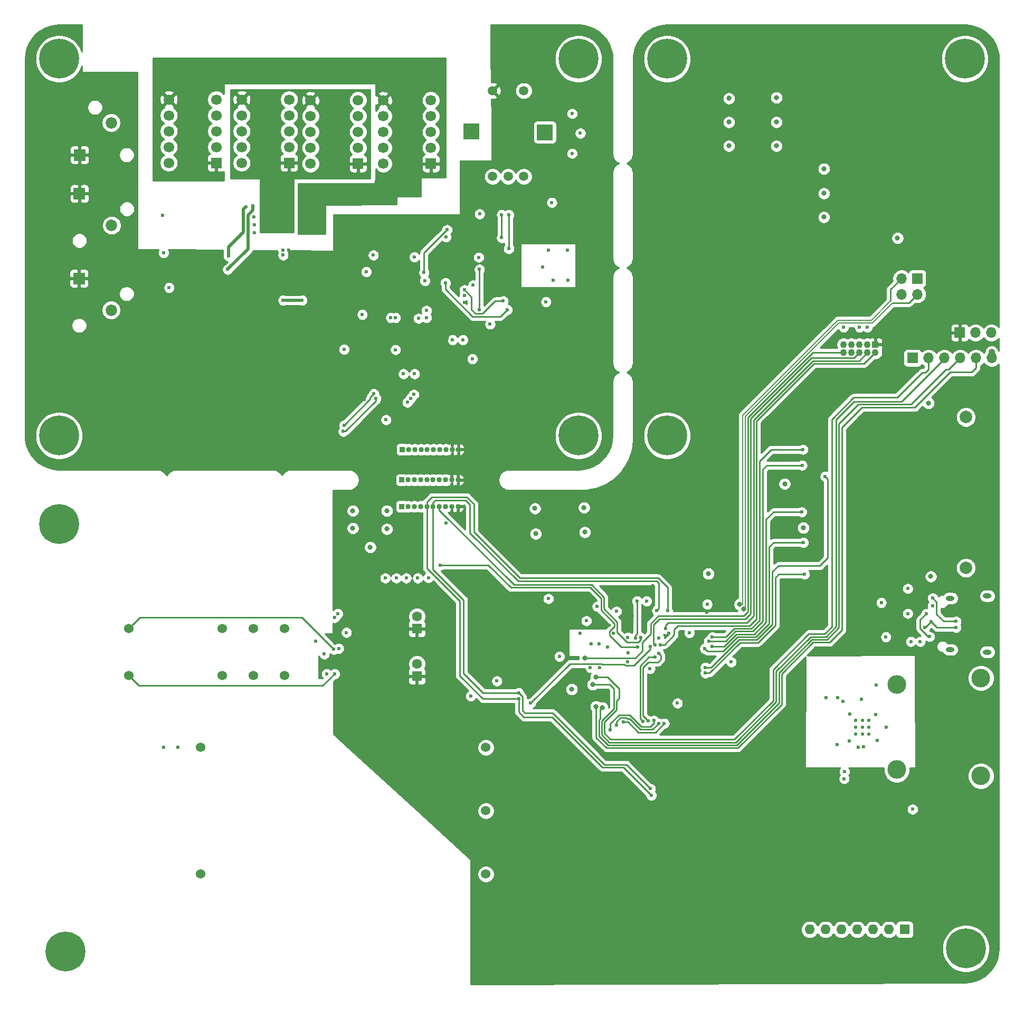
<source format=gbr>
%TF.GenerationSoftware,KiCad,Pcbnew,(5.1.6)-1*%
%TF.CreationDate,2020-10-20T11:52:01-07:00*%
%TF.ProjectId,ReflowOven,5265666c-6f77-44f7-9665-6e2e6b696361,rev?*%
%TF.SameCoordinates,Original*%
%TF.FileFunction,Copper,L4,Bot*%
%TF.FilePolarity,Positive*%
%FSLAX46Y46*%
G04 Gerber Fmt 4.6, Leading zero omitted, Abs format (unit mm)*
G04 Created by KiCad (PCBNEW (5.1.6)-1) date 2020-10-20 11:52:01*
%MOMM*%
%LPD*%
G01*
G04 APERTURE LIST*
%TA.AperFunction,ComponentPad*%
%ADD10R,1.850000X1.850000*%
%TD*%
%TA.AperFunction,ComponentPad*%
%ADD11C,1.850000*%
%TD*%
%TA.AperFunction,ComponentPad*%
%ADD12R,1.100000X1.100000*%
%TD*%
%TA.AperFunction,ComponentPad*%
%ADD13C,1.100000*%
%TD*%
%TA.AperFunction,ComponentPad*%
%ADD14C,3.000000*%
%TD*%
%TA.AperFunction,ComponentPad*%
%ADD15C,1.700000*%
%TD*%
%TA.AperFunction,ComponentPad*%
%ADD16R,1.700000X1.700000*%
%TD*%
%TA.AperFunction,ComponentPad*%
%ADD17C,1.524000*%
%TD*%
%TA.AperFunction,ComponentPad*%
%ADD18O,1.700000X1.700000*%
%TD*%
%TA.AperFunction,ComponentPad*%
%ADD19O,0.850000X0.850000*%
%TD*%
%TA.AperFunction,ComponentPad*%
%ADD20R,0.850000X0.850000*%
%TD*%
%TA.AperFunction,ComponentPad*%
%ADD21C,2.000000*%
%TD*%
%TA.AperFunction,ComponentPad*%
%ADD22C,0.800000*%
%TD*%
%TA.AperFunction,ComponentPad*%
%ADD23C,6.400000*%
%TD*%
%TA.AperFunction,ComponentPad*%
%ADD24C,0.541666*%
%TD*%
%TA.AperFunction,ComponentPad*%
%ADD25R,2.500000X2.500000*%
%TD*%
%TA.AperFunction,ComponentPad*%
%ADD26C,1.498600*%
%TD*%
%TA.AperFunction,ComponentPad*%
%ADD27O,1.600000X1.600000*%
%TD*%
%TA.AperFunction,ComponentPad*%
%ADD28R,1.600000X1.600000*%
%TD*%
%TA.AperFunction,ComponentPad*%
%ADD29O,1.400000X0.800000*%
%TD*%
%TA.AperFunction,ComponentPad*%
%ADD30C,1.600000*%
%TD*%
%TA.AperFunction,ViaPad*%
%ADD31C,0.800000*%
%TD*%
%TA.AperFunction,ViaPad*%
%ADD32C,0.600000*%
%TD*%
%TA.AperFunction,Conductor*%
%ADD33C,0.250000*%
%TD*%
%TA.AperFunction,Conductor*%
%ADD34C,1.000000*%
%TD*%
%TA.AperFunction,Conductor*%
%ADD35C,0.500000*%
%TD*%
%TA.AperFunction,Conductor*%
%ADD36C,0.200000*%
%TD*%
%TA.AperFunction,Conductor*%
%ADD37C,0.254000*%
%TD*%
G04 APERTURE END LIST*
D10*
%TO.P,SW403,1*%
%TO.N,+3V3*%
X26577323Y-66984819D03*
D11*
%TO.P,SW403,2*%
%TO.N,/HumanInterface/SW1*%
X31737323Y-72064819D03*
%TD*%
D10*
%TO.P,SW402,1*%
%TO.N,+3V3*%
X26630000Y-53380000D03*
D11*
%TO.P,SW402,2*%
%TO.N,/HumanInterface/SW2*%
X31790000Y-58460000D03*
%TD*%
D10*
%TO.P,SW401,1*%
%TO.N,+3V3*%
X26657323Y-47161766D03*
D11*
%TO.P,SW401,2*%
%TO.N,/HumanInterface/SW3*%
X31737323Y-42001766D03*
%TD*%
D12*
%TO.P,J201,1*%
%TO.N,+3V3*%
X154305000Y-77597000D03*
D13*
%TO.P,J201,2*%
%TO.N,/Microcontroller/SWDIO*%
X154305000Y-78867000D03*
%TO.P,J201,3*%
%TO.N,GND*%
X153035000Y-77597000D03*
%TO.P,J201,4*%
%TO.N,/Microcontroller/SWDCLK*%
X153035000Y-78867000D03*
%TO.P,J201,5*%
%TO.N,GND*%
X151765000Y-77597000D03*
%TO.P,J201,6*%
%TO.N,/Microcontroller/TRACESWO*%
X151765000Y-78867000D03*
%TO.P,J201,7*%
%TO.N,Net-(J201-Pad7)*%
X150495000Y-77597000D03*
%TO.P,J201,8*%
%TO.N,Net-(J201-Pad8)*%
X150495000Y-78867000D03*
%TO.P,J201,9*%
%TO.N,GND*%
X149225000Y-77597000D03*
%TO.P,J201,10*%
%TO.N,/Microcontroller/~RST*%
X149225000Y-78867000D03*
%TD*%
D14*
%TO.P,J601,*%
%TO.N,*%
X171234000Y-131096000D03*
X171234000Y-146796000D03*
%TO.P,J601,2*%
%TO.N,Net-(J601-Pad2)*%
X157734000Y-132096000D03*
%TO.P,J601,1*%
%TO.N,Net-(J601-Pad1)*%
X157734000Y-145796000D03*
%TD*%
D15*
%TO.P,SEG304,7*%
%TO.N,/Display/SEG15*%
X75374000Y-40941000D03*
%TO.P,SEG304,6*%
%TO.N,/Display/COM1*%
X75374000Y-38401000D03*
%TO.P,SEG304,4*%
%TO.N,/Display/SEG12*%
X82994000Y-40941000D03*
%TO.P,SEG304,3*%
%TO.N,/Display/SEG14*%
X82994000Y-43481000D03*
%TO.P,SEG304,9*%
%TO.N,/Display/SEG9*%
X75374000Y-46021000D03*
%TO.P,SEG304,5*%
%TO.N,/Display/SEG11*%
X82994000Y-38401000D03*
%TO.P,SEG304,2*%
%TO.N,/Display/SEG13*%
X82994000Y-46021000D03*
%TO.P,SEG304,8*%
%TO.N,/Display/SEG10*%
X75374000Y-43481000D03*
%TO.P,SEG304,10*%
%TO.N,/Display/SEG8*%
X75374000Y-48561000D03*
D16*
%TO.P,SEG304,1*%
%TO.N,/Display/COM1*%
X82994000Y-48561000D03*
%TD*%
D15*
%TO.P,SEG302,7*%
%TO.N,/Display/SEG7*%
X52641000Y-40814000D03*
%TO.P,SEG302,6*%
%TO.N,/Display/COM0*%
X52641000Y-38274000D03*
%TO.P,SEG302,4*%
%TO.N,/Display/SEG4*%
X60261000Y-40814000D03*
%TO.P,SEG302,3*%
%TO.N,/Display/SEG6*%
X60261000Y-43354000D03*
%TO.P,SEG302,9*%
%TO.N,/Display/SEG1*%
X52641000Y-45894000D03*
%TO.P,SEG302,5*%
%TO.N,/Display/SEG3*%
X60261000Y-38274000D03*
%TO.P,SEG302,2*%
%TO.N,/Display/SEG5*%
X60261000Y-45894000D03*
%TO.P,SEG302,8*%
%TO.N,/Display/SEG2*%
X52641000Y-43354000D03*
%TO.P,SEG302,10*%
%TO.N,/Display/SEG0*%
X52641000Y-48434000D03*
D16*
%TO.P,SEG302,1*%
%TO.N,/Display/COM0*%
X60261000Y-48434000D03*
%TD*%
D15*
%TO.P,SEG301,7*%
%TO.N,/Display/SEG15*%
X63690000Y-40941000D03*
%TO.P,SEG301,6*%
%TO.N,/Display/COM0*%
X63690000Y-38401000D03*
%TO.P,SEG301,4*%
%TO.N,/Display/SEG12*%
X71310000Y-40941000D03*
%TO.P,SEG301,3*%
%TO.N,/Display/SEG14*%
X71310000Y-43481000D03*
%TO.P,SEG301,9*%
%TO.N,/Display/SEG9*%
X63690000Y-46021000D03*
%TO.P,SEG301,5*%
%TO.N,/Display/SEG11*%
X71310000Y-38401000D03*
%TO.P,SEG301,2*%
%TO.N,/Display/SEG13*%
X71310000Y-46021000D03*
%TO.P,SEG301,8*%
%TO.N,/Display/SEG10*%
X63690000Y-43481000D03*
%TO.P,SEG301,10*%
%TO.N,/Display/SEG8*%
X63690000Y-48561000D03*
D16*
%TO.P,SEG301,1*%
%TO.N,/Display/COM0*%
X71310000Y-48561000D03*
%TD*%
D15*
%TO.P,SEG303,7*%
%TO.N,/Display/SEG7*%
X40957000Y-40814000D03*
%TO.P,SEG303,6*%
%TO.N,/Display/COM1*%
X40957000Y-38274000D03*
%TO.P,SEG303,4*%
%TO.N,/Display/SEG4*%
X48577000Y-40814000D03*
%TO.P,SEG303,3*%
%TO.N,/Display/SEG6*%
X48577000Y-43354000D03*
%TO.P,SEG303,9*%
%TO.N,/Display/SEG1*%
X40957000Y-45894000D03*
%TO.P,SEG303,5*%
%TO.N,/Display/SEG3*%
X48577000Y-38274000D03*
%TO.P,SEG303,2*%
%TO.N,/Display/SEG5*%
X48577000Y-45894000D03*
%TO.P,SEG303,8*%
%TO.N,/Display/SEG2*%
X40957000Y-43354000D03*
%TO.P,SEG303,10*%
%TO.N,/Display/SEG0*%
X40957000Y-48434000D03*
D16*
%TO.P,SEG303,1*%
%TO.N,/Display/COM1*%
X48577000Y-48434000D03*
%TD*%
D17*
%TO.P,K501,5*%
%TO.N,/MainsPower/LN_OUT*%
X59544000Y-130690000D03*
%TO.P,K501,4*%
X59544000Y-123190000D03*
%TO.P,K501,6*%
%TO.N,Net-(F502-Pad1)*%
X54544000Y-130690000D03*
%TO.P,K501,3*%
X54544000Y-123190000D03*
%TO.P,K501,2*%
%TO.N,Net-(K501-Pad2)*%
X49544000Y-123190000D03*
%TO.P,K501,7*%
%TO.N,Net-(K501-Pad7)*%
X49544000Y-130690000D03*
%TO.P,K501,8*%
%TO.N,Net-(K501-Pad8)*%
X34544000Y-130690000D03*
%TO.P,K501,1*%
%TO.N,Net-(K501-Pad1)*%
X34544000Y-123190000D03*
%TD*%
%TO.P,P501,5*%
%TO.N,/MainsPower/3V3_REG_OUT*%
X91821000Y-142240000D03*
%TO.P,P501,4*%
%TO.N,GND*%
X91821000Y-152400000D03*
%TO.P,P501,3*%
%TO.N,Net-(P501-Pad3)*%
X91821000Y-162560000D03*
%TO.P,P501,2*%
%TO.N,Net-(F501-Pad1)*%
X46101000Y-162560000D03*
%TO.P,P501,1*%
%TO.N,/MainsPower/VACN*%
X46101000Y-142240000D03*
%TD*%
D18*
%TO.P,J703,6*%
%TO.N,Net-(J701-Pad2)*%
X172974000Y-79756000D03*
%TO.P,J703,5*%
%TO.N,/Communication/UART_TX*%
X170434000Y-79756000D03*
%TO.P,J703,4*%
%TO.N,/Communication/UART_RX*%
X167894000Y-79756000D03*
%TO.P,J703,3*%
%TO.N,/Communication/UART_RTS*%
X165354000Y-79756000D03*
%TO.P,J703,2*%
%TO.N,/Communication/UART_CTS*%
X162814000Y-79756000D03*
D16*
%TO.P,J703,1*%
%TO.N,GND*%
X160274000Y-79756000D03*
%TD*%
D18*
%TO.P,J701,3*%
%TO.N,Net-(J701-Pad3)*%
X172910500Y-75692000D03*
%TO.P,J701,2*%
%TO.N,Net-(J701-Pad2)*%
X170370500Y-75692000D03*
D16*
%TO.P,J701,1*%
%TO.N,+3V3*%
X167830500Y-75692000D03*
%TD*%
D18*
%TO.P,J702,4*%
%TO.N,+3V3*%
X158496000Y-69532500D03*
%TO.P,J702,3*%
%TO.N,/Communication/CAN+*%
X158496000Y-66992500D03*
%TO.P,J702,2*%
%TO.N,/Communication/CAN-*%
X161036000Y-69532500D03*
D16*
%TO.P,J702,1*%
%TO.N,GND*%
X161036000Y-66992500D03*
%TD*%
D19*
%TO.P,REF\u002A\u002A,10*%
%TO.N,+3V3*%
X87359000Y-103568500D03*
%TO.P,REF\u002A\u002A,9*%
X86359000Y-103568500D03*
%TO.P,REF\u002A\u002A,8*%
%TO.N,GND*%
X85359000Y-103568500D03*
%TO.P,REF\u002A\u002A,7*%
%TO.N,/HumanInterface/SW_BTN*%
X84359000Y-103568500D03*
%TO.P,REF\u002A\u002A,6*%
%TO.N,/Display/I2C_SCL*%
X83359000Y-103568500D03*
%TO.P,REF\u002A\u002A,5*%
%TO.N,/Display/I2C_SDA*%
X82359000Y-103568500D03*
%TO.P,REF\u002A\u002A,4*%
%TO.N,/HumanInterface/SW3*%
X81359000Y-103568500D03*
%TO.P,REF\u002A\u002A,3*%
%TO.N,/HumanInterface/SW2*%
X80359000Y-103568500D03*
%TO.P,REF\u002A\u002A,2*%
%TO.N,/HumanInterface/SW1*%
X79359000Y-103568500D03*
D20*
%TO.P,REF\u002A\u002A,1*%
%TO.N,GND*%
X78359000Y-103568500D03*
%TD*%
D19*
%TO.P,REF\u002A\u002A,10*%
%TO.N,+3V3*%
X87422500Y-94424500D03*
%TO.P,REF\u002A\u002A,9*%
X86422500Y-94424500D03*
%TO.P,REF\u002A\u002A,8*%
%TO.N,GND*%
X85422500Y-94424500D03*
%TO.P,REF\u002A\u002A,7*%
%TO.N,/HumanInterface/SW_BTN*%
X84422500Y-94424500D03*
%TO.P,REF\u002A\u002A,6*%
%TO.N,/Display/I2C_SCL*%
X83422500Y-94424500D03*
%TO.P,REF\u002A\u002A,5*%
%TO.N,/Display/I2C_SDA*%
X82422500Y-94424500D03*
%TO.P,REF\u002A\u002A,4*%
%TO.N,/HumanInterface/SW3*%
X81422500Y-94424500D03*
%TO.P,REF\u002A\u002A,3*%
%TO.N,/HumanInterface/SW2*%
X80422500Y-94424500D03*
%TO.P,REF\u002A\u002A,2*%
%TO.N,/HumanInterface/SW1*%
X79422500Y-94424500D03*
D20*
%TO.P,REF\u002A\u002A,1*%
%TO.N,GND*%
X78422500Y-94424500D03*
%TD*%
D19*
%TO.P,REF\u002A\u002A,10*%
%TO.N,+3V3*%
X87359000Y-99314000D03*
%TO.P,REF\u002A\u002A,9*%
X86359000Y-99314000D03*
%TO.P,REF\u002A\u002A,8*%
%TO.N,GND*%
X85359000Y-99314000D03*
%TO.P,REF\u002A\u002A,7*%
%TO.N,/HumanInterface/SW_BTN*%
X84359000Y-99314000D03*
%TO.P,REF\u002A\u002A,6*%
%TO.N,/Display/I2C_SCL*%
X83359000Y-99314000D03*
%TO.P,REF\u002A\u002A,5*%
%TO.N,/Display/I2C_SDA*%
X82359000Y-99314000D03*
%TO.P,REF\u002A\u002A,4*%
%TO.N,/HumanInterface/SW3*%
X81359000Y-99314000D03*
%TO.P,REF\u002A\u002A,3*%
%TO.N,/HumanInterface/SW2*%
X80359000Y-99314000D03*
%TO.P,REF\u002A\u002A,2*%
%TO.N,/HumanInterface/SW1*%
X79359000Y-99314000D03*
D20*
%TO.P,REF\u002A\u002A,1*%
%TO.N,GND*%
X78359000Y-99314000D03*
%TD*%
D21*
%TO.P,U409,*%
%TO.N,*%
X168826000Y-113423000D03*
X168826000Y-89223000D03*
%TD*%
D22*
%TO.P,REF\u002A\u002A,1*%
%TO.N,N/C*%
X122601056Y-90504944D03*
X120904000Y-89802000D03*
X119206944Y-90504944D03*
X118504000Y-92202000D03*
X119206944Y-93899056D03*
X120904000Y-94602000D03*
X122601056Y-93899056D03*
X123304000Y-92202000D03*
D23*
X120904000Y-92202000D03*
%TD*%
D22*
%TO.P,REF\u002A\u002A,1*%
%TO.N,N/C*%
X25065056Y-104728944D03*
X23368000Y-104026000D03*
X21670944Y-104728944D03*
X20968000Y-106426000D03*
X21670944Y-108123056D03*
X23368000Y-108826000D03*
X25065056Y-108123056D03*
X25768000Y-106426000D03*
D23*
X23368000Y-106426000D03*
%TD*%
D22*
%TO.P,REF\u002A\u002A,1*%
%TO.N,N/C*%
X26081056Y-173308944D03*
X24384000Y-172606000D03*
X22686944Y-173308944D03*
X21984000Y-175006000D03*
X22686944Y-176703056D03*
X24384000Y-177406000D03*
X26081056Y-176703056D03*
X26784000Y-175006000D03*
D23*
X24384000Y-175006000D03*
%TD*%
D22*
%TO.P,REF\u002A\u002A,1*%
%TO.N,N/C*%
X170526112Y-172800944D03*
X168829056Y-172098000D03*
X167132000Y-172800944D03*
X166429056Y-174498000D03*
X167132000Y-176195056D03*
X168829056Y-176898000D03*
X170526112Y-176195056D03*
X171229056Y-174498000D03*
D23*
X168829056Y-174498000D03*
%TD*%
D22*
%TO.P,REF\u002A\u002A,1*%
%TO.N,N/C*%
X170353056Y-30052944D03*
X168656000Y-29350000D03*
X166958944Y-30052944D03*
X166256000Y-31750000D03*
X166958944Y-33447056D03*
X168656000Y-34150000D03*
X170353056Y-33447056D03*
X171056000Y-31750000D03*
D23*
X168656000Y-31750000D03*
%TD*%
D22*
%TO.P,REF\u002A\u002A,1*%
%TO.N,N/C*%
X122601056Y-30052944D03*
X120904000Y-29350000D03*
X119206944Y-30052944D03*
X118504000Y-31750000D03*
X119206944Y-33447056D03*
X120904000Y-34150000D03*
X122601056Y-33447056D03*
X123304000Y-31750000D03*
D23*
X120904000Y-31750000D03*
%TD*%
D22*
%TO.P,REF\u002A\u002A,1*%
%TO.N,N/C*%
X25065056Y-90504944D03*
X23368000Y-89802000D03*
X21670944Y-90504944D03*
X20968000Y-92202000D03*
X21670944Y-93899056D03*
X23368000Y-94602000D03*
X25065056Y-93899056D03*
X25768000Y-92202000D03*
D23*
X23368000Y-92202000D03*
%TD*%
D22*
%TO.P,REF\u002A\u002A,1*%
%TO.N,N/C*%
X104982944Y-90504944D03*
X104280000Y-92202000D03*
X104982944Y-93899056D03*
X106680000Y-94602000D03*
X108377056Y-93899056D03*
X109080000Y-92202000D03*
X108377056Y-90504944D03*
X106680000Y-89802000D03*
D23*
X106680000Y-92202000D03*
%TD*%
D22*
%TO.P,REF\u002A\u002A,1*%
%TO.N,N/C*%
X108377056Y-30052944D03*
X106680000Y-29350000D03*
X104982944Y-30052944D03*
X104280000Y-31750000D03*
X104982944Y-33447056D03*
X106680000Y-34150000D03*
X108377056Y-33447056D03*
X109080000Y-31750000D03*
D23*
X106680000Y-31750000D03*
%TD*%
D22*
%TO.P,REF\u002A\u002A,1*%
%TO.N,N/C*%
X25065056Y-30052944D03*
X23368000Y-29350000D03*
X21670944Y-30052944D03*
X20968000Y-31750000D03*
X21670944Y-33447056D03*
X23368000Y-34150000D03*
X25065056Y-33447056D03*
X25768000Y-31750000D03*
D23*
X23368000Y-31750000D03*
%TD*%
D24*
%TO.P,U601,21*%
%TO.N,N/C*%
X151130000Y-137922000D03*
X151130000Y-139005333D03*
X151130000Y-140088666D03*
X152213333Y-137922000D03*
X152213333Y-139005333D03*
X152213333Y-140088666D03*
X153296666Y-137922000D03*
X153296666Y-139005333D03*
X153296666Y-140088666D03*
%TD*%
D25*
%TO.P,SW404,6*%
%TO.N,N/C*%
X89498892Y-43427304D03*
D26*
%TO.P,SW404,S1*%
%TO.N,+3V3*%
X92898892Y-36865304D03*
%TO.P,SW404,S2*%
%TO.N,/HumanInterface/SW_BTN*%
X97898892Y-36865304D03*
%TO.P,SW404,A*%
%TO.N,/HumanInterface/CHANA*%
X92898892Y-50615304D03*
%TO.P,SW404,C*%
%TO.N,GND*%
X95398892Y-50615304D03*
%TO.P,SW404,B*%
%TO.N,/HumanInterface/CHANB*%
X97898892Y-50615304D03*
D25*
%TO.P,SW404,7*%
%TO.N,N/C*%
X101298892Y-43527304D03*
%TD*%
D27*
%TO.P,RN201,7*%
%TO.N,Net-(D201-Pad1)*%
X143764000Y-171450000D03*
%TO.P,RN201,6*%
%TO.N,Net-(D202-Pad1)*%
X146304000Y-171450000D03*
%TO.P,RN201,5*%
%TO.N,Net-(D203-Pad1)*%
X148844000Y-171450000D03*
%TO.P,RN201,4*%
%TO.N,Net-(D204-Pad1)*%
X151384000Y-171450000D03*
%TO.P,RN201,3*%
%TO.N,Net-(D205-Pad1)*%
X153924000Y-171450000D03*
%TO.P,RN201,2*%
%TO.N,Net-(D206-Pad1)*%
X156464000Y-171450000D03*
D28*
%TO.P,RN201,1*%
%TO.N,GND*%
X159004000Y-171450000D03*
%TD*%
D29*
%TO.P,J704,S1*%
%TO.N,Net-(FB701-Pad2)*%
X172258000Y-126918000D03*
X172258000Y-117938000D03*
X166308000Y-118298000D03*
X166308000Y-126558000D03*
%TD*%
D30*
%TO.P,C518,2*%
%TO.N,GND*%
X80772000Y-128810000D03*
D28*
%TO.P,C518,1*%
%TO.N,+3V3*%
X80772000Y-130810000D03*
%TD*%
D30*
%TO.P,C517,2*%
%TO.N,GND*%
X80772000Y-121190000D03*
D28*
%TO.P,C517,1*%
%TO.N,+3V3*%
X80772000Y-123190000D03*
%TD*%
D31*
%TO.N,*%
X162814000Y-86995000D03*
X163195000Y-114808000D03*
%TO.N,GND*%
X146050000Y-57150000D03*
X146050000Y-53340000D03*
X146050000Y-49403000D03*
%TO.N,+3V3*%
X146050000Y-45720000D03*
X146050000Y-41910000D03*
X146050000Y-37973000D03*
X130810000Y-53467000D03*
X138430000Y-49530000D03*
X130810000Y-57277000D03*
X130810000Y-49657000D03*
X138430000Y-57277000D03*
X138430000Y-53467000D03*
D32*
%TO.N,GND*%
X114604800Y-124561600D03*
X108712000Y-125603000D03*
X109982000Y-125603000D03*
X111379000Y-126111000D03*
X101854000Y-118364000D03*
X112776000Y-120396000D03*
X108585000Y-129413000D03*
X103632000Y-127635000D03*
X117602000Y-118745000D03*
X107950000Y-121920000D03*
X149098000Y-134874000D03*
X156019500Y-139001500D03*
X154368500Y-136969500D03*
X154432000Y-132207000D03*
X150177500Y-136842500D03*
X148209000Y-141795500D03*
X148272500Y-134239000D03*
X146431000Y-134239000D03*
X150114000Y-141160500D03*
X151574500Y-142176500D03*
X152400000Y-142113000D03*
X149352000Y-146113500D03*
X149288500Y-147256500D03*
X152082500Y-134493000D03*
X160274000Y-152146000D03*
X124460000Y-123825000D03*
X156000000Y-124500000D03*
X155250000Y-119000000D03*
X160000000Y-125250000D03*
X163500000Y-119500000D03*
X161500000Y-125250000D03*
X159500000Y-120750000D03*
X159500000Y-116750000D03*
X119570500Y-124650500D03*
X114655600Y-127050800D03*
X118160800Y-129590800D03*
X90830400Y-56642000D03*
X90678000Y-63601600D03*
X80365600Y-63550800D03*
X102412800Y-54813200D03*
X105664000Y-40538400D03*
X105664000Y-46939200D03*
X106984800Y-43688000D03*
X92506800Y-74320400D03*
X82042000Y-67360800D03*
X59309000Y-62484000D03*
X59309000Y-63246000D03*
X54610000Y-57150000D03*
X40005000Y-56896000D03*
X40132000Y-62865000D03*
X41021000Y-68453000D03*
X101854000Y-62484000D03*
X102616000Y-67310000D03*
X101473000Y-70739000D03*
X104902000Y-62484000D03*
X105029000Y-67310000D03*
X88392000Y-69723000D03*
X88138000Y-76835000D03*
X86487000Y-76835000D03*
X72009000Y-72771000D03*
X69088000Y-78359000D03*
X75819000Y-89662000D03*
X79756000Y-86233000D03*
X80264000Y-85598000D03*
X80391000Y-82296000D03*
X77343000Y-73279000D03*
X76581000Y-73279000D03*
X82296000Y-73279000D03*
X81026000Y-73406000D03*
X82296000Y-72136000D03*
X77343000Y-78408011D03*
X89662000Y-79883000D03*
X78613000Y-82296000D03*
X89789000Y-68072000D03*
X153035000Y-74803000D03*
X151765000Y-74803000D03*
X149225000Y-74803000D03*
X89408000Y-133985000D03*
X93599000Y-131572000D03*
X68226117Y-126360481D03*
X66294000Y-130429000D03*
X65913000Y-127254000D03*
X67564000Y-121412000D03*
X68072000Y-120777000D03*
X69469000Y-123786997D03*
D31*
X105600500Y-132905500D03*
X127508000Y-114363500D03*
X139763500Y-99949000D03*
X142748000Y-106997500D03*
D32*
X122555000Y-135128000D03*
X131191000Y-128524000D03*
X109674490Y-119608248D03*
X82613500Y-114998500D03*
X80899000Y-115062000D03*
X79057500Y-115062000D03*
X77470000Y-115062000D03*
X75692000Y-115062000D03*
X127330991Y-119253000D03*
X85407500Y-106235500D03*
X154622500Y-141097000D03*
D31*
X157861000Y-60515500D03*
D32*
X79248000Y-86868000D03*
D31*
X70485000Y-104267000D03*
X70485000Y-107061000D03*
X73279000Y-110109000D03*
X75946000Y-107188000D03*
X75946000Y-104267000D03*
X99695000Y-103886000D03*
X107569000Y-103759000D03*
X107696000Y-107696000D03*
X99822000Y-107950000D03*
X130810000Y-38100000D03*
X130810000Y-41910000D03*
X130810000Y-45720000D03*
X138430000Y-37973000D03*
X138430000Y-41910000D03*
X138430000Y-45720000D03*
D32*
%TO.N,+3V3*%
X112268000Y-123952000D03*
X110109000Y-129413000D03*
X100076000Y-127508000D03*
X127254000Y-120523000D03*
X106934000Y-123952000D03*
X111633000Y-122682000D03*
X106299000Y-119634000D03*
X144780000Y-147828000D03*
X144780000Y-145796000D03*
X144780000Y-146812000D03*
X148844000Y-152400000D03*
X121158000Y-123952000D03*
X124460000Y-125095000D03*
X119500000Y-130000000D03*
X76352400Y-133604000D03*
X77724000Y-133604000D03*
X79146400Y-133604000D03*
X80619600Y-133604000D03*
X82245200Y-133604000D03*
X76301600Y-131876800D03*
X77673200Y-131826000D03*
X77673200Y-128320800D03*
X76200000Y-128270000D03*
X83464400Y-128168400D03*
X85344000Y-128168400D03*
X85394800Y-129844800D03*
X83413600Y-129844800D03*
X90830400Y-54610000D03*
X87934800Y-51968400D03*
X97891600Y-54508400D03*
X100380800Y-54406800D03*
X102412800Y-53238400D03*
X104089200Y-40538400D03*
X83616800Y-124104400D03*
X85344000Y-124002800D03*
X83616800Y-122072400D03*
X85496400Y-122072400D03*
X83566000Y-120243600D03*
X85598000Y-120142000D03*
X78181200Y-123850400D03*
X76200000Y-123748800D03*
X76250800Y-120599200D03*
X78536800Y-120548400D03*
X60198000Y-62484000D03*
X54737000Y-59690000D03*
X54737000Y-58420000D03*
X59182000Y-65278000D03*
X101473000Y-69088000D03*
X100965000Y-65151000D03*
X95504000Y-65405000D03*
X88392000Y-70866000D03*
X89535000Y-74295000D03*
X85598000Y-76708000D03*
X79248000Y-76708000D03*
X74803000Y-76708000D03*
X68834000Y-76708000D03*
X72345226Y-86409890D03*
X74168000Y-89535000D03*
X86741000Y-64643000D03*
X89535000Y-64389000D03*
X79629000Y-71120000D03*
X69596000Y-129540000D03*
X64516000Y-125222000D03*
X70612000Y-123825000D03*
X72009000Y-120904000D03*
X70739000Y-125857000D03*
D31*
X107251500Y-132778500D03*
X155194000Y-74826000D03*
D32*
X114533579Y-128482260D03*
D31*
X139890500Y-102298500D03*
D32*
X124460000Y-135128000D03*
X131318000Y-133604000D03*
X115062441Y-119112400D03*
X121959514Y-117312178D03*
X115299552Y-121141552D03*
X118627990Y-116302801D03*
%TO.N,/HumanInterface/SW3*%
X120446800Y-138379200D03*
X113855500Y-138176000D03*
%TO.N,/HumanInterface/SW2*%
X119532400Y-138379200D03*
X112776000Y-138620500D03*
%TO.N,/HumanInterface/SW1*%
X118770400Y-137922000D03*
X111760000Y-139446000D03*
%TO.N,/HumanInterface/SW_BTN*%
X116663806Y-124596831D03*
%TO.N,/Microcontroller/DLED4*%
X118973600Y-127762000D03*
X116992400Y-138074400D03*
%TO.N,/Microcontroller/DLED5*%
X119583200Y-127152400D03*
X117856000Y-137972800D03*
%TO.N,/HumanInterface/SD_WR_PROT*%
X127050800Y-130302000D03*
X142938500Y-114427000D03*
%TO.N,/HumanInterface/SD_DET*%
X127050800Y-129387600D03*
X146240500Y-98742500D03*
%TO.N,/HumanInterface/SPI_MISO*%
X126936500Y-126365000D03*
X142748000Y-109347000D03*
%TO.N,/HumanInterface/SPI_SCK*%
X128143000Y-126047500D03*
X142494000Y-104457500D03*
%TO.N,/HumanInterface/SPI_MOSI*%
X127571500Y-125158500D03*
X142557500Y-96964500D03*
%TO.N,/HumanInterface/SPI_NSS*%
X128143000Y-124523500D03*
X142684500Y-94424500D03*
D31*
%TO.N,/Communication/UART_TX*%
X109499882Y-135668916D03*
%TO.N,/Communication/UART_RX*%
X110490000Y-135826500D03*
%TO.N,/Communication/UART_RTS*%
X108966000Y-132143500D03*
%TO.N,/Communication/UART_CTS*%
X109474000Y-130937000D03*
D32*
%TO.N,Net-(J704-PadA7)*%
X162250000Y-123000000D03*
X163250000Y-122077999D03*
X167250000Y-123000000D03*
%TO.N,Net-(J704-PadB5)*%
X163500000Y-118250000D03*
X167250000Y-122000000D03*
%TO.N,Net-(J704-PadA5)*%
X163000000Y-124449997D03*
X162500000Y-120750000D03*
%TO.N,Net-(K501-Pad8)*%
X67564000Y-130429000D03*
%TO.N,Net-(K501-Pad1)*%
X67437000Y-126492000D03*
%TO.N,/MainsPower/VACN*%
X40132000Y-142240000D03*
X42418000Y-142240000D03*
D31*
%TO.N,/Microcontroller/~RST*%
X107727750Y-127857250D03*
D32*
%TO.N,/Microcontroller/BOOT0*%
X116078000Y-118745000D03*
X115824000Y-124714000D03*
%TO.N,/Display/I2C_SCL*%
X69088000Y-90551000D03*
X73859813Y-85480143D03*
X97091500Y-133477000D03*
X118237000Y-148844000D03*
X119253000Y-120269000D03*
%TO.N,/Display/I2C_SDA*%
X74194000Y-86207000D03*
X68965179Y-91526190D03*
X97101490Y-134441821D03*
X118364000Y-149923500D03*
X120967500Y-120269000D03*
%TO.N,/Display/SEG3*%
X53340000Y-55499000D03*
X50546000Y-63373000D03*
%TO.N,/Display/SEG4*%
X54483000Y-55372000D03*
X50419000Y-65532000D03*
%TO.N,/Display/SEG7*%
X62357000Y-70485000D03*
X59309000Y-70485000D03*
%TO.N,/Display/SEG8*%
X72644000Y-65913000D03*
%TO.N,/Display/SEG9*%
X73787000Y-63246000D03*
%TO.N,/HumanInterface/CHANB*%
X95504000Y-56769000D03*
X95504000Y-62230000D03*
%TO.N,/HumanInterface/CHANA*%
X85430190Y-60334990D03*
X94361000Y-56769000D03*
X94361000Y-60452000D03*
%TO.N,/MainsPower/RELAY_SET*%
X116173336Y-126147803D03*
X84518500Y-112966500D03*
%TO.N,/MainsPower/CURRENT_ALRT*%
X98996500Y-135128000D03*
X118223712Y-126048125D03*
%TO.N,/Microcontroller/TRACESWO*%
X118988453Y-125813198D03*
%TO.N,/Microcontroller/SWDIO*%
X119787171Y-125767726D03*
%TO.N,/Display/COM1*%
X62484000Y-56134000D03*
X62484000Y-57658000D03*
X62484000Y-59055000D03*
%TO.N,/Display/COM0*%
X59944000Y-56388000D03*
X59944000Y-57785000D03*
X59944000Y-59182000D03*
%TO.N,/HumanInterface/CNT_UP*%
X90805000Y-72009000D03*
X90805000Y-65532000D03*
%TO.N,Net-(U405-Pad7)*%
X94615000Y-70612000D03*
X88392000Y-68834000D03*
%TO.N,Net-(U405-Pad2)*%
X85598000Y-59182000D03*
X81915000Y-66040000D03*
%TO.N,Net-(U405-Pad3)*%
X85344000Y-67691000D03*
X95250000Y-72009000D03*
%TO.N,/Microcontroller/SWDCLK*%
X120650000Y-123190000D03*
D31*
%TO.N,/Communication/CAN+*%
X132534268Y-119262768D03*
%TO.N,/Communication/CAN-*%
X133147999Y-120054682D03*
%TD*%
D33*
%TO.N,/HumanInterface/SW3*%
X116292220Y-139787220D02*
X119038780Y-139787220D01*
X119038780Y-139787220D02*
X120446800Y-138379200D01*
X113855500Y-138176000D02*
X114681000Y-138176000D01*
X114681000Y-138176000D02*
X116292220Y-139787220D01*
%TO.N,/HumanInterface/SW2*%
X113411000Y-137477500D02*
X112776000Y-138112500D01*
X114363500Y-137477500D02*
X113411000Y-137477500D01*
X118574390Y-139337210D02*
X116604210Y-139337210D01*
X112776000Y-138112500D02*
X112776000Y-138620500D01*
X119532400Y-138379200D02*
X118574390Y-139337210D01*
X114490500Y-137604500D02*
X114363500Y-137477500D01*
X116604210Y-139337210D02*
X114871500Y-137604500D01*
X114871500Y-137604500D02*
X114490500Y-137604500D01*
%TO.N,/HumanInterface/SW1*%
X118770400Y-138346264D02*
X118229464Y-138887200D01*
X118770400Y-137922000D02*
X118770400Y-138346264D01*
X117716300Y-138887200D02*
X117602000Y-138887200D01*
X118229464Y-138887200D02*
X117716300Y-138887200D01*
X116790609Y-138887199D02*
X117716300Y-138887200D01*
X114930899Y-137027489D02*
X116790609Y-138887199D01*
X113224600Y-137027489D02*
X114930899Y-137027489D01*
X111760000Y-139446000D02*
X111760000Y-138430000D01*
X111760000Y-138430000D02*
X113224600Y-137027489D01*
%TO.N,/HumanInterface/SW_BTN*%
X112893001Y-122100501D02*
X112893001Y-123774803D01*
X112893001Y-123774803D02*
X114457199Y-125339001D01*
X84359000Y-103568500D02*
X84359000Y-104169540D01*
X114457199Y-125339001D02*
X116277089Y-125339001D01*
X84359000Y-104169540D02*
X96325449Y-116135989D01*
X116663806Y-124952284D02*
X116663806Y-124596831D01*
X116277089Y-125339001D02*
X116663806Y-124952284D01*
X110749511Y-119957011D02*
X112893001Y-122100501D01*
X110749511Y-118114100D02*
X110749511Y-119957011D01*
X96325449Y-116135989D02*
X108771400Y-116135989D01*
X108771400Y-116135989D02*
X110749511Y-118114100D01*
%TO.N,/Microcontroller/DLED4*%
X118973600Y-127762000D02*
X117957600Y-127762000D01*
X117957600Y-127762000D02*
X116586000Y-129133600D01*
X116586000Y-129133600D02*
X116586000Y-133451600D01*
X116586000Y-133451600D02*
X116586000Y-137312400D01*
X116586000Y-137312400D02*
X116586000Y-137668000D01*
X116586000Y-137668000D02*
X116992400Y-138074400D01*
%TO.N,/Microcontroller/DLED5*%
X119883199Y-127452399D02*
X119883199Y-128122401D01*
X119583200Y-127152400D02*
X119883199Y-127452399D01*
X119883199Y-128122401D02*
X119430800Y-128574800D01*
X119430800Y-128574800D02*
X117906800Y-128574800D01*
X117906800Y-128574800D02*
X117036010Y-129445590D01*
X117036010Y-129445590D02*
X117036010Y-133241210D01*
X117036010Y-133241210D02*
X117036010Y-137152810D01*
X117036010Y-137152810D02*
X117856000Y-137972800D01*
%TO.N,/HumanInterface/SD_WR_PROT*%
X132588000Y-125412500D02*
X127698500Y-130302000D01*
X142938500Y-114427000D02*
X138811000Y-114427000D01*
X138245009Y-114992991D02*
X138245009Y-122677901D01*
X138245009Y-122677901D02*
X135510412Y-125412498D01*
X127698500Y-130302000D02*
X127050800Y-130302000D01*
X138811000Y-114427000D02*
X138245009Y-114992991D01*
X135510412Y-125412498D02*
X132588000Y-125412500D01*
%TO.N,/HumanInterface/SD_DET*%
X127050800Y-129387600D02*
X127976489Y-129387600D01*
X127976489Y-129387600D02*
X132401600Y-124962489D01*
X135324011Y-124962489D02*
X137795000Y-122491500D01*
X132401600Y-124962489D02*
X135324011Y-124962489D01*
X137795000Y-122491500D02*
X137795000Y-114046000D01*
X137795000Y-114046000D02*
X138747500Y-113093500D01*
X138747500Y-113093500D02*
X145415000Y-113093500D01*
X145415000Y-113093500D02*
X146685000Y-111823500D01*
X146685000Y-111823500D02*
X146685000Y-99187000D01*
X146685000Y-99187000D02*
X146240500Y-98742500D01*
%TO.N,/HumanInterface/SPI_MISO*%
X129918178Y-126809500D02*
X127381000Y-126809500D01*
X132215200Y-124512478D02*
X129918178Y-126809500D01*
X135137612Y-124512478D02*
X132215200Y-124512478D01*
X142748000Y-109347000D02*
X137985500Y-109347000D01*
X127381000Y-126809500D02*
X126936500Y-126365000D01*
X137985500Y-109347000D02*
X137287000Y-110045500D01*
X137287000Y-110045500D02*
X137287000Y-122363090D01*
X137287000Y-122363090D02*
X135137612Y-124512478D01*
%TO.N,/HumanInterface/SPI_SCK*%
X136779000Y-105664000D02*
X137985500Y-104457500D01*
X137985500Y-104457500D02*
X142494000Y-104457500D01*
X128143000Y-126047500D02*
X130043767Y-126047500D01*
X136779000Y-122174000D02*
X136779000Y-105664000D01*
X130043767Y-126047500D02*
X132028800Y-124062467D01*
X132028800Y-124062467D02*
X134890533Y-124062467D01*
X134890533Y-124062467D02*
X136779000Y-122174000D01*
%TO.N,/HumanInterface/SPI_MOSI*%
X130296356Y-125158500D02*
X127571500Y-125158500D01*
X131842400Y-123612456D02*
X130296356Y-125158500D01*
X142557500Y-96964500D02*
X136906000Y-96964500D01*
X136271000Y-97599500D02*
X136271000Y-121983500D01*
X136906000Y-96964500D02*
X136271000Y-97599500D01*
X136271000Y-121983500D02*
X134642044Y-123612456D01*
X134642044Y-123612456D02*
X131842400Y-123612456D01*
%TO.N,/HumanInterface/SPI_NSS*%
X137604500Y-94424500D02*
X142684500Y-94424500D01*
X135699500Y-96329500D02*
X137604500Y-94424500D01*
X128143000Y-124523500D02*
X130294945Y-124523500D01*
X131656000Y-123162445D02*
X134393555Y-123162445D01*
X134393555Y-123162445D02*
X135699500Y-121856500D01*
X130294945Y-124523500D02*
X131656000Y-123162445D01*
X135699500Y-121856500D02*
X135699500Y-96329500D01*
D34*
%TO.N,Net-(J701-Pad2)*%
X172974000Y-79756000D02*
X172974000Y-78803500D01*
D33*
%TO.N,/Communication/UART_TX*%
X170434000Y-81343500D02*
X170434000Y-79756000D01*
X160655000Y-87693500D02*
X166306500Y-82042000D01*
X152146000Y-87693500D02*
X160655000Y-87693500D01*
X166306500Y-82042000D02*
X169735500Y-82042000D01*
X109520972Y-140635972D02*
X111205028Y-142320028D01*
X148918520Y-123432980D02*
X148918520Y-90920980D01*
X132258203Y-142320027D02*
X139272030Y-135306200D01*
X109499882Y-135668916D02*
X109520972Y-135690006D01*
X111205028Y-142320028D02*
X132258203Y-142320027D01*
X169735500Y-82042000D02*
X170434000Y-81343500D01*
X109520972Y-135690006D02*
X109520972Y-140635972D01*
X139272030Y-135306200D02*
X139272030Y-130415290D01*
X139272030Y-130415290D02*
X144321793Y-125365527D01*
X146985973Y-125365527D02*
X148918520Y-123432980D01*
X144321793Y-125365527D02*
X146985973Y-125365527D01*
X148918520Y-90920980D02*
X152146000Y-87693500D01*
%TO.N,/Communication/UART_RX*%
X166052500Y-81597500D02*
X167894000Y-79756000D01*
X160014491Y-87191009D02*
X165608000Y-81597500D01*
X151568990Y-87191010D02*
X160014491Y-87191009D01*
X148468510Y-90291490D02*
X151568990Y-87191010D01*
X110172500Y-137603090D02*
X109970981Y-137804611D01*
X109970982Y-140390302D02*
X111450701Y-141870019D01*
X148468510Y-122996810D02*
X148468510Y-90291490D01*
X109970981Y-137804611D02*
X109970982Y-140390302D01*
X138822020Y-135119800D02*
X138822020Y-130228890D01*
X165608000Y-81597500D02*
X166052500Y-81597500D01*
X146549802Y-124915518D02*
X148468510Y-122996810D01*
X110490000Y-135826500D02*
X110172500Y-136144000D01*
X110172500Y-136144000D02*
X110172500Y-137603090D01*
X111450701Y-141870019D02*
X132071802Y-141870018D01*
X132071802Y-141870018D02*
X138822020Y-135119800D01*
X138822020Y-130228890D02*
X144135391Y-124915519D01*
X144135391Y-124915519D02*
X146549802Y-124915518D01*
%TO.N,/Communication/UART_RTS*%
X112369600Y-132791200D02*
X112369600Y-136042400D01*
X112369600Y-136042400D02*
X111601250Y-136810750D01*
X111601250Y-136810750D02*
X111379000Y-137033000D01*
X111721900Y-132143500D02*
X112369600Y-132791200D01*
X108966000Y-132143500D02*
X111721900Y-132143500D01*
X165354000Y-79883000D02*
X165354000Y-79756000D01*
X158496000Y-86741000D02*
X165354000Y-79883000D01*
X150876000Y-86741000D02*
X158496000Y-86741000D01*
X148018500Y-122810410D02*
X148018500Y-89598500D01*
X111637100Y-141420010D02*
X131885401Y-141420009D01*
X146363401Y-124465509D02*
X148018500Y-122810410D01*
X110420991Y-140203901D02*
X111637100Y-141420010D01*
X131885401Y-141420009D02*
X138372010Y-134933400D01*
X111601250Y-136810750D02*
X110420990Y-137991010D01*
X110420990Y-137991010D02*
X110420991Y-140203901D01*
X138372010Y-134933400D02*
X138372010Y-130042490D01*
X138372010Y-130042490D02*
X143948990Y-124465510D01*
X143948990Y-124465510D02*
X146363401Y-124465509D01*
X148018500Y-89598500D02*
X150876000Y-86741000D01*
%TO.N,/Communication/UART_CTS*%
X157797500Y-86106000D02*
X161830000Y-82073500D01*
X150812500Y-86106000D02*
X157797500Y-86106000D01*
X147320000Y-89598500D02*
X150812500Y-86106000D01*
X147320000Y-122872500D02*
X147320000Y-89598500D01*
X146177000Y-124015500D02*
X147320000Y-122872500D01*
X143637000Y-124015500D02*
X146177000Y-124015500D01*
X113233200Y-134333410D02*
X112819610Y-134747000D01*
X131699000Y-140970000D02*
X137922000Y-134747000D01*
X113233200Y-132791200D02*
X113233200Y-134333410D01*
X112819610Y-134747000D02*
X112819609Y-136228801D01*
X109474000Y-130937000D02*
X111379000Y-130937000D01*
X137922000Y-129730500D02*
X143637000Y-124015500D01*
X112819609Y-136228801D02*
X110871000Y-138177410D01*
X111379000Y-130937000D02*
X113233200Y-132791200D01*
X110871000Y-138177410D02*
X110871000Y-140017500D01*
X137922000Y-134747000D02*
X137922000Y-129730500D01*
X110871000Y-140017500D02*
X111823500Y-140970000D01*
X111823500Y-140970000D02*
X131699000Y-140970000D01*
X161830000Y-82073500D02*
X162338000Y-82073500D01*
X162814000Y-81597500D02*
X162814000Y-79756000D01*
X162338000Y-82073500D02*
X162814000Y-81597500D01*
%TO.N,Net-(J704-PadA7)*%
X162250000Y-123000000D02*
X162327999Y-123000000D01*
X162327999Y-123000000D02*
X163250000Y-122077999D01*
X164172001Y-123000000D02*
X163250000Y-122077999D01*
X167250000Y-123000000D02*
X164172001Y-123000000D01*
%TO.N,Net-(J704-PadB5)*%
X164125001Y-118875001D02*
X164125001Y-120875001D01*
X163500000Y-118250000D02*
X164125001Y-118875001D01*
X164125001Y-120875001D02*
X165250000Y-122000000D01*
X165250000Y-122000000D02*
X167250000Y-122000000D01*
%TO.N,Net-(J704-PadA5)*%
X162500000Y-120750000D02*
X161500000Y-121750000D01*
X161500000Y-123175002D02*
X162774995Y-124449997D01*
X162774995Y-124449997D02*
X163000000Y-124449997D01*
X161500000Y-121750000D02*
X161500000Y-123175002D01*
%TO.N,Net-(K501-Pad8)*%
X67564000Y-130429000D02*
X65659000Y-132334000D01*
X36188000Y-132334000D02*
X34544000Y-130690000D01*
X65659000Y-132334000D02*
X36188000Y-132334000D01*
%TO.N,Net-(K501-Pad1)*%
X67437000Y-126492000D02*
X62357000Y-121412000D01*
X36322000Y-121412000D02*
X34544000Y-123190000D01*
X62357000Y-121412000D02*
X36322000Y-121412000D01*
%TO.N,/Microcontroller/~RST*%
X118294989Y-122368600D02*
X118294989Y-123957511D01*
X133873009Y-89296245D02*
X133873009Y-120481957D01*
X116903500Y-126746000D02*
X115792250Y-127857250D01*
X149225000Y-78867000D02*
X144302254Y-78867000D01*
X116903500Y-125349000D02*
X116903500Y-126746000D01*
X115792250Y-127857250D02*
X107727750Y-127857250D01*
X118294989Y-123957511D02*
X116903500Y-125349000D01*
X119515589Y-121148001D02*
X118294989Y-122368600D01*
X144302254Y-78867000D02*
X133873009Y-89296245D01*
X133206965Y-121148001D02*
X119515589Y-121148001D01*
X133873009Y-120481957D02*
X133206965Y-121148001D01*
%TO.N,/Microcontroller/BOOT0*%
X116078000Y-124035736D02*
X116078000Y-118745000D01*
X115824000Y-124289736D02*
X116078000Y-124035736D01*
X115824000Y-124714000D02*
X115824000Y-124289736D01*
%TO.N,/Display/I2C_SCL*%
X69088000Y-90551000D02*
X73279000Y-86360000D01*
X73279000Y-86360000D02*
X73279000Y-86060956D01*
X73279000Y-86060956D02*
X73859813Y-85480143D01*
X110801989Y-144964989D02*
X102546991Y-136709991D01*
X97726500Y-136334500D02*
X97726500Y-134112000D01*
X118237000Y-148844000D02*
X114357989Y-144964989D01*
X102048599Y-136709991D02*
X102043090Y-136715500D01*
X114357989Y-144964989D02*
X110801989Y-144964989D01*
X97726500Y-134112000D02*
X97091500Y-133477000D01*
X102043090Y-136715500D02*
X98107500Y-136715500D01*
X98107500Y-136715500D02*
X97726500Y-136334500D01*
X102546991Y-136709991D02*
X102048599Y-136709991D01*
X97091500Y-133477000D02*
X91376500Y-133477000D01*
X91376500Y-133477000D02*
X88265000Y-130365500D01*
X88265000Y-130365500D02*
X88265000Y-118554500D01*
X83359000Y-113648500D02*
X83359000Y-103568500D01*
X88265000Y-118554500D02*
X83359000Y-113648500D01*
X119253000Y-115570000D02*
X97028000Y-115570000D01*
X119253000Y-120269000D02*
X119552999Y-119969001D01*
X119552999Y-119969001D02*
X119552999Y-115869999D01*
X119552999Y-115869999D02*
X119253000Y-115570000D01*
X97028000Y-115570000D02*
X89281000Y-107823000D01*
X89281000Y-107823000D02*
X89281000Y-103251000D01*
X89281000Y-103251000D02*
X88582500Y-102552500D01*
X88582500Y-102552500D02*
X83756500Y-102552500D01*
X83359000Y-102950000D02*
X83359000Y-103568500D01*
X83756500Y-102552500D02*
X83359000Y-102950000D01*
%TO.N,/Display/I2C_SDA*%
X74194000Y-86631264D02*
X69299074Y-91526190D01*
X69299074Y-91526190D02*
X68965179Y-91526190D01*
X74194000Y-86207000D02*
X74194000Y-86631264D01*
X97101490Y-136534990D02*
X97101490Y-134441821D01*
X113855500Y-145415000D02*
X110490000Y-145415000D01*
X97917000Y-137350500D02*
X97101490Y-136534990D01*
X118364000Y-149923500D02*
X113855500Y-145415000D01*
X110490000Y-145415000D02*
X102425500Y-137350500D01*
X102425500Y-137350500D02*
X97917000Y-137350500D01*
X82359000Y-103568500D02*
X82359000Y-113474000D01*
X82359000Y-113474000D02*
X87630000Y-118745000D01*
X87630000Y-118745000D02*
X87630000Y-130746500D01*
X91325321Y-134441821D02*
X97101490Y-134441821D01*
X87630000Y-130746500D02*
X91325321Y-134441821D01*
X119443500Y-115062000D02*
X120967500Y-116586000D01*
X89916000Y-107696000D02*
X97282000Y-115062000D01*
X120967500Y-116586000D02*
X120967500Y-120269000D01*
X97282000Y-115062000D02*
X119443500Y-115062000D01*
X82359000Y-103568500D02*
X82359000Y-102870500D01*
X82359000Y-102870500D02*
X83185000Y-102044500D01*
X83185000Y-102044500D02*
X88773000Y-102044500D01*
X89916000Y-103187500D02*
X89916000Y-107696000D01*
X88773000Y-102044500D02*
X89916000Y-103187500D01*
D35*
%TO.N,/Display/SEG3*%
X52959000Y-59563000D02*
X50546000Y-61976000D01*
X52959000Y-55880000D02*
X52959000Y-59563000D01*
X50546000Y-61976000D02*
X50546000Y-63373000D01*
X53340000Y-55499000D02*
X52959000Y-55880000D01*
%TO.N,/Display/SEG4*%
X53659010Y-56830990D02*
X53659010Y-59878990D01*
X54483000Y-55372000D02*
X54483000Y-56007000D01*
X54483000Y-56007000D02*
X53659010Y-56830990D01*
X53659010Y-59878990D02*
X53659010Y-62291990D01*
X53659010Y-62291990D02*
X50419000Y-65532000D01*
%TO.N,/Display/SEG7*%
X62357000Y-70485000D02*
X59309000Y-70485000D01*
D33*
%TO.N,/HumanInterface/CHANB*%
X95504000Y-56769000D02*
X95504000Y-62230000D01*
%TO.N,/HumanInterface/CHANA*%
X94361000Y-56769000D02*
X94361000Y-60452000D01*
%TO.N,/MainsPower/RELAY_SET*%
X113538801Y-126147803D02*
X116173336Y-126147803D01*
X111642999Y-123597003D02*
X111642999Y-124252001D01*
X112442991Y-122797011D02*
X111642999Y-123597003D01*
X111642999Y-124252001D02*
X113538801Y-126147803D01*
X112442991Y-122348991D02*
X112442991Y-122797011D01*
X110299500Y-120205500D02*
X112442991Y-122348991D01*
X110299500Y-120205500D02*
X110299500Y-118300500D01*
X110299500Y-118300500D02*
X108585000Y-116586000D01*
X108585000Y-116586000D02*
X95821500Y-116586000D01*
X95821500Y-116586000D02*
X92202000Y-112966500D01*
X92202000Y-112966500D02*
X84518500Y-112966500D01*
%TO.N,/MainsPower/CURRENT_ALRT*%
X98996500Y-135128000D02*
X105336501Y-128787999D01*
X114031317Y-128905000D02*
X114233578Y-129107261D01*
X105336501Y-128787999D02*
X110409001Y-128787999D01*
X118223712Y-126472389D02*
X118223712Y-126048125D01*
X110526002Y-128905000D02*
X114031317Y-128905000D01*
X115588840Y-129107261D02*
X118223712Y-126472389D01*
X110409001Y-128787999D02*
X110526002Y-128905000D01*
X114233578Y-129107261D02*
X115588840Y-129107261D01*
%TO.N,/Microcontroller/TRACESWO*%
X118745000Y-125569745D02*
X118988453Y-125813198D01*
X118745000Y-122555000D02*
X118745000Y-125569745D01*
X119634000Y-121666000D02*
X118745000Y-122555000D01*
X133413500Y-121666000D02*
X119634000Y-121666000D01*
X150889999Y-79742001D02*
X144063663Y-79742001D01*
X151765000Y-78867000D02*
X150889999Y-79742001D01*
X144063663Y-79742001D02*
X134323020Y-89482644D01*
X134323020Y-89482644D02*
X134323020Y-120756480D01*
X134323020Y-120756480D02*
X133413500Y-121666000D01*
%TO.N,/Microcontroller/SWDIO*%
X135223040Y-121634460D02*
X134145066Y-122712434D01*
X144436463Y-80642021D02*
X135223040Y-89855444D01*
X154305000Y-78867000D02*
X152529979Y-80642021D01*
X135223040Y-89855444D02*
X135223040Y-121634460D01*
X134145066Y-122712434D02*
X131469600Y-122712434D01*
X122047000Y-124206000D02*
X120485274Y-125767726D01*
X122047000Y-123317000D02*
X122047000Y-124206000D01*
X120485274Y-125767726D02*
X119787171Y-125767726D01*
X122618500Y-122745500D02*
X122047000Y-123317000D01*
X152529979Y-80642021D02*
X144436463Y-80642021D01*
X131469600Y-122712434D02*
X131436534Y-122745500D01*
X131436534Y-122745500D02*
X122618500Y-122745500D01*
%TO.N,/HumanInterface/CNT_UP*%
X90805000Y-72009000D02*
X90805000Y-65532000D01*
%TO.N,Net-(U405-Pad7)*%
X94615000Y-70612000D02*
X93345000Y-70612000D01*
X93345000Y-70612000D02*
X91313000Y-72644000D01*
X91313000Y-72644000D02*
X90170000Y-72644000D01*
X88428002Y-68834000D02*
X88392000Y-68834000D01*
X88392000Y-68834000D02*
X89535000Y-69977000D01*
X89535000Y-72009000D02*
X90170000Y-72644000D01*
X89535000Y-69977000D02*
X89535000Y-72009000D01*
%TO.N,Net-(U405-Pad2)*%
X85598000Y-59182000D02*
X84836000Y-59944000D01*
X84836000Y-59944000D02*
X81915000Y-62865000D01*
X81915000Y-62865000D02*
X81915000Y-66040000D01*
%TO.N,Net-(U405-Pad3)*%
X94624999Y-72634001D02*
X95250000Y-72009000D01*
X89695008Y-73094010D02*
X94164990Y-73094010D01*
X85344000Y-68743002D02*
X89695008Y-73094010D01*
X94164990Y-73094010D02*
X95250000Y-72009000D01*
X85344000Y-67691000D02*
X85344000Y-68743002D01*
%TO.N,/Microcontroller/SWDCLK*%
X121094500Y-122237500D02*
X120650000Y-122682000D01*
X153035000Y-78867000D02*
X151709989Y-80192011D01*
X151709989Y-80192011D02*
X144250063Y-80192011D01*
X144250063Y-80192011D02*
X134773030Y-89669044D01*
X134773030Y-89669044D02*
X134773030Y-121131970D01*
X120650000Y-122682000D02*
X120650000Y-123190000D01*
X133667500Y-122237500D02*
X121094500Y-122237500D01*
X134773030Y-121131970D02*
X133667500Y-122237500D01*
D36*
%TO.N,/Communication/CAN+*%
X148255800Y-73676000D02*
X132998000Y-88933800D01*
X132958533Y-119262768D02*
X132534268Y-119262768D01*
X132998000Y-119223301D02*
X132958533Y-119262768D01*
X132998000Y-88933800D02*
X132998000Y-119223301D01*
X148255800Y-73676000D02*
X153653300Y-73676000D01*
X153653300Y-73676000D02*
X156749400Y-70579900D01*
D33*
X156749400Y-68739100D02*
X158496000Y-66992500D01*
X156749400Y-70579900D02*
X156749400Y-68739100D01*
D36*
%TO.N,/Communication/CAN-*%
X133427480Y-119775201D02*
X133147999Y-120054682D01*
X133427480Y-89140720D02*
X133427480Y-119775201D01*
X148442200Y-74126000D02*
X133427480Y-89140720D01*
X148442200Y-74126000D02*
X153839700Y-74126000D01*
X153839700Y-74126000D02*
X157067600Y-70898100D01*
D33*
X159670400Y-70898100D02*
X161036000Y-69532500D01*
X157067600Y-70898100D02*
X159670400Y-70898100D01*
%TD*%
D37*
%TO.N,/Display/COM1*%
G36*
X85344000Y-50800000D02*
G01*
X81534000Y-50800000D01*
X81509224Y-50802440D01*
X81485399Y-50809667D01*
X81463443Y-50821403D01*
X81444197Y-50837197D01*
X81428403Y-50856443D01*
X81416667Y-50878399D01*
X81409440Y-50902224D01*
X81407000Y-50927000D01*
X81407000Y-53848000D01*
X77597000Y-53848000D01*
X77572224Y-53850440D01*
X77548399Y-53857667D01*
X77526443Y-53869403D01*
X77507197Y-53885197D01*
X77491403Y-53904443D01*
X77479667Y-53926399D01*
X77472440Y-53950224D01*
X77470000Y-53975000D01*
X77470000Y-55118905D01*
X66166092Y-55199735D01*
X66141334Y-55202353D01*
X66117561Y-55209750D01*
X66095689Y-55221643D01*
X66076558Y-55237574D01*
X66060902Y-55256931D01*
X66049323Y-55278971D01*
X66042266Y-55302847D01*
X66040000Y-55326732D01*
X66040000Y-59817000D01*
X61722000Y-59817000D01*
X61722000Y-51816000D01*
X73914000Y-51816000D01*
X73938776Y-51813560D01*
X73962601Y-51806333D01*
X73984557Y-51794597D01*
X74003803Y-51778803D01*
X74019597Y-51759557D01*
X74031333Y-51737601D01*
X74039272Y-51709879D01*
X74166272Y-50947879D01*
X74168000Y-50927000D01*
X74168000Y-49429023D01*
X74220525Y-49507632D01*
X74427368Y-49714475D01*
X74670589Y-49876990D01*
X74940842Y-49988932D01*
X75227740Y-50046000D01*
X75520260Y-50046000D01*
X75807158Y-49988932D01*
X76077411Y-49876990D01*
X76320632Y-49714475D01*
X76527475Y-49507632D01*
X76592042Y-49411000D01*
X81505928Y-49411000D01*
X81518188Y-49535482D01*
X81554498Y-49655180D01*
X81613463Y-49765494D01*
X81692815Y-49862185D01*
X81789506Y-49941537D01*
X81899820Y-50000502D01*
X82019518Y-50036812D01*
X82144000Y-50049072D01*
X82708250Y-50046000D01*
X82867000Y-49887250D01*
X82867000Y-48688000D01*
X83121000Y-48688000D01*
X83121000Y-49887250D01*
X83279750Y-50046000D01*
X83844000Y-50049072D01*
X83968482Y-50036812D01*
X84088180Y-50000502D01*
X84198494Y-49941537D01*
X84295185Y-49862185D01*
X84374537Y-49765494D01*
X84433502Y-49655180D01*
X84469812Y-49535482D01*
X84482072Y-49411000D01*
X84479000Y-48846750D01*
X84320250Y-48688000D01*
X83121000Y-48688000D01*
X82867000Y-48688000D01*
X81667750Y-48688000D01*
X81509000Y-48846750D01*
X81505928Y-49411000D01*
X76592042Y-49411000D01*
X76689990Y-49264411D01*
X76801932Y-48994158D01*
X76859000Y-48707260D01*
X76859000Y-48414740D01*
X76801932Y-48127842D01*
X76689990Y-47857589D01*
X76592043Y-47711000D01*
X81505928Y-47711000D01*
X81509000Y-48275250D01*
X81667750Y-48434000D01*
X82867000Y-48434000D01*
X82867000Y-48414000D01*
X83121000Y-48414000D01*
X83121000Y-48434000D01*
X84320250Y-48434000D01*
X84479000Y-48275250D01*
X84482072Y-47711000D01*
X84469812Y-47586518D01*
X84433502Y-47466820D01*
X84374537Y-47356506D01*
X84295185Y-47259815D01*
X84198494Y-47180463D01*
X84088180Y-47121498D01*
X84015620Y-47099487D01*
X84147475Y-46967632D01*
X84309990Y-46724411D01*
X84421932Y-46454158D01*
X84479000Y-46167260D01*
X84479000Y-45874740D01*
X84421932Y-45587842D01*
X84309990Y-45317589D01*
X84147475Y-45074368D01*
X83940632Y-44867525D01*
X83766240Y-44751000D01*
X83940632Y-44634475D01*
X84147475Y-44427632D01*
X84309990Y-44184411D01*
X84421932Y-43914158D01*
X84479000Y-43627260D01*
X84479000Y-43334740D01*
X84421932Y-43047842D01*
X84309990Y-42777589D01*
X84147475Y-42534368D01*
X83940632Y-42327525D01*
X83766240Y-42211000D01*
X83940632Y-42094475D01*
X84147475Y-41887632D01*
X84309990Y-41644411D01*
X84421932Y-41374158D01*
X84479000Y-41087260D01*
X84479000Y-40794740D01*
X84421932Y-40507842D01*
X84309990Y-40237589D01*
X84147475Y-39994368D01*
X83940632Y-39787525D01*
X83766240Y-39671000D01*
X83940632Y-39554475D01*
X84147475Y-39347632D01*
X84309990Y-39104411D01*
X84421932Y-38834158D01*
X84479000Y-38547260D01*
X84479000Y-38254740D01*
X84421932Y-37967842D01*
X84309990Y-37697589D01*
X84147475Y-37454368D01*
X83940632Y-37247525D01*
X83697411Y-37085010D01*
X83427158Y-36973068D01*
X83140260Y-36916000D01*
X82847740Y-36916000D01*
X82560842Y-36973068D01*
X82290589Y-37085010D01*
X82047368Y-37247525D01*
X81840525Y-37454368D01*
X81678010Y-37697589D01*
X81566068Y-37967842D01*
X81509000Y-38254740D01*
X81509000Y-38547260D01*
X81566068Y-38834158D01*
X81678010Y-39104411D01*
X81840525Y-39347632D01*
X82047368Y-39554475D01*
X82221760Y-39671000D01*
X82047368Y-39787525D01*
X81840525Y-39994368D01*
X81678010Y-40237589D01*
X81566068Y-40507842D01*
X81509000Y-40794740D01*
X81509000Y-41087260D01*
X81566068Y-41374158D01*
X81678010Y-41644411D01*
X81840525Y-41887632D01*
X82047368Y-42094475D01*
X82221760Y-42211000D01*
X82047368Y-42327525D01*
X81840525Y-42534368D01*
X81678010Y-42777589D01*
X81566068Y-43047842D01*
X81509000Y-43334740D01*
X81509000Y-43627260D01*
X81566068Y-43914158D01*
X81678010Y-44184411D01*
X81840525Y-44427632D01*
X82047368Y-44634475D01*
X82221760Y-44751000D01*
X82047368Y-44867525D01*
X81840525Y-45074368D01*
X81678010Y-45317589D01*
X81566068Y-45587842D01*
X81509000Y-45874740D01*
X81509000Y-46167260D01*
X81566068Y-46454158D01*
X81678010Y-46724411D01*
X81840525Y-46967632D01*
X81972380Y-47099487D01*
X81899820Y-47121498D01*
X81789506Y-47180463D01*
X81692815Y-47259815D01*
X81613463Y-47356506D01*
X81554498Y-47466820D01*
X81518188Y-47586518D01*
X81505928Y-47711000D01*
X76592043Y-47711000D01*
X76527475Y-47614368D01*
X76320632Y-47407525D01*
X76146240Y-47291000D01*
X76320632Y-47174475D01*
X76527475Y-46967632D01*
X76689990Y-46724411D01*
X76801932Y-46454158D01*
X76859000Y-46167260D01*
X76859000Y-45874740D01*
X76801932Y-45587842D01*
X76689990Y-45317589D01*
X76527475Y-45074368D01*
X76320632Y-44867525D01*
X76146240Y-44751000D01*
X76320632Y-44634475D01*
X76527475Y-44427632D01*
X76689990Y-44184411D01*
X76801932Y-43914158D01*
X76859000Y-43627260D01*
X76859000Y-43334740D01*
X76801932Y-43047842D01*
X76689990Y-42777589D01*
X76527475Y-42534368D01*
X76320632Y-42327525D01*
X76146240Y-42211000D01*
X76320632Y-42094475D01*
X76527475Y-41887632D01*
X76689990Y-41644411D01*
X76801932Y-41374158D01*
X76859000Y-41087260D01*
X76859000Y-40794740D01*
X76801932Y-40507842D01*
X76689990Y-40237589D01*
X76527475Y-39994368D01*
X76320632Y-39787525D01*
X76147271Y-39671689D01*
X76222792Y-39429397D01*
X75374000Y-38580605D01*
X74525208Y-39429397D01*
X74600729Y-39671689D01*
X74427368Y-39787525D01*
X74220525Y-39994368D01*
X74168000Y-40072977D01*
X74168000Y-39194434D01*
X74345603Y-39249792D01*
X75194395Y-38401000D01*
X75553605Y-38401000D01*
X76402397Y-39249792D01*
X76651472Y-39172157D01*
X76777371Y-38908117D01*
X76849339Y-38624589D01*
X76864611Y-38332469D01*
X76822599Y-38042981D01*
X76724919Y-37767253D01*
X76651472Y-37629843D01*
X76402397Y-37552208D01*
X75553605Y-38401000D01*
X75194395Y-38401000D01*
X74345603Y-37552208D01*
X74168000Y-37607566D01*
X74168000Y-37372603D01*
X74525208Y-37372603D01*
X75374000Y-38221395D01*
X76222792Y-37372603D01*
X76145157Y-37123528D01*
X75881117Y-36997629D01*
X75597589Y-36925661D01*
X75305469Y-36910389D01*
X75015981Y-36952401D01*
X74740253Y-37050081D01*
X74602843Y-37123528D01*
X74525208Y-37372603D01*
X74168000Y-37372603D01*
X74168000Y-35814000D01*
X74165560Y-35789224D01*
X74158333Y-35765399D01*
X74146597Y-35743443D01*
X74130803Y-35724197D01*
X74111557Y-35708403D01*
X74089601Y-35696667D01*
X74065776Y-35689440D01*
X74041000Y-35687000D01*
X49911000Y-35687000D01*
X49886224Y-35689440D01*
X49862399Y-35696667D01*
X49840443Y-35708403D01*
X49821197Y-35724197D01*
X49805403Y-35743443D01*
X49793667Y-35765399D01*
X49786440Y-35789224D01*
X49784000Y-35814000D01*
X49784000Y-37407474D01*
X49730475Y-37327368D01*
X49523632Y-37120525D01*
X49280411Y-36958010D01*
X49010158Y-36846068D01*
X48723260Y-36789000D01*
X48430740Y-36789000D01*
X48143842Y-36846068D01*
X47873589Y-36958010D01*
X47630368Y-37120525D01*
X47423525Y-37327368D01*
X47261010Y-37570589D01*
X47149068Y-37840842D01*
X47092000Y-38127740D01*
X47092000Y-38420260D01*
X47149068Y-38707158D01*
X47261010Y-38977411D01*
X47423525Y-39220632D01*
X47630368Y-39427475D01*
X47804760Y-39544000D01*
X47630368Y-39660525D01*
X47423525Y-39867368D01*
X47261010Y-40110589D01*
X47149068Y-40380842D01*
X47092000Y-40667740D01*
X47092000Y-40960260D01*
X47149068Y-41247158D01*
X47261010Y-41517411D01*
X47423525Y-41760632D01*
X47630368Y-41967475D01*
X47804760Y-42084000D01*
X47630368Y-42200525D01*
X47423525Y-42407368D01*
X47261010Y-42650589D01*
X47149068Y-42920842D01*
X47092000Y-43207740D01*
X47092000Y-43500260D01*
X47149068Y-43787158D01*
X47261010Y-44057411D01*
X47423525Y-44300632D01*
X47630368Y-44507475D01*
X47804760Y-44624000D01*
X47630368Y-44740525D01*
X47423525Y-44947368D01*
X47261010Y-45190589D01*
X47149068Y-45460842D01*
X47092000Y-45747740D01*
X47092000Y-46040260D01*
X47149068Y-46327158D01*
X47261010Y-46597411D01*
X47423525Y-46840632D01*
X47555380Y-46972487D01*
X47482820Y-46994498D01*
X47372506Y-47053463D01*
X47275815Y-47132815D01*
X47196463Y-47229506D01*
X47137498Y-47339820D01*
X47101188Y-47459518D01*
X47088928Y-47584000D01*
X47092000Y-48148250D01*
X47250750Y-48307000D01*
X48450000Y-48307000D01*
X48450000Y-48287000D01*
X48704000Y-48287000D01*
X48704000Y-48307000D01*
X48724000Y-48307000D01*
X48724000Y-48561000D01*
X48704000Y-48561000D01*
X48704000Y-49760250D01*
X48862750Y-49919000D01*
X49427000Y-49922072D01*
X49551482Y-49909812D01*
X49671180Y-49873502D01*
X49781494Y-49814537D01*
X49784000Y-49812480D01*
X49784000Y-51308000D01*
X38481000Y-51308000D01*
X38481000Y-40667740D01*
X39472000Y-40667740D01*
X39472000Y-40960260D01*
X39529068Y-41247158D01*
X39641010Y-41517411D01*
X39803525Y-41760632D01*
X40010368Y-41967475D01*
X40184760Y-42084000D01*
X40010368Y-42200525D01*
X39803525Y-42407368D01*
X39641010Y-42650589D01*
X39529068Y-42920842D01*
X39472000Y-43207740D01*
X39472000Y-43500260D01*
X39529068Y-43787158D01*
X39641010Y-44057411D01*
X39803525Y-44300632D01*
X40010368Y-44507475D01*
X40184760Y-44624000D01*
X40010368Y-44740525D01*
X39803525Y-44947368D01*
X39641010Y-45190589D01*
X39529068Y-45460842D01*
X39472000Y-45747740D01*
X39472000Y-46040260D01*
X39529068Y-46327158D01*
X39641010Y-46597411D01*
X39803525Y-46840632D01*
X40010368Y-47047475D01*
X40184760Y-47164000D01*
X40010368Y-47280525D01*
X39803525Y-47487368D01*
X39641010Y-47730589D01*
X39529068Y-48000842D01*
X39472000Y-48287740D01*
X39472000Y-48580260D01*
X39529068Y-48867158D01*
X39641010Y-49137411D01*
X39803525Y-49380632D01*
X40010368Y-49587475D01*
X40253589Y-49749990D01*
X40523842Y-49861932D01*
X40810740Y-49919000D01*
X41103260Y-49919000D01*
X41390158Y-49861932D01*
X41660411Y-49749990D01*
X41903632Y-49587475D01*
X42110475Y-49380632D01*
X42175042Y-49284000D01*
X47088928Y-49284000D01*
X47101188Y-49408482D01*
X47137498Y-49528180D01*
X47196463Y-49638494D01*
X47275815Y-49735185D01*
X47372506Y-49814537D01*
X47482820Y-49873502D01*
X47602518Y-49909812D01*
X47727000Y-49922072D01*
X48291250Y-49919000D01*
X48450000Y-49760250D01*
X48450000Y-48561000D01*
X47250750Y-48561000D01*
X47092000Y-48719750D01*
X47088928Y-49284000D01*
X42175042Y-49284000D01*
X42272990Y-49137411D01*
X42384932Y-48867158D01*
X42442000Y-48580260D01*
X42442000Y-48287740D01*
X42384932Y-48000842D01*
X42272990Y-47730589D01*
X42110475Y-47487368D01*
X41903632Y-47280525D01*
X41729240Y-47164000D01*
X41903632Y-47047475D01*
X42110475Y-46840632D01*
X42272990Y-46597411D01*
X42384932Y-46327158D01*
X42442000Y-46040260D01*
X42442000Y-45747740D01*
X42384932Y-45460842D01*
X42272990Y-45190589D01*
X42110475Y-44947368D01*
X41903632Y-44740525D01*
X41729240Y-44624000D01*
X41903632Y-44507475D01*
X42110475Y-44300632D01*
X42272990Y-44057411D01*
X42384932Y-43787158D01*
X42442000Y-43500260D01*
X42442000Y-43207740D01*
X42384932Y-42920842D01*
X42272990Y-42650589D01*
X42110475Y-42407368D01*
X41903632Y-42200525D01*
X41729240Y-42084000D01*
X41903632Y-41967475D01*
X42110475Y-41760632D01*
X42272990Y-41517411D01*
X42384932Y-41247158D01*
X42442000Y-40960260D01*
X42442000Y-40667740D01*
X42384932Y-40380842D01*
X42272990Y-40110589D01*
X42110475Y-39867368D01*
X41903632Y-39660525D01*
X41730271Y-39544689D01*
X41805792Y-39302397D01*
X40957000Y-38453605D01*
X40108208Y-39302397D01*
X40183729Y-39544689D01*
X40010368Y-39660525D01*
X39803525Y-39867368D01*
X39641010Y-40110589D01*
X39529068Y-40380842D01*
X39472000Y-40667740D01*
X38481000Y-40667740D01*
X38481000Y-38342531D01*
X39466389Y-38342531D01*
X39508401Y-38632019D01*
X39606081Y-38907747D01*
X39679528Y-39045157D01*
X39928603Y-39122792D01*
X40777395Y-38274000D01*
X41136605Y-38274000D01*
X41985397Y-39122792D01*
X42234472Y-39045157D01*
X42360371Y-38781117D01*
X42432339Y-38497589D01*
X42447611Y-38205469D01*
X42405599Y-37915981D01*
X42307919Y-37640253D01*
X42234472Y-37502843D01*
X41985397Y-37425208D01*
X41136605Y-38274000D01*
X40777395Y-38274000D01*
X39928603Y-37425208D01*
X39679528Y-37502843D01*
X39553629Y-37766883D01*
X39481661Y-38050411D01*
X39466389Y-38342531D01*
X38481000Y-38342531D01*
X38481000Y-37245603D01*
X40108208Y-37245603D01*
X40957000Y-38094395D01*
X41805792Y-37245603D01*
X41728157Y-36996528D01*
X41464117Y-36870629D01*
X41180589Y-36798661D01*
X40888469Y-36783389D01*
X40598981Y-36825401D01*
X40323253Y-36923081D01*
X40185843Y-36996528D01*
X40108208Y-37245603D01*
X38481000Y-37245603D01*
X38481000Y-31623000D01*
X85344000Y-31623000D01*
X85344000Y-50800000D01*
G37*
X85344000Y-50800000D02*
X81534000Y-50800000D01*
X81509224Y-50802440D01*
X81485399Y-50809667D01*
X81463443Y-50821403D01*
X81444197Y-50837197D01*
X81428403Y-50856443D01*
X81416667Y-50878399D01*
X81409440Y-50902224D01*
X81407000Y-50927000D01*
X81407000Y-53848000D01*
X77597000Y-53848000D01*
X77572224Y-53850440D01*
X77548399Y-53857667D01*
X77526443Y-53869403D01*
X77507197Y-53885197D01*
X77491403Y-53904443D01*
X77479667Y-53926399D01*
X77472440Y-53950224D01*
X77470000Y-53975000D01*
X77470000Y-55118905D01*
X66166092Y-55199735D01*
X66141334Y-55202353D01*
X66117561Y-55209750D01*
X66095689Y-55221643D01*
X66076558Y-55237574D01*
X66060902Y-55256931D01*
X66049323Y-55278971D01*
X66042266Y-55302847D01*
X66040000Y-55326732D01*
X66040000Y-59817000D01*
X61722000Y-59817000D01*
X61722000Y-51816000D01*
X73914000Y-51816000D01*
X73938776Y-51813560D01*
X73962601Y-51806333D01*
X73984557Y-51794597D01*
X74003803Y-51778803D01*
X74019597Y-51759557D01*
X74031333Y-51737601D01*
X74039272Y-51709879D01*
X74166272Y-50947879D01*
X74168000Y-50927000D01*
X74168000Y-49429023D01*
X74220525Y-49507632D01*
X74427368Y-49714475D01*
X74670589Y-49876990D01*
X74940842Y-49988932D01*
X75227740Y-50046000D01*
X75520260Y-50046000D01*
X75807158Y-49988932D01*
X76077411Y-49876990D01*
X76320632Y-49714475D01*
X76527475Y-49507632D01*
X76592042Y-49411000D01*
X81505928Y-49411000D01*
X81518188Y-49535482D01*
X81554498Y-49655180D01*
X81613463Y-49765494D01*
X81692815Y-49862185D01*
X81789506Y-49941537D01*
X81899820Y-50000502D01*
X82019518Y-50036812D01*
X82144000Y-50049072D01*
X82708250Y-50046000D01*
X82867000Y-49887250D01*
X82867000Y-48688000D01*
X83121000Y-48688000D01*
X83121000Y-49887250D01*
X83279750Y-50046000D01*
X83844000Y-50049072D01*
X83968482Y-50036812D01*
X84088180Y-50000502D01*
X84198494Y-49941537D01*
X84295185Y-49862185D01*
X84374537Y-49765494D01*
X84433502Y-49655180D01*
X84469812Y-49535482D01*
X84482072Y-49411000D01*
X84479000Y-48846750D01*
X84320250Y-48688000D01*
X83121000Y-48688000D01*
X82867000Y-48688000D01*
X81667750Y-48688000D01*
X81509000Y-48846750D01*
X81505928Y-49411000D01*
X76592042Y-49411000D01*
X76689990Y-49264411D01*
X76801932Y-48994158D01*
X76859000Y-48707260D01*
X76859000Y-48414740D01*
X76801932Y-48127842D01*
X76689990Y-47857589D01*
X76592043Y-47711000D01*
X81505928Y-47711000D01*
X81509000Y-48275250D01*
X81667750Y-48434000D01*
X82867000Y-48434000D01*
X82867000Y-48414000D01*
X83121000Y-48414000D01*
X83121000Y-48434000D01*
X84320250Y-48434000D01*
X84479000Y-48275250D01*
X84482072Y-47711000D01*
X84469812Y-47586518D01*
X84433502Y-47466820D01*
X84374537Y-47356506D01*
X84295185Y-47259815D01*
X84198494Y-47180463D01*
X84088180Y-47121498D01*
X84015620Y-47099487D01*
X84147475Y-46967632D01*
X84309990Y-46724411D01*
X84421932Y-46454158D01*
X84479000Y-46167260D01*
X84479000Y-45874740D01*
X84421932Y-45587842D01*
X84309990Y-45317589D01*
X84147475Y-45074368D01*
X83940632Y-44867525D01*
X83766240Y-44751000D01*
X83940632Y-44634475D01*
X84147475Y-44427632D01*
X84309990Y-44184411D01*
X84421932Y-43914158D01*
X84479000Y-43627260D01*
X84479000Y-43334740D01*
X84421932Y-43047842D01*
X84309990Y-42777589D01*
X84147475Y-42534368D01*
X83940632Y-42327525D01*
X83766240Y-42211000D01*
X83940632Y-42094475D01*
X84147475Y-41887632D01*
X84309990Y-41644411D01*
X84421932Y-41374158D01*
X84479000Y-41087260D01*
X84479000Y-40794740D01*
X84421932Y-40507842D01*
X84309990Y-40237589D01*
X84147475Y-39994368D01*
X83940632Y-39787525D01*
X83766240Y-39671000D01*
X83940632Y-39554475D01*
X84147475Y-39347632D01*
X84309990Y-39104411D01*
X84421932Y-38834158D01*
X84479000Y-38547260D01*
X84479000Y-38254740D01*
X84421932Y-37967842D01*
X84309990Y-37697589D01*
X84147475Y-37454368D01*
X83940632Y-37247525D01*
X83697411Y-37085010D01*
X83427158Y-36973068D01*
X83140260Y-36916000D01*
X82847740Y-36916000D01*
X82560842Y-36973068D01*
X82290589Y-37085010D01*
X82047368Y-37247525D01*
X81840525Y-37454368D01*
X81678010Y-37697589D01*
X81566068Y-37967842D01*
X81509000Y-38254740D01*
X81509000Y-38547260D01*
X81566068Y-38834158D01*
X81678010Y-39104411D01*
X81840525Y-39347632D01*
X82047368Y-39554475D01*
X82221760Y-39671000D01*
X82047368Y-39787525D01*
X81840525Y-39994368D01*
X81678010Y-40237589D01*
X81566068Y-40507842D01*
X81509000Y-40794740D01*
X81509000Y-41087260D01*
X81566068Y-41374158D01*
X81678010Y-41644411D01*
X81840525Y-41887632D01*
X82047368Y-42094475D01*
X82221760Y-42211000D01*
X82047368Y-42327525D01*
X81840525Y-42534368D01*
X81678010Y-42777589D01*
X81566068Y-43047842D01*
X81509000Y-43334740D01*
X81509000Y-43627260D01*
X81566068Y-43914158D01*
X81678010Y-44184411D01*
X81840525Y-44427632D01*
X82047368Y-44634475D01*
X82221760Y-44751000D01*
X82047368Y-44867525D01*
X81840525Y-45074368D01*
X81678010Y-45317589D01*
X81566068Y-45587842D01*
X81509000Y-45874740D01*
X81509000Y-46167260D01*
X81566068Y-46454158D01*
X81678010Y-46724411D01*
X81840525Y-46967632D01*
X81972380Y-47099487D01*
X81899820Y-47121498D01*
X81789506Y-47180463D01*
X81692815Y-47259815D01*
X81613463Y-47356506D01*
X81554498Y-47466820D01*
X81518188Y-47586518D01*
X81505928Y-47711000D01*
X76592043Y-47711000D01*
X76527475Y-47614368D01*
X76320632Y-47407525D01*
X76146240Y-47291000D01*
X76320632Y-47174475D01*
X76527475Y-46967632D01*
X76689990Y-46724411D01*
X76801932Y-46454158D01*
X76859000Y-46167260D01*
X76859000Y-45874740D01*
X76801932Y-45587842D01*
X76689990Y-45317589D01*
X76527475Y-45074368D01*
X76320632Y-44867525D01*
X76146240Y-44751000D01*
X76320632Y-44634475D01*
X76527475Y-44427632D01*
X76689990Y-44184411D01*
X76801932Y-43914158D01*
X76859000Y-43627260D01*
X76859000Y-43334740D01*
X76801932Y-43047842D01*
X76689990Y-42777589D01*
X76527475Y-42534368D01*
X76320632Y-42327525D01*
X76146240Y-42211000D01*
X76320632Y-42094475D01*
X76527475Y-41887632D01*
X76689990Y-41644411D01*
X76801932Y-41374158D01*
X76859000Y-41087260D01*
X76859000Y-40794740D01*
X76801932Y-40507842D01*
X76689990Y-40237589D01*
X76527475Y-39994368D01*
X76320632Y-39787525D01*
X76147271Y-39671689D01*
X76222792Y-39429397D01*
X75374000Y-38580605D01*
X74525208Y-39429397D01*
X74600729Y-39671689D01*
X74427368Y-39787525D01*
X74220525Y-39994368D01*
X74168000Y-40072977D01*
X74168000Y-39194434D01*
X74345603Y-39249792D01*
X75194395Y-38401000D01*
X75553605Y-38401000D01*
X76402397Y-39249792D01*
X76651472Y-39172157D01*
X76777371Y-38908117D01*
X76849339Y-38624589D01*
X76864611Y-38332469D01*
X76822599Y-38042981D01*
X76724919Y-37767253D01*
X76651472Y-37629843D01*
X76402397Y-37552208D01*
X75553605Y-38401000D01*
X75194395Y-38401000D01*
X74345603Y-37552208D01*
X74168000Y-37607566D01*
X74168000Y-37372603D01*
X74525208Y-37372603D01*
X75374000Y-38221395D01*
X76222792Y-37372603D01*
X76145157Y-37123528D01*
X75881117Y-36997629D01*
X75597589Y-36925661D01*
X75305469Y-36910389D01*
X75015981Y-36952401D01*
X74740253Y-37050081D01*
X74602843Y-37123528D01*
X74525208Y-37372603D01*
X74168000Y-37372603D01*
X74168000Y-35814000D01*
X74165560Y-35789224D01*
X74158333Y-35765399D01*
X74146597Y-35743443D01*
X74130803Y-35724197D01*
X74111557Y-35708403D01*
X74089601Y-35696667D01*
X74065776Y-35689440D01*
X74041000Y-35687000D01*
X49911000Y-35687000D01*
X49886224Y-35689440D01*
X49862399Y-35696667D01*
X49840443Y-35708403D01*
X49821197Y-35724197D01*
X49805403Y-35743443D01*
X49793667Y-35765399D01*
X49786440Y-35789224D01*
X49784000Y-35814000D01*
X49784000Y-37407474D01*
X49730475Y-37327368D01*
X49523632Y-37120525D01*
X49280411Y-36958010D01*
X49010158Y-36846068D01*
X48723260Y-36789000D01*
X48430740Y-36789000D01*
X48143842Y-36846068D01*
X47873589Y-36958010D01*
X47630368Y-37120525D01*
X47423525Y-37327368D01*
X47261010Y-37570589D01*
X47149068Y-37840842D01*
X47092000Y-38127740D01*
X47092000Y-38420260D01*
X47149068Y-38707158D01*
X47261010Y-38977411D01*
X47423525Y-39220632D01*
X47630368Y-39427475D01*
X47804760Y-39544000D01*
X47630368Y-39660525D01*
X47423525Y-39867368D01*
X47261010Y-40110589D01*
X47149068Y-40380842D01*
X47092000Y-40667740D01*
X47092000Y-40960260D01*
X47149068Y-41247158D01*
X47261010Y-41517411D01*
X47423525Y-41760632D01*
X47630368Y-41967475D01*
X47804760Y-42084000D01*
X47630368Y-42200525D01*
X47423525Y-42407368D01*
X47261010Y-42650589D01*
X47149068Y-42920842D01*
X47092000Y-43207740D01*
X47092000Y-43500260D01*
X47149068Y-43787158D01*
X47261010Y-44057411D01*
X47423525Y-44300632D01*
X47630368Y-44507475D01*
X47804760Y-44624000D01*
X47630368Y-44740525D01*
X47423525Y-44947368D01*
X47261010Y-45190589D01*
X47149068Y-45460842D01*
X47092000Y-45747740D01*
X47092000Y-46040260D01*
X47149068Y-46327158D01*
X47261010Y-46597411D01*
X47423525Y-46840632D01*
X47555380Y-46972487D01*
X47482820Y-46994498D01*
X47372506Y-47053463D01*
X47275815Y-47132815D01*
X47196463Y-47229506D01*
X47137498Y-47339820D01*
X47101188Y-47459518D01*
X47088928Y-47584000D01*
X47092000Y-48148250D01*
X47250750Y-48307000D01*
X48450000Y-48307000D01*
X48450000Y-48287000D01*
X48704000Y-48287000D01*
X48704000Y-48307000D01*
X48724000Y-48307000D01*
X48724000Y-48561000D01*
X48704000Y-48561000D01*
X48704000Y-49760250D01*
X48862750Y-49919000D01*
X49427000Y-49922072D01*
X49551482Y-49909812D01*
X49671180Y-49873502D01*
X49781494Y-49814537D01*
X49784000Y-49812480D01*
X49784000Y-51308000D01*
X38481000Y-51308000D01*
X38481000Y-40667740D01*
X39472000Y-40667740D01*
X39472000Y-40960260D01*
X39529068Y-41247158D01*
X39641010Y-41517411D01*
X39803525Y-41760632D01*
X40010368Y-41967475D01*
X40184760Y-42084000D01*
X40010368Y-42200525D01*
X39803525Y-42407368D01*
X39641010Y-42650589D01*
X39529068Y-42920842D01*
X39472000Y-43207740D01*
X39472000Y-43500260D01*
X39529068Y-43787158D01*
X39641010Y-44057411D01*
X39803525Y-44300632D01*
X40010368Y-44507475D01*
X40184760Y-44624000D01*
X40010368Y-44740525D01*
X39803525Y-44947368D01*
X39641010Y-45190589D01*
X39529068Y-45460842D01*
X39472000Y-45747740D01*
X39472000Y-46040260D01*
X39529068Y-46327158D01*
X39641010Y-46597411D01*
X39803525Y-46840632D01*
X40010368Y-47047475D01*
X40184760Y-47164000D01*
X40010368Y-47280525D01*
X39803525Y-47487368D01*
X39641010Y-47730589D01*
X39529068Y-48000842D01*
X39472000Y-48287740D01*
X39472000Y-48580260D01*
X39529068Y-48867158D01*
X39641010Y-49137411D01*
X39803525Y-49380632D01*
X40010368Y-49587475D01*
X40253589Y-49749990D01*
X40523842Y-49861932D01*
X40810740Y-49919000D01*
X41103260Y-49919000D01*
X41390158Y-49861932D01*
X41660411Y-49749990D01*
X41903632Y-49587475D01*
X42110475Y-49380632D01*
X42175042Y-49284000D01*
X47088928Y-49284000D01*
X47101188Y-49408482D01*
X47137498Y-49528180D01*
X47196463Y-49638494D01*
X47275815Y-49735185D01*
X47372506Y-49814537D01*
X47482820Y-49873502D01*
X47602518Y-49909812D01*
X47727000Y-49922072D01*
X48291250Y-49919000D01*
X48450000Y-49760250D01*
X48450000Y-48561000D01*
X47250750Y-48561000D01*
X47092000Y-48719750D01*
X47088928Y-49284000D01*
X42175042Y-49284000D01*
X42272990Y-49137411D01*
X42384932Y-48867158D01*
X42442000Y-48580260D01*
X42442000Y-48287740D01*
X42384932Y-48000842D01*
X42272990Y-47730589D01*
X42110475Y-47487368D01*
X41903632Y-47280525D01*
X41729240Y-47164000D01*
X41903632Y-47047475D01*
X42110475Y-46840632D01*
X42272990Y-46597411D01*
X42384932Y-46327158D01*
X42442000Y-46040260D01*
X42442000Y-45747740D01*
X42384932Y-45460842D01*
X42272990Y-45190589D01*
X42110475Y-44947368D01*
X41903632Y-44740525D01*
X41729240Y-44624000D01*
X41903632Y-44507475D01*
X42110475Y-44300632D01*
X42272990Y-44057411D01*
X42384932Y-43787158D01*
X42442000Y-43500260D01*
X42442000Y-43207740D01*
X42384932Y-42920842D01*
X42272990Y-42650589D01*
X42110475Y-42407368D01*
X41903632Y-42200525D01*
X41729240Y-42084000D01*
X41903632Y-41967475D01*
X42110475Y-41760632D01*
X42272990Y-41517411D01*
X42384932Y-41247158D01*
X42442000Y-40960260D01*
X42442000Y-40667740D01*
X42384932Y-40380842D01*
X42272990Y-40110589D01*
X42110475Y-39867368D01*
X41903632Y-39660525D01*
X41730271Y-39544689D01*
X41805792Y-39302397D01*
X40957000Y-38453605D01*
X40108208Y-39302397D01*
X40183729Y-39544689D01*
X40010368Y-39660525D01*
X39803525Y-39867368D01*
X39641010Y-40110589D01*
X39529068Y-40380842D01*
X39472000Y-40667740D01*
X38481000Y-40667740D01*
X38481000Y-38342531D01*
X39466389Y-38342531D01*
X39508401Y-38632019D01*
X39606081Y-38907747D01*
X39679528Y-39045157D01*
X39928603Y-39122792D01*
X40777395Y-38274000D01*
X41136605Y-38274000D01*
X41985397Y-39122792D01*
X42234472Y-39045157D01*
X42360371Y-38781117D01*
X42432339Y-38497589D01*
X42447611Y-38205469D01*
X42405599Y-37915981D01*
X42307919Y-37640253D01*
X42234472Y-37502843D01*
X41985397Y-37425208D01*
X41136605Y-38274000D01*
X40777395Y-38274000D01*
X39928603Y-37425208D01*
X39679528Y-37502843D01*
X39553629Y-37766883D01*
X39481661Y-38050411D01*
X39466389Y-38342531D01*
X38481000Y-38342531D01*
X38481000Y-37245603D01*
X40108208Y-37245603D01*
X40957000Y-38094395D01*
X41805792Y-37245603D01*
X41728157Y-36996528D01*
X41464117Y-36870629D01*
X41180589Y-36798661D01*
X40888469Y-36783389D01*
X40598981Y-36825401D01*
X40323253Y-36923081D01*
X40185843Y-36996528D01*
X40108208Y-37245603D01*
X38481000Y-37245603D01*
X38481000Y-31623000D01*
X85344000Y-31623000D01*
X85344000Y-50800000D01*
%TO.N,/Display/COM0*%
G36*
X73279000Y-50927000D02*
G01*
X61087000Y-50927000D01*
X61062224Y-50929440D01*
X61038399Y-50936667D01*
X61016443Y-50948403D01*
X60997197Y-50964197D01*
X60981403Y-50983443D01*
X60969667Y-51005399D01*
X60962440Y-51029224D01*
X60960000Y-51054000D01*
X60960000Y-59563000D01*
X55665056Y-59563000D01*
X55636068Y-59417271D01*
X55626000Y-59392964D01*
X55626000Y-58717036D01*
X55636068Y-58692729D01*
X55672000Y-58512089D01*
X55672000Y-58327911D01*
X55636068Y-58147271D01*
X55626000Y-58122964D01*
X55626000Y-51054000D01*
X55623560Y-51029224D01*
X55616333Y-51005399D01*
X55604597Y-50983443D01*
X55588803Y-50964197D01*
X55569557Y-50948403D01*
X55547601Y-50936667D01*
X55523776Y-50929440D01*
X55499000Y-50927000D01*
X50927000Y-50927000D01*
X50927000Y-40667740D01*
X51156000Y-40667740D01*
X51156000Y-40960260D01*
X51213068Y-41247158D01*
X51325010Y-41517411D01*
X51487525Y-41760632D01*
X51694368Y-41967475D01*
X51868760Y-42084000D01*
X51694368Y-42200525D01*
X51487525Y-42407368D01*
X51325010Y-42650589D01*
X51213068Y-42920842D01*
X51156000Y-43207740D01*
X51156000Y-43500260D01*
X51213068Y-43787158D01*
X51325010Y-44057411D01*
X51487525Y-44300632D01*
X51694368Y-44507475D01*
X51868760Y-44624000D01*
X51694368Y-44740525D01*
X51487525Y-44947368D01*
X51325010Y-45190589D01*
X51213068Y-45460842D01*
X51156000Y-45747740D01*
X51156000Y-46040260D01*
X51213068Y-46327158D01*
X51325010Y-46597411D01*
X51487525Y-46840632D01*
X51694368Y-47047475D01*
X51868760Y-47164000D01*
X51694368Y-47280525D01*
X51487525Y-47487368D01*
X51325010Y-47730589D01*
X51213068Y-48000842D01*
X51156000Y-48287740D01*
X51156000Y-48580260D01*
X51213068Y-48867158D01*
X51325010Y-49137411D01*
X51487525Y-49380632D01*
X51694368Y-49587475D01*
X51937589Y-49749990D01*
X52207842Y-49861932D01*
X52494740Y-49919000D01*
X52787260Y-49919000D01*
X53074158Y-49861932D01*
X53344411Y-49749990D01*
X53587632Y-49587475D01*
X53794475Y-49380632D01*
X53859042Y-49284000D01*
X58772928Y-49284000D01*
X58785188Y-49408482D01*
X58821498Y-49528180D01*
X58880463Y-49638494D01*
X58959815Y-49735185D01*
X59056506Y-49814537D01*
X59166820Y-49873502D01*
X59286518Y-49909812D01*
X59411000Y-49922072D01*
X59975250Y-49919000D01*
X60134000Y-49760250D01*
X60134000Y-48561000D01*
X60388000Y-48561000D01*
X60388000Y-49760250D01*
X60546750Y-49919000D01*
X61111000Y-49922072D01*
X61235482Y-49909812D01*
X61355180Y-49873502D01*
X61465494Y-49814537D01*
X61562185Y-49735185D01*
X61641537Y-49638494D01*
X61700502Y-49528180D01*
X61736812Y-49408482D01*
X61749072Y-49284000D01*
X61746000Y-48719750D01*
X61587250Y-48561000D01*
X60388000Y-48561000D01*
X60134000Y-48561000D01*
X58934750Y-48561000D01*
X58776000Y-48719750D01*
X58772928Y-49284000D01*
X53859042Y-49284000D01*
X53956990Y-49137411D01*
X54068932Y-48867158D01*
X54126000Y-48580260D01*
X54126000Y-48287740D01*
X54068932Y-48000842D01*
X53956990Y-47730589D01*
X53859043Y-47584000D01*
X58772928Y-47584000D01*
X58776000Y-48148250D01*
X58934750Y-48307000D01*
X60134000Y-48307000D01*
X60134000Y-48287000D01*
X60388000Y-48287000D01*
X60388000Y-48307000D01*
X61587250Y-48307000D01*
X61746000Y-48148250D01*
X61749072Y-47584000D01*
X61736812Y-47459518D01*
X61700502Y-47339820D01*
X61641537Y-47229506D01*
X61562185Y-47132815D01*
X61465494Y-47053463D01*
X61355180Y-46994498D01*
X61282620Y-46972487D01*
X61414475Y-46840632D01*
X61576990Y-46597411D01*
X61688932Y-46327158D01*
X61746000Y-46040260D01*
X61746000Y-45747740D01*
X61688932Y-45460842D01*
X61576990Y-45190589D01*
X61414475Y-44947368D01*
X61207632Y-44740525D01*
X61033240Y-44624000D01*
X61207632Y-44507475D01*
X61414475Y-44300632D01*
X61576990Y-44057411D01*
X61688932Y-43787158D01*
X61746000Y-43500260D01*
X61746000Y-43207740D01*
X61688932Y-42920842D01*
X61576990Y-42650589D01*
X61414475Y-42407368D01*
X61207632Y-42200525D01*
X61033240Y-42084000D01*
X61207632Y-41967475D01*
X61414475Y-41760632D01*
X61576990Y-41517411D01*
X61688932Y-41247158D01*
X61746000Y-40960260D01*
X61746000Y-40794740D01*
X62205000Y-40794740D01*
X62205000Y-41087260D01*
X62262068Y-41374158D01*
X62374010Y-41644411D01*
X62536525Y-41887632D01*
X62743368Y-42094475D01*
X62917760Y-42211000D01*
X62743368Y-42327525D01*
X62536525Y-42534368D01*
X62374010Y-42777589D01*
X62262068Y-43047842D01*
X62205000Y-43334740D01*
X62205000Y-43627260D01*
X62262068Y-43914158D01*
X62374010Y-44184411D01*
X62536525Y-44427632D01*
X62743368Y-44634475D01*
X62917760Y-44751000D01*
X62743368Y-44867525D01*
X62536525Y-45074368D01*
X62374010Y-45317589D01*
X62262068Y-45587842D01*
X62205000Y-45874740D01*
X62205000Y-46167260D01*
X62262068Y-46454158D01*
X62374010Y-46724411D01*
X62536525Y-46967632D01*
X62743368Y-47174475D01*
X62917760Y-47291000D01*
X62743368Y-47407525D01*
X62536525Y-47614368D01*
X62374010Y-47857589D01*
X62262068Y-48127842D01*
X62205000Y-48414740D01*
X62205000Y-48707260D01*
X62262068Y-48994158D01*
X62374010Y-49264411D01*
X62536525Y-49507632D01*
X62743368Y-49714475D01*
X62986589Y-49876990D01*
X63256842Y-49988932D01*
X63543740Y-50046000D01*
X63836260Y-50046000D01*
X64123158Y-49988932D01*
X64393411Y-49876990D01*
X64636632Y-49714475D01*
X64843475Y-49507632D01*
X64908042Y-49411000D01*
X69821928Y-49411000D01*
X69834188Y-49535482D01*
X69870498Y-49655180D01*
X69929463Y-49765494D01*
X70008815Y-49862185D01*
X70105506Y-49941537D01*
X70215820Y-50000502D01*
X70335518Y-50036812D01*
X70460000Y-50049072D01*
X71024250Y-50046000D01*
X71183000Y-49887250D01*
X71183000Y-48688000D01*
X71437000Y-48688000D01*
X71437000Y-49887250D01*
X71595750Y-50046000D01*
X72160000Y-50049072D01*
X72284482Y-50036812D01*
X72404180Y-50000502D01*
X72514494Y-49941537D01*
X72611185Y-49862185D01*
X72690537Y-49765494D01*
X72749502Y-49655180D01*
X72785812Y-49535482D01*
X72798072Y-49411000D01*
X72795000Y-48846750D01*
X72636250Y-48688000D01*
X71437000Y-48688000D01*
X71183000Y-48688000D01*
X69983750Y-48688000D01*
X69825000Y-48846750D01*
X69821928Y-49411000D01*
X64908042Y-49411000D01*
X65005990Y-49264411D01*
X65117932Y-48994158D01*
X65175000Y-48707260D01*
X65175000Y-48414740D01*
X65117932Y-48127842D01*
X65005990Y-47857589D01*
X64908043Y-47711000D01*
X69821928Y-47711000D01*
X69825000Y-48275250D01*
X69983750Y-48434000D01*
X71183000Y-48434000D01*
X71183000Y-48414000D01*
X71437000Y-48414000D01*
X71437000Y-48434000D01*
X72636250Y-48434000D01*
X72795000Y-48275250D01*
X72798072Y-47711000D01*
X72785812Y-47586518D01*
X72749502Y-47466820D01*
X72690537Y-47356506D01*
X72611185Y-47259815D01*
X72514494Y-47180463D01*
X72404180Y-47121498D01*
X72331620Y-47099487D01*
X72463475Y-46967632D01*
X72625990Y-46724411D01*
X72737932Y-46454158D01*
X72795000Y-46167260D01*
X72795000Y-45874740D01*
X72737932Y-45587842D01*
X72625990Y-45317589D01*
X72463475Y-45074368D01*
X72256632Y-44867525D01*
X72082240Y-44751000D01*
X72256632Y-44634475D01*
X72463475Y-44427632D01*
X72625990Y-44184411D01*
X72737932Y-43914158D01*
X72795000Y-43627260D01*
X72795000Y-43334740D01*
X72737932Y-43047842D01*
X72625990Y-42777589D01*
X72463475Y-42534368D01*
X72256632Y-42327525D01*
X72082240Y-42211000D01*
X72256632Y-42094475D01*
X72463475Y-41887632D01*
X72625990Y-41644411D01*
X72737932Y-41374158D01*
X72795000Y-41087260D01*
X72795000Y-40794740D01*
X72737932Y-40507842D01*
X72625990Y-40237589D01*
X72463475Y-39994368D01*
X72256632Y-39787525D01*
X72082240Y-39671000D01*
X72256632Y-39554475D01*
X72463475Y-39347632D01*
X72625990Y-39104411D01*
X72737932Y-38834158D01*
X72795000Y-38547260D01*
X72795000Y-38254740D01*
X72737932Y-37967842D01*
X72625990Y-37697589D01*
X72463475Y-37454368D01*
X72256632Y-37247525D01*
X72013411Y-37085010D01*
X71743158Y-36973068D01*
X71456260Y-36916000D01*
X71163740Y-36916000D01*
X70876842Y-36973068D01*
X70606589Y-37085010D01*
X70363368Y-37247525D01*
X70156525Y-37454368D01*
X69994010Y-37697589D01*
X69882068Y-37967842D01*
X69825000Y-38254740D01*
X69825000Y-38547260D01*
X69882068Y-38834158D01*
X69994010Y-39104411D01*
X70156525Y-39347632D01*
X70363368Y-39554475D01*
X70537760Y-39671000D01*
X70363368Y-39787525D01*
X70156525Y-39994368D01*
X69994010Y-40237589D01*
X69882068Y-40507842D01*
X69825000Y-40794740D01*
X69825000Y-41087260D01*
X69882068Y-41374158D01*
X69994010Y-41644411D01*
X70156525Y-41887632D01*
X70363368Y-42094475D01*
X70537760Y-42211000D01*
X70363368Y-42327525D01*
X70156525Y-42534368D01*
X69994010Y-42777589D01*
X69882068Y-43047842D01*
X69825000Y-43334740D01*
X69825000Y-43627260D01*
X69882068Y-43914158D01*
X69994010Y-44184411D01*
X70156525Y-44427632D01*
X70363368Y-44634475D01*
X70537760Y-44751000D01*
X70363368Y-44867525D01*
X70156525Y-45074368D01*
X69994010Y-45317589D01*
X69882068Y-45587842D01*
X69825000Y-45874740D01*
X69825000Y-46167260D01*
X69882068Y-46454158D01*
X69994010Y-46724411D01*
X70156525Y-46967632D01*
X70288380Y-47099487D01*
X70215820Y-47121498D01*
X70105506Y-47180463D01*
X70008815Y-47259815D01*
X69929463Y-47356506D01*
X69870498Y-47466820D01*
X69834188Y-47586518D01*
X69821928Y-47711000D01*
X64908043Y-47711000D01*
X64843475Y-47614368D01*
X64636632Y-47407525D01*
X64462240Y-47291000D01*
X64636632Y-47174475D01*
X64843475Y-46967632D01*
X65005990Y-46724411D01*
X65117932Y-46454158D01*
X65175000Y-46167260D01*
X65175000Y-45874740D01*
X65117932Y-45587842D01*
X65005990Y-45317589D01*
X64843475Y-45074368D01*
X64636632Y-44867525D01*
X64462240Y-44751000D01*
X64636632Y-44634475D01*
X64843475Y-44427632D01*
X65005990Y-44184411D01*
X65117932Y-43914158D01*
X65175000Y-43627260D01*
X65175000Y-43334740D01*
X65117932Y-43047842D01*
X65005990Y-42777589D01*
X64843475Y-42534368D01*
X64636632Y-42327525D01*
X64462240Y-42211000D01*
X64636632Y-42094475D01*
X64843475Y-41887632D01*
X65005990Y-41644411D01*
X65117932Y-41374158D01*
X65175000Y-41087260D01*
X65175000Y-40794740D01*
X65117932Y-40507842D01*
X65005990Y-40237589D01*
X64843475Y-39994368D01*
X64636632Y-39787525D01*
X64463271Y-39671689D01*
X64538792Y-39429397D01*
X63690000Y-38580605D01*
X62841208Y-39429397D01*
X62916729Y-39671689D01*
X62743368Y-39787525D01*
X62536525Y-39994368D01*
X62374010Y-40237589D01*
X62262068Y-40507842D01*
X62205000Y-40794740D01*
X61746000Y-40794740D01*
X61746000Y-40667740D01*
X61688932Y-40380842D01*
X61576990Y-40110589D01*
X61414475Y-39867368D01*
X61207632Y-39660525D01*
X61033240Y-39544000D01*
X61207632Y-39427475D01*
X61414475Y-39220632D01*
X61576990Y-38977411D01*
X61688932Y-38707158D01*
X61736199Y-38469531D01*
X62199389Y-38469531D01*
X62241401Y-38759019D01*
X62339081Y-39034747D01*
X62412528Y-39172157D01*
X62661603Y-39249792D01*
X63510395Y-38401000D01*
X63869605Y-38401000D01*
X64718397Y-39249792D01*
X64967472Y-39172157D01*
X65093371Y-38908117D01*
X65165339Y-38624589D01*
X65180611Y-38332469D01*
X65138599Y-38042981D01*
X65040919Y-37767253D01*
X64967472Y-37629843D01*
X64718397Y-37552208D01*
X63869605Y-38401000D01*
X63510395Y-38401000D01*
X62661603Y-37552208D01*
X62412528Y-37629843D01*
X62286629Y-37893883D01*
X62214661Y-38177411D01*
X62199389Y-38469531D01*
X61736199Y-38469531D01*
X61746000Y-38420260D01*
X61746000Y-38127740D01*
X61688932Y-37840842D01*
X61576990Y-37570589D01*
X61444701Y-37372603D01*
X62841208Y-37372603D01*
X63690000Y-38221395D01*
X64538792Y-37372603D01*
X64461157Y-37123528D01*
X64197117Y-36997629D01*
X63913589Y-36925661D01*
X63621469Y-36910389D01*
X63331981Y-36952401D01*
X63056253Y-37050081D01*
X62918843Y-37123528D01*
X62841208Y-37372603D01*
X61444701Y-37372603D01*
X61414475Y-37327368D01*
X61207632Y-37120525D01*
X60964411Y-36958010D01*
X60694158Y-36846068D01*
X60407260Y-36789000D01*
X60114740Y-36789000D01*
X59827842Y-36846068D01*
X59557589Y-36958010D01*
X59314368Y-37120525D01*
X59107525Y-37327368D01*
X58945010Y-37570589D01*
X58833068Y-37840842D01*
X58776000Y-38127740D01*
X58776000Y-38420260D01*
X58833068Y-38707158D01*
X58945010Y-38977411D01*
X59107525Y-39220632D01*
X59314368Y-39427475D01*
X59488760Y-39544000D01*
X59314368Y-39660525D01*
X59107525Y-39867368D01*
X58945010Y-40110589D01*
X58833068Y-40380842D01*
X58776000Y-40667740D01*
X58776000Y-40960260D01*
X58833068Y-41247158D01*
X58945010Y-41517411D01*
X59107525Y-41760632D01*
X59314368Y-41967475D01*
X59488760Y-42084000D01*
X59314368Y-42200525D01*
X59107525Y-42407368D01*
X58945010Y-42650589D01*
X58833068Y-42920842D01*
X58776000Y-43207740D01*
X58776000Y-43500260D01*
X58833068Y-43787158D01*
X58945010Y-44057411D01*
X59107525Y-44300632D01*
X59314368Y-44507475D01*
X59488760Y-44624000D01*
X59314368Y-44740525D01*
X59107525Y-44947368D01*
X58945010Y-45190589D01*
X58833068Y-45460842D01*
X58776000Y-45747740D01*
X58776000Y-46040260D01*
X58833068Y-46327158D01*
X58945010Y-46597411D01*
X59107525Y-46840632D01*
X59239380Y-46972487D01*
X59166820Y-46994498D01*
X59056506Y-47053463D01*
X58959815Y-47132815D01*
X58880463Y-47229506D01*
X58821498Y-47339820D01*
X58785188Y-47459518D01*
X58772928Y-47584000D01*
X53859043Y-47584000D01*
X53794475Y-47487368D01*
X53587632Y-47280525D01*
X53413240Y-47164000D01*
X53587632Y-47047475D01*
X53794475Y-46840632D01*
X53956990Y-46597411D01*
X54068932Y-46327158D01*
X54126000Y-46040260D01*
X54126000Y-45747740D01*
X54068932Y-45460842D01*
X53956990Y-45190589D01*
X53794475Y-44947368D01*
X53587632Y-44740525D01*
X53413240Y-44624000D01*
X53587632Y-44507475D01*
X53794475Y-44300632D01*
X53956990Y-44057411D01*
X54068932Y-43787158D01*
X54126000Y-43500260D01*
X54126000Y-43207740D01*
X54068932Y-42920842D01*
X53956990Y-42650589D01*
X53794475Y-42407368D01*
X53587632Y-42200525D01*
X53413240Y-42084000D01*
X53587632Y-41967475D01*
X53794475Y-41760632D01*
X53956990Y-41517411D01*
X54068932Y-41247158D01*
X54126000Y-40960260D01*
X54126000Y-40667740D01*
X54068932Y-40380842D01*
X53956990Y-40110589D01*
X53794475Y-39867368D01*
X53587632Y-39660525D01*
X53414271Y-39544689D01*
X53489792Y-39302397D01*
X52641000Y-38453605D01*
X51792208Y-39302397D01*
X51867729Y-39544689D01*
X51694368Y-39660525D01*
X51487525Y-39867368D01*
X51325010Y-40110589D01*
X51213068Y-40380842D01*
X51156000Y-40667740D01*
X50927000Y-40667740D01*
X50927000Y-38342531D01*
X51150389Y-38342531D01*
X51192401Y-38632019D01*
X51290081Y-38907747D01*
X51363528Y-39045157D01*
X51612603Y-39122792D01*
X52461395Y-38274000D01*
X52820605Y-38274000D01*
X53669397Y-39122792D01*
X53918472Y-39045157D01*
X54044371Y-38781117D01*
X54116339Y-38497589D01*
X54131611Y-38205469D01*
X54089599Y-37915981D01*
X53991919Y-37640253D01*
X53918472Y-37502843D01*
X53669397Y-37425208D01*
X52820605Y-38274000D01*
X52461395Y-38274000D01*
X51612603Y-37425208D01*
X51363528Y-37502843D01*
X51237629Y-37766883D01*
X51165661Y-38050411D01*
X51150389Y-38342531D01*
X50927000Y-38342531D01*
X50927000Y-37245603D01*
X51792208Y-37245603D01*
X52641000Y-38094395D01*
X53489792Y-37245603D01*
X53412157Y-36996528D01*
X53148117Y-36870629D01*
X52864589Y-36798661D01*
X52572469Y-36783389D01*
X52282981Y-36825401D01*
X52007253Y-36923081D01*
X51869843Y-36996528D01*
X51792208Y-37245603D01*
X50927000Y-37245603D01*
X50927000Y-36703000D01*
X73279000Y-36703000D01*
X73279000Y-50927000D01*
G37*
X73279000Y-50927000D02*
X61087000Y-50927000D01*
X61062224Y-50929440D01*
X61038399Y-50936667D01*
X61016443Y-50948403D01*
X60997197Y-50964197D01*
X60981403Y-50983443D01*
X60969667Y-51005399D01*
X60962440Y-51029224D01*
X60960000Y-51054000D01*
X60960000Y-59563000D01*
X55665056Y-59563000D01*
X55636068Y-59417271D01*
X55626000Y-59392964D01*
X55626000Y-58717036D01*
X55636068Y-58692729D01*
X55672000Y-58512089D01*
X55672000Y-58327911D01*
X55636068Y-58147271D01*
X55626000Y-58122964D01*
X55626000Y-51054000D01*
X55623560Y-51029224D01*
X55616333Y-51005399D01*
X55604597Y-50983443D01*
X55588803Y-50964197D01*
X55569557Y-50948403D01*
X55547601Y-50936667D01*
X55523776Y-50929440D01*
X55499000Y-50927000D01*
X50927000Y-50927000D01*
X50927000Y-40667740D01*
X51156000Y-40667740D01*
X51156000Y-40960260D01*
X51213068Y-41247158D01*
X51325010Y-41517411D01*
X51487525Y-41760632D01*
X51694368Y-41967475D01*
X51868760Y-42084000D01*
X51694368Y-42200525D01*
X51487525Y-42407368D01*
X51325010Y-42650589D01*
X51213068Y-42920842D01*
X51156000Y-43207740D01*
X51156000Y-43500260D01*
X51213068Y-43787158D01*
X51325010Y-44057411D01*
X51487525Y-44300632D01*
X51694368Y-44507475D01*
X51868760Y-44624000D01*
X51694368Y-44740525D01*
X51487525Y-44947368D01*
X51325010Y-45190589D01*
X51213068Y-45460842D01*
X51156000Y-45747740D01*
X51156000Y-46040260D01*
X51213068Y-46327158D01*
X51325010Y-46597411D01*
X51487525Y-46840632D01*
X51694368Y-47047475D01*
X51868760Y-47164000D01*
X51694368Y-47280525D01*
X51487525Y-47487368D01*
X51325010Y-47730589D01*
X51213068Y-48000842D01*
X51156000Y-48287740D01*
X51156000Y-48580260D01*
X51213068Y-48867158D01*
X51325010Y-49137411D01*
X51487525Y-49380632D01*
X51694368Y-49587475D01*
X51937589Y-49749990D01*
X52207842Y-49861932D01*
X52494740Y-49919000D01*
X52787260Y-49919000D01*
X53074158Y-49861932D01*
X53344411Y-49749990D01*
X53587632Y-49587475D01*
X53794475Y-49380632D01*
X53859042Y-49284000D01*
X58772928Y-49284000D01*
X58785188Y-49408482D01*
X58821498Y-49528180D01*
X58880463Y-49638494D01*
X58959815Y-49735185D01*
X59056506Y-49814537D01*
X59166820Y-49873502D01*
X59286518Y-49909812D01*
X59411000Y-49922072D01*
X59975250Y-49919000D01*
X60134000Y-49760250D01*
X60134000Y-48561000D01*
X60388000Y-48561000D01*
X60388000Y-49760250D01*
X60546750Y-49919000D01*
X61111000Y-49922072D01*
X61235482Y-49909812D01*
X61355180Y-49873502D01*
X61465494Y-49814537D01*
X61562185Y-49735185D01*
X61641537Y-49638494D01*
X61700502Y-49528180D01*
X61736812Y-49408482D01*
X61749072Y-49284000D01*
X61746000Y-48719750D01*
X61587250Y-48561000D01*
X60388000Y-48561000D01*
X60134000Y-48561000D01*
X58934750Y-48561000D01*
X58776000Y-48719750D01*
X58772928Y-49284000D01*
X53859042Y-49284000D01*
X53956990Y-49137411D01*
X54068932Y-48867158D01*
X54126000Y-48580260D01*
X54126000Y-48287740D01*
X54068932Y-48000842D01*
X53956990Y-47730589D01*
X53859043Y-47584000D01*
X58772928Y-47584000D01*
X58776000Y-48148250D01*
X58934750Y-48307000D01*
X60134000Y-48307000D01*
X60134000Y-48287000D01*
X60388000Y-48287000D01*
X60388000Y-48307000D01*
X61587250Y-48307000D01*
X61746000Y-48148250D01*
X61749072Y-47584000D01*
X61736812Y-47459518D01*
X61700502Y-47339820D01*
X61641537Y-47229506D01*
X61562185Y-47132815D01*
X61465494Y-47053463D01*
X61355180Y-46994498D01*
X61282620Y-46972487D01*
X61414475Y-46840632D01*
X61576990Y-46597411D01*
X61688932Y-46327158D01*
X61746000Y-46040260D01*
X61746000Y-45747740D01*
X61688932Y-45460842D01*
X61576990Y-45190589D01*
X61414475Y-44947368D01*
X61207632Y-44740525D01*
X61033240Y-44624000D01*
X61207632Y-44507475D01*
X61414475Y-44300632D01*
X61576990Y-44057411D01*
X61688932Y-43787158D01*
X61746000Y-43500260D01*
X61746000Y-43207740D01*
X61688932Y-42920842D01*
X61576990Y-42650589D01*
X61414475Y-42407368D01*
X61207632Y-42200525D01*
X61033240Y-42084000D01*
X61207632Y-41967475D01*
X61414475Y-41760632D01*
X61576990Y-41517411D01*
X61688932Y-41247158D01*
X61746000Y-40960260D01*
X61746000Y-40794740D01*
X62205000Y-40794740D01*
X62205000Y-41087260D01*
X62262068Y-41374158D01*
X62374010Y-41644411D01*
X62536525Y-41887632D01*
X62743368Y-42094475D01*
X62917760Y-42211000D01*
X62743368Y-42327525D01*
X62536525Y-42534368D01*
X62374010Y-42777589D01*
X62262068Y-43047842D01*
X62205000Y-43334740D01*
X62205000Y-43627260D01*
X62262068Y-43914158D01*
X62374010Y-44184411D01*
X62536525Y-44427632D01*
X62743368Y-44634475D01*
X62917760Y-44751000D01*
X62743368Y-44867525D01*
X62536525Y-45074368D01*
X62374010Y-45317589D01*
X62262068Y-45587842D01*
X62205000Y-45874740D01*
X62205000Y-46167260D01*
X62262068Y-46454158D01*
X62374010Y-46724411D01*
X62536525Y-46967632D01*
X62743368Y-47174475D01*
X62917760Y-47291000D01*
X62743368Y-47407525D01*
X62536525Y-47614368D01*
X62374010Y-47857589D01*
X62262068Y-48127842D01*
X62205000Y-48414740D01*
X62205000Y-48707260D01*
X62262068Y-48994158D01*
X62374010Y-49264411D01*
X62536525Y-49507632D01*
X62743368Y-49714475D01*
X62986589Y-49876990D01*
X63256842Y-49988932D01*
X63543740Y-50046000D01*
X63836260Y-50046000D01*
X64123158Y-49988932D01*
X64393411Y-49876990D01*
X64636632Y-49714475D01*
X64843475Y-49507632D01*
X64908042Y-49411000D01*
X69821928Y-49411000D01*
X69834188Y-49535482D01*
X69870498Y-49655180D01*
X69929463Y-49765494D01*
X70008815Y-49862185D01*
X70105506Y-49941537D01*
X70215820Y-50000502D01*
X70335518Y-50036812D01*
X70460000Y-50049072D01*
X71024250Y-50046000D01*
X71183000Y-49887250D01*
X71183000Y-48688000D01*
X71437000Y-48688000D01*
X71437000Y-49887250D01*
X71595750Y-50046000D01*
X72160000Y-50049072D01*
X72284482Y-50036812D01*
X72404180Y-50000502D01*
X72514494Y-49941537D01*
X72611185Y-49862185D01*
X72690537Y-49765494D01*
X72749502Y-49655180D01*
X72785812Y-49535482D01*
X72798072Y-49411000D01*
X72795000Y-48846750D01*
X72636250Y-48688000D01*
X71437000Y-48688000D01*
X71183000Y-48688000D01*
X69983750Y-48688000D01*
X69825000Y-48846750D01*
X69821928Y-49411000D01*
X64908042Y-49411000D01*
X65005990Y-49264411D01*
X65117932Y-48994158D01*
X65175000Y-48707260D01*
X65175000Y-48414740D01*
X65117932Y-48127842D01*
X65005990Y-47857589D01*
X64908043Y-47711000D01*
X69821928Y-47711000D01*
X69825000Y-48275250D01*
X69983750Y-48434000D01*
X71183000Y-48434000D01*
X71183000Y-48414000D01*
X71437000Y-48414000D01*
X71437000Y-48434000D01*
X72636250Y-48434000D01*
X72795000Y-48275250D01*
X72798072Y-47711000D01*
X72785812Y-47586518D01*
X72749502Y-47466820D01*
X72690537Y-47356506D01*
X72611185Y-47259815D01*
X72514494Y-47180463D01*
X72404180Y-47121498D01*
X72331620Y-47099487D01*
X72463475Y-46967632D01*
X72625990Y-46724411D01*
X72737932Y-46454158D01*
X72795000Y-46167260D01*
X72795000Y-45874740D01*
X72737932Y-45587842D01*
X72625990Y-45317589D01*
X72463475Y-45074368D01*
X72256632Y-44867525D01*
X72082240Y-44751000D01*
X72256632Y-44634475D01*
X72463475Y-44427632D01*
X72625990Y-44184411D01*
X72737932Y-43914158D01*
X72795000Y-43627260D01*
X72795000Y-43334740D01*
X72737932Y-43047842D01*
X72625990Y-42777589D01*
X72463475Y-42534368D01*
X72256632Y-42327525D01*
X72082240Y-42211000D01*
X72256632Y-42094475D01*
X72463475Y-41887632D01*
X72625990Y-41644411D01*
X72737932Y-41374158D01*
X72795000Y-41087260D01*
X72795000Y-40794740D01*
X72737932Y-40507842D01*
X72625990Y-40237589D01*
X72463475Y-39994368D01*
X72256632Y-39787525D01*
X72082240Y-39671000D01*
X72256632Y-39554475D01*
X72463475Y-39347632D01*
X72625990Y-39104411D01*
X72737932Y-38834158D01*
X72795000Y-38547260D01*
X72795000Y-38254740D01*
X72737932Y-37967842D01*
X72625990Y-37697589D01*
X72463475Y-37454368D01*
X72256632Y-37247525D01*
X72013411Y-37085010D01*
X71743158Y-36973068D01*
X71456260Y-36916000D01*
X71163740Y-36916000D01*
X70876842Y-36973068D01*
X70606589Y-37085010D01*
X70363368Y-37247525D01*
X70156525Y-37454368D01*
X69994010Y-37697589D01*
X69882068Y-37967842D01*
X69825000Y-38254740D01*
X69825000Y-38547260D01*
X69882068Y-38834158D01*
X69994010Y-39104411D01*
X70156525Y-39347632D01*
X70363368Y-39554475D01*
X70537760Y-39671000D01*
X70363368Y-39787525D01*
X70156525Y-39994368D01*
X69994010Y-40237589D01*
X69882068Y-40507842D01*
X69825000Y-40794740D01*
X69825000Y-41087260D01*
X69882068Y-41374158D01*
X69994010Y-41644411D01*
X70156525Y-41887632D01*
X70363368Y-42094475D01*
X70537760Y-42211000D01*
X70363368Y-42327525D01*
X70156525Y-42534368D01*
X69994010Y-42777589D01*
X69882068Y-43047842D01*
X69825000Y-43334740D01*
X69825000Y-43627260D01*
X69882068Y-43914158D01*
X69994010Y-44184411D01*
X70156525Y-44427632D01*
X70363368Y-44634475D01*
X70537760Y-44751000D01*
X70363368Y-44867525D01*
X70156525Y-45074368D01*
X69994010Y-45317589D01*
X69882068Y-45587842D01*
X69825000Y-45874740D01*
X69825000Y-46167260D01*
X69882068Y-46454158D01*
X69994010Y-46724411D01*
X70156525Y-46967632D01*
X70288380Y-47099487D01*
X70215820Y-47121498D01*
X70105506Y-47180463D01*
X70008815Y-47259815D01*
X69929463Y-47356506D01*
X69870498Y-47466820D01*
X69834188Y-47586518D01*
X69821928Y-47711000D01*
X64908043Y-47711000D01*
X64843475Y-47614368D01*
X64636632Y-47407525D01*
X64462240Y-47291000D01*
X64636632Y-47174475D01*
X64843475Y-46967632D01*
X65005990Y-46724411D01*
X65117932Y-46454158D01*
X65175000Y-46167260D01*
X65175000Y-45874740D01*
X65117932Y-45587842D01*
X65005990Y-45317589D01*
X64843475Y-45074368D01*
X64636632Y-44867525D01*
X64462240Y-44751000D01*
X64636632Y-44634475D01*
X64843475Y-44427632D01*
X65005990Y-44184411D01*
X65117932Y-43914158D01*
X65175000Y-43627260D01*
X65175000Y-43334740D01*
X65117932Y-43047842D01*
X65005990Y-42777589D01*
X64843475Y-42534368D01*
X64636632Y-42327525D01*
X64462240Y-42211000D01*
X64636632Y-42094475D01*
X64843475Y-41887632D01*
X65005990Y-41644411D01*
X65117932Y-41374158D01*
X65175000Y-41087260D01*
X65175000Y-40794740D01*
X65117932Y-40507842D01*
X65005990Y-40237589D01*
X64843475Y-39994368D01*
X64636632Y-39787525D01*
X64463271Y-39671689D01*
X64538792Y-39429397D01*
X63690000Y-38580605D01*
X62841208Y-39429397D01*
X62916729Y-39671689D01*
X62743368Y-39787525D01*
X62536525Y-39994368D01*
X62374010Y-40237589D01*
X62262068Y-40507842D01*
X62205000Y-40794740D01*
X61746000Y-40794740D01*
X61746000Y-40667740D01*
X61688932Y-40380842D01*
X61576990Y-40110589D01*
X61414475Y-39867368D01*
X61207632Y-39660525D01*
X61033240Y-39544000D01*
X61207632Y-39427475D01*
X61414475Y-39220632D01*
X61576990Y-38977411D01*
X61688932Y-38707158D01*
X61736199Y-38469531D01*
X62199389Y-38469531D01*
X62241401Y-38759019D01*
X62339081Y-39034747D01*
X62412528Y-39172157D01*
X62661603Y-39249792D01*
X63510395Y-38401000D01*
X63869605Y-38401000D01*
X64718397Y-39249792D01*
X64967472Y-39172157D01*
X65093371Y-38908117D01*
X65165339Y-38624589D01*
X65180611Y-38332469D01*
X65138599Y-38042981D01*
X65040919Y-37767253D01*
X64967472Y-37629843D01*
X64718397Y-37552208D01*
X63869605Y-38401000D01*
X63510395Y-38401000D01*
X62661603Y-37552208D01*
X62412528Y-37629843D01*
X62286629Y-37893883D01*
X62214661Y-38177411D01*
X62199389Y-38469531D01*
X61736199Y-38469531D01*
X61746000Y-38420260D01*
X61746000Y-38127740D01*
X61688932Y-37840842D01*
X61576990Y-37570589D01*
X61444701Y-37372603D01*
X62841208Y-37372603D01*
X63690000Y-38221395D01*
X64538792Y-37372603D01*
X64461157Y-37123528D01*
X64197117Y-36997629D01*
X63913589Y-36925661D01*
X63621469Y-36910389D01*
X63331981Y-36952401D01*
X63056253Y-37050081D01*
X62918843Y-37123528D01*
X62841208Y-37372603D01*
X61444701Y-37372603D01*
X61414475Y-37327368D01*
X61207632Y-37120525D01*
X60964411Y-36958010D01*
X60694158Y-36846068D01*
X60407260Y-36789000D01*
X60114740Y-36789000D01*
X59827842Y-36846068D01*
X59557589Y-36958010D01*
X59314368Y-37120525D01*
X59107525Y-37327368D01*
X58945010Y-37570589D01*
X58833068Y-37840842D01*
X58776000Y-38127740D01*
X58776000Y-38420260D01*
X58833068Y-38707158D01*
X58945010Y-38977411D01*
X59107525Y-39220632D01*
X59314368Y-39427475D01*
X59488760Y-39544000D01*
X59314368Y-39660525D01*
X59107525Y-39867368D01*
X58945010Y-40110589D01*
X58833068Y-40380842D01*
X58776000Y-40667740D01*
X58776000Y-40960260D01*
X58833068Y-41247158D01*
X58945010Y-41517411D01*
X59107525Y-41760632D01*
X59314368Y-41967475D01*
X59488760Y-42084000D01*
X59314368Y-42200525D01*
X59107525Y-42407368D01*
X58945010Y-42650589D01*
X58833068Y-42920842D01*
X58776000Y-43207740D01*
X58776000Y-43500260D01*
X58833068Y-43787158D01*
X58945010Y-44057411D01*
X59107525Y-44300632D01*
X59314368Y-44507475D01*
X59488760Y-44624000D01*
X59314368Y-44740525D01*
X59107525Y-44947368D01*
X58945010Y-45190589D01*
X58833068Y-45460842D01*
X58776000Y-45747740D01*
X58776000Y-46040260D01*
X58833068Y-46327158D01*
X58945010Y-46597411D01*
X59107525Y-46840632D01*
X59239380Y-46972487D01*
X59166820Y-46994498D01*
X59056506Y-47053463D01*
X58959815Y-47132815D01*
X58880463Y-47229506D01*
X58821498Y-47339820D01*
X58785188Y-47459518D01*
X58772928Y-47584000D01*
X53859043Y-47584000D01*
X53794475Y-47487368D01*
X53587632Y-47280525D01*
X53413240Y-47164000D01*
X53587632Y-47047475D01*
X53794475Y-46840632D01*
X53956990Y-46597411D01*
X54068932Y-46327158D01*
X54126000Y-46040260D01*
X54126000Y-45747740D01*
X54068932Y-45460842D01*
X53956990Y-45190589D01*
X53794475Y-44947368D01*
X53587632Y-44740525D01*
X53413240Y-44624000D01*
X53587632Y-44507475D01*
X53794475Y-44300632D01*
X53956990Y-44057411D01*
X54068932Y-43787158D01*
X54126000Y-43500260D01*
X54126000Y-43207740D01*
X54068932Y-42920842D01*
X53956990Y-42650589D01*
X53794475Y-42407368D01*
X53587632Y-42200525D01*
X53413240Y-42084000D01*
X53587632Y-41967475D01*
X53794475Y-41760632D01*
X53956990Y-41517411D01*
X54068932Y-41247158D01*
X54126000Y-40960260D01*
X54126000Y-40667740D01*
X54068932Y-40380842D01*
X53956990Y-40110589D01*
X53794475Y-39867368D01*
X53587632Y-39660525D01*
X53414271Y-39544689D01*
X53489792Y-39302397D01*
X52641000Y-38453605D01*
X51792208Y-39302397D01*
X51867729Y-39544689D01*
X51694368Y-39660525D01*
X51487525Y-39867368D01*
X51325010Y-40110589D01*
X51213068Y-40380842D01*
X51156000Y-40667740D01*
X50927000Y-40667740D01*
X50927000Y-38342531D01*
X51150389Y-38342531D01*
X51192401Y-38632019D01*
X51290081Y-38907747D01*
X51363528Y-39045157D01*
X51612603Y-39122792D01*
X52461395Y-38274000D01*
X52820605Y-38274000D01*
X53669397Y-39122792D01*
X53918472Y-39045157D01*
X54044371Y-38781117D01*
X54116339Y-38497589D01*
X54131611Y-38205469D01*
X54089599Y-37915981D01*
X53991919Y-37640253D01*
X53918472Y-37502843D01*
X53669397Y-37425208D01*
X52820605Y-38274000D01*
X52461395Y-38274000D01*
X51612603Y-37425208D01*
X51363528Y-37502843D01*
X51237629Y-37766883D01*
X51165661Y-38050411D01*
X51150389Y-38342531D01*
X50927000Y-38342531D01*
X50927000Y-37245603D01*
X51792208Y-37245603D01*
X52641000Y-38094395D01*
X53489792Y-37245603D01*
X53412157Y-36996528D01*
X53148117Y-36870629D01*
X52864589Y-36798661D01*
X52572469Y-36783389D01*
X52282981Y-36825401D01*
X52007253Y-36923081D01*
X51869843Y-36996528D01*
X51792208Y-37245603D01*
X50927000Y-37245603D01*
X50927000Y-36703000D01*
X73279000Y-36703000D01*
X73279000Y-50927000D01*
%TO.N,+3V3*%
G36*
X27051000Y-30620211D02*
G01*
X26766533Y-29933446D01*
X26346839Y-29305330D01*
X25812670Y-28771161D01*
X25184554Y-28351467D01*
X24486628Y-28062377D01*
X23745715Y-27915000D01*
X22990285Y-27915000D01*
X22249372Y-28062377D01*
X21551446Y-28351467D01*
X20923330Y-28771161D01*
X20389161Y-29305330D01*
X19969467Y-29933446D01*
X19680377Y-30631372D01*
X19533000Y-31372285D01*
X19533000Y-32127715D01*
X19680377Y-32868628D01*
X19969467Y-33566554D01*
X20389161Y-34194670D01*
X20923330Y-34728839D01*
X21551446Y-35148533D01*
X22249372Y-35437623D01*
X22990285Y-35585000D01*
X23745715Y-35585000D01*
X24486628Y-35437623D01*
X25184554Y-35148533D01*
X25812670Y-34728839D01*
X26346839Y-34194670D01*
X26766533Y-33566554D01*
X27051000Y-32879789D01*
X27051000Y-33782000D01*
X27053440Y-33806776D01*
X27060667Y-33830601D01*
X27072403Y-33852557D01*
X27088197Y-33871803D01*
X27107443Y-33887597D01*
X27129399Y-33899333D01*
X27153224Y-33906560D01*
X27178000Y-33909000D01*
X35941000Y-33909000D01*
X35941000Y-62230000D01*
X35943440Y-62254776D01*
X35950667Y-62278601D01*
X35962403Y-62300557D01*
X35978197Y-62319803D01*
X35997443Y-62335597D01*
X36019399Y-62347333D01*
X36043224Y-62354560D01*
X36066968Y-62356996D01*
X39329201Y-62383518D01*
X39303414Y-62422111D01*
X39232932Y-62592271D01*
X39197000Y-62772911D01*
X39197000Y-62957089D01*
X39232932Y-63137729D01*
X39303414Y-63307889D01*
X39405738Y-63461028D01*
X39535972Y-63591262D01*
X39689111Y-63693586D01*
X39859271Y-63764068D01*
X40039911Y-63800000D01*
X40224089Y-63800000D01*
X40404729Y-63764068D01*
X40574889Y-63693586D01*
X40728028Y-63591262D01*
X40858262Y-63461028D01*
X40960586Y-63307889D01*
X41031068Y-63137729D01*
X41067000Y-62957089D01*
X41067000Y-62772911D01*
X41031068Y-62592271D01*
X40960586Y-62422111D01*
X40943569Y-62396643D01*
X49661000Y-62467517D01*
X49661001Y-63066306D01*
X49646932Y-63100271D01*
X49611000Y-63280911D01*
X49611000Y-63465089D01*
X49646932Y-63645729D01*
X49717414Y-63815889D01*
X49819738Y-63969028D01*
X49949972Y-64099262D01*
X50103111Y-64201586D01*
X50273271Y-64272068D01*
X50401790Y-64297632D01*
X50010077Y-64689345D01*
X49976111Y-64703414D01*
X49822972Y-64805738D01*
X49692738Y-64935972D01*
X49590414Y-65089111D01*
X49519932Y-65259271D01*
X49484000Y-65439911D01*
X49484000Y-65624089D01*
X49519932Y-65804729D01*
X49590414Y-65974889D01*
X49692738Y-66128028D01*
X49822972Y-66258262D01*
X49976111Y-66360586D01*
X50146271Y-66431068D01*
X50326911Y-66467000D01*
X50511089Y-66467000D01*
X50691729Y-66431068D01*
X50861889Y-66360586D01*
X51015028Y-66258262D01*
X51145262Y-66128028D01*
X51247586Y-65974889D01*
X51261655Y-65940923D01*
X51381667Y-65820911D01*
X71709000Y-65820911D01*
X71709000Y-66005089D01*
X71744932Y-66185729D01*
X71815414Y-66355889D01*
X71917738Y-66509028D01*
X72047972Y-66639262D01*
X72201111Y-66741586D01*
X72371271Y-66812068D01*
X72551911Y-66848000D01*
X72736089Y-66848000D01*
X72916729Y-66812068D01*
X73086889Y-66741586D01*
X73240028Y-66639262D01*
X73370262Y-66509028D01*
X73472586Y-66355889D01*
X73543068Y-66185729D01*
X73579000Y-66005089D01*
X73579000Y-65820911D01*
X73543068Y-65640271D01*
X73472586Y-65470111D01*
X73370262Y-65316972D01*
X73240028Y-65186738D01*
X73086889Y-65084414D01*
X72916729Y-65013932D01*
X72736089Y-64978000D01*
X72551911Y-64978000D01*
X72371271Y-65013932D01*
X72201111Y-65084414D01*
X72047972Y-65186738D01*
X71917738Y-65316972D01*
X71815414Y-65470111D01*
X71744932Y-65640271D01*
X71709000Y-65820911D01*
X51381667Y-65820911D01*
X54254059Y-62948520D01*
X54287827Y-62920807D01*
X54333397Y-62865281D01*
X54398420Y-62786050D01*
X54398421Y-62786049D01*
X54480599Y-62632303D01*
X54518607Y-62507009D01*
X58374000Y-62538354D01*
X58374000Y-62576089D01*
X58409932Y-62756729D01*
X58454779Y-62865000D01*
X58409932Y-62973271D01*
X58374000Y-63153911D01*
X58374000Y-63338089D01*
X58409932Y-63518729D01*
X58480414Y-63688889D01*
X58582738Y-63842028D01*
X58712972Y-63972262D01*
X58866111Y-64074586D01*
X59036271Y-64145068D01*
X59216911Y-64181000D01*
X59401089Y-64181000D01*
X59581729Y-64145068D01*
X59751889Y-64074586D01*
X59905028Y-63972262D01*
X60035262Y-63842028D01*
X60137586Y-63688889D01*
X60208068Y-63518729D01*
X60244000Y-63338089D01*
X60244000Y-63153911D01*
X72852000Y-63153911D01*
X72852000Y-63338089D01*
X72887932Y-63518729D01*
X72958414Y-63688889D01*
X73060738Y-63842028D01*
X73190972Y-63972262D01*
X73344111Y-64074586D01*
X73514271Y-64145068D01*
X73694911Y-64181000D01*
X73879089Y-64181000D01*
X74059729Y-64145068D01*
X74229889Y-64074586D01*
X74383028Y-63972262D01*
X74513262Y-63842028D01*
X74615586Y-63688889D01*
X74686068Y-63518729D01*
X74698006Y-63458711D01*
X79430600Y-63458711D01*
X79430600Y-63642889D01*
X79466532Y-63823529D01*
X79537014Y-63993689D01*
X79639338Y-64146828D01*
X79769572Y-64277062D01*
X79922711Y-64379386D01*
X80092871Y-64449868D01*
X80273511Y-64485800D01*
X80457689Y-64485800D01*
X80638329Y-64449868D01*
X80808489Y-64379386D01*
X80961628Y-64277062D01*
X81091862Y-64146828D01*
X81155000Y-64052335D01*
X81155001Y-65494463D01*
X81086414Y-65597111D01*
X81015932Y-65767271D01*
X80980000Y-65947911D01*
X80980000Y-66132089D01*
X81015932Y-66312729D01*
X81086414Y-66482889D01*
X81188738Y-66636028D01*
X81316610Y-66763900D01*
X81315738Y-66764772D01*
X81213414Y-66917911D01*
X81142932Y-67088071D01*
X81107000Y-67268711D01*
X81107000Y-67452889D01*
X81142932Y-67633529D01*
X81213414Y-67803689D01*
X81315738Y-67956828D01*
X81445972Y-68087062D01*
X81599111Y-68189386D01*
X81769271Y-68259868D01*
X81949911Y-68295800D01*
X82134089Y-68295800D01*
X82314729Y-68259868D01*
X82484889Y-68189386D01*
X82638028Y-68087062D01*
X82768262Y-67956828D01*
X82870586Y-67803689D01*
X82941068Y-67633529D01*
X82947954Y-67598911D01*
X84409000Y-67598911D01*
X84409000Y-67783089D01*
X84444932Y-67963729D01*
X84515414Y-68133889D01*
X84584001Y-68236536D01*
X84584001Y-68705670D01*
X84580324Y-68743002D01*
X84584001Y-68780335D01*
X84594998Y-68891988D01*
X84596678Y-68897526D01*
X84638454Y-69035248D01*
X84709026Y-69167278D01*
X84768917Y-69240254D01*
X84804000Y-69283003D01*
X84832998Y-69306801D01*
X89131209Y-73605013D01*
X89155007Y-73634011D01*
X89184005Y-73657809D01*
X89270732Y-73728984D01*
X89402761Y-73799556D01*
X89546022Y-73843013D01*
X89695008Y-73857687D01*
X89732341Y-73854010D01*
X91693917Y-73854010D01*
X91678214Y-73877511D01*
X91607732Y-74047671D01*
X91571800Y-74228311D01*
X91571800Y-74412489D01*
X91607732Y-74593129D01*
X91678214Y-74763289D01*
X91780538Y-74916428D01*
X91910772Y-75046662D01*
X92063911Y-75148986D01*
X92234071Y-75219468D01*
X92414711Y-75255400D01*
X92598889Y-75255400D01*
X92779529Y-75219468D01*
X92949689Y-75148986D01*
X93102828Y-75046662D01*
X93233062Y-74916428D01*
X93335386Y-74763289D01*
X93405868Y-74593129D01*
X93441800Y-74412489D01*
X93441800Y-74228311D01*
X93405868Y-74047671D01*
X93335386Y-73877511D01*
X93319683Y-73854010D01*
X94127668Y-73854010D01*
X94164990Y-73857686D01*
X94202312Y-73854010D01*
X94202323Y-73854010D01*
X94313976Y-73843013D01*
X94457237Y-73799556D01*
X94589266Y-73728984D01*
X94704991Y-73634011D01*
X94728794Y-73605008D01*
X95401649Y-72932153D01*
X95522729Y-72908068D01*
X95692889Y-72837586D01*
X95846028Y-72735262D01*
X95976262Y-72605028D01*
X96078586Y-72451889D01*
X96149068Y-72281729D01*
X96185000Y-72101089D01*
X96185000Y-71916911D01*
X96149068Y-71736271D01*
X96078586Y-71566111D01*
X95976262Y-71412972D01*
X95846028Y-71282738D01*
X95692889Y-71180414D01*
X95522729Y-71109932D01*
X95420407Y-71089579D01*
X95443586Y-71054889D01*
X95514068Y-70884729D01*
X95550000Y-70704089D01*
X95550000Y-70646911D01*
X100538000Y-70646911D01*
X100538000Y-70831089D01*
X100573932Y-71011729D01*
X100644414Y-71181889D01*
X100746738Y-71335028D01*
X100876972Y-71465262D01*
X101030111Y-71567586D01*
X101200271Y-71638068D01*
X101380911Y-71674000D01*
X101565089Y-71674000D01*
X101745729Y-71638068D01*
X101915889Y-71567586D01*
X102069028Y-71465262D01*
X102199262Y-71335028D01*
X102301586Y-71181889D01*
X102372068Y-71011729D01*
X102408000Y-70831089D01*
X102408000Y-70646911D01*
X102372068Y-70466271D01*
X102301586Y-70296111D01*
X102199262Y-70142972D01*
X102069028Y-70012738D01*
X101915889Y-69910414D01*
X101745729Y-69839932D01*
X101565089Y-69804000D01*
X101380911Y-69804000D01*
X101200271Y-69839932D01*
X101030111Y-69910414D01*
X100876972Y-70012738D01*
X100746738Y-70142972D01*
X100644414Y-70296111D01*
X100573932Y-70466271D01*
X100538000Y-70646911D01*
X95550000Y-70646911D01*
X95550000Y-70519911D01*
X95514068Y-70339271D01*
X95443586Y-70169111D01*
X95341262Y-70015972D01*
X95211028Y-69885738D01*
X95057889Y-69783414D01*
X94887729Y-69712932D01*
X94707089Y-69677000D01*
X94522911Y-69677000D01*
X94342271Y-69712932D01*
X94172111Y-69783414D01*
X94069465Y-69852000D01*
X93382323Y-69852000D01*
X93345000Y-69848324D01*
X93307677Y-69852000D01*
X93307667Y-69852000D01*
X93196014Y-69862997D01*
X93052753Y-69906454D01*
X92920723Y-69977026D01*
X92841418Y-70042111D01*
X92804999Y-70071999D01*
X92781201Y-70100997D01*
X91565000Y-71317199D01*
X91565000Y-66077535D01*
X91633586Y-65974889D01*
X91704068Y-65804729D01*
X91740000Y-65624089D01*
X91740000Y-65439911D01*
X91704068Y-65259271D01*
X91633586Y-65089111D01*
X91531262Y-64935972D01*
X91401028Y-64805738D01*
X91247889Y-64703414D01*
X91077729Y-64632932D01*
X90897089Y-64597000D01*
X90712911Y-64597000D01*
X90532271Y-64632932D01*
X90362111Y-64703414D01*
X90208972Y-64805738D01*
X90078738Y-64935972D01*
X89976414Y-65089111D01*
X89905932Y-65259271D01*
X89870000Y-65439911D01*
X89870000Y-65624089D01*
X89905932Y-65804729D01*
X89976414Y-65974889D01*
X90045001Y-66077537D01*
X90045001Y-67169604D01*
X89881089Y-67137000D01*
X89696911Y-67137000D01*
X89516271Y-67172932D01*
X89346111Y-67243414D01*
X89192972Y-67345738D01*
X89062738Y-67475972D01*
X88960414Y-67629111D01*
X88889932Y-67799271D01*
X88854000Y-67979911D01*
X88854000Y-68018184D01*
X88834889Y-68005414D01*
X88664729Y-67934932D01*
X88484089Y-67899000D01*
X88299911Y-67899000D01*
X88119271Y-67934932D01*
X87949111Y-68005414D01*
X87795972Y-68107738D01*
X87665738Y-68237972D01*
X87563414Y-68391111D01*
X87492932Y-68561271D01*
X87457000Y-68741911D01*
X87457000Y-68926089D01*
X87492932Y-69106729D01*
X87563414Y-69276889D01*
X87564490Y-69278500D01*
X87563414Y-69280111D01*
X87492932Y-69450271D01*
X87457000Y-69630911D01*
X87457000Y-69781201D01*
X86104000Y-68428201D01*
X86104000Y-68236535D01*
X86172586Y-68133889D01*
X86243068Y-67963729D01*
X86279000Y-67783089D01*
X86279000Y-67598911D01*
X86243068Y-67418271D01*
X86172586Y-67248111D01*
X86070262Y-67094972D01*
X85940028Y-66964738D01*
X85786889Y-66862414D01*
X85616729Y-66791932D01*
X85436089Y-66756000D01*
X85251911Y-66756000D01*
X85071271Y-66791932D01*
X84901111Y-66862414D01*
X84747972Y-66964738D01*
X84617738Y-67094972D01*
X84515414Y-67248111D01*
X84444932Y-67418271D01*
X84409000Y-67598911D01*
X82947954Y-67598911D01*
X82977000Y-67452889D01*
X82977000Y-67268711D01*
X82941068Y-67088071D01*
X82870586Y-66917911D01*
X82768262Y-66764772D01*
X82640390Y-66636900D01*
X82641262Y-66636028D01*
X82743586Y-66482889D01*
X82814068Y-66312729D01*
X82850000Y-66132089D01*
X82850000Y-65947911D01*
X82814068Y-65767271D01*
X82743586Y-65597111D01*
X82675000Y-65494465D01*
X82675000Y-63509511D01*
X89743000Y-63509511D01*
X89743000Y-63693689D01*
X89778932Y-63874329D01*
X89849414Y-64044489D01*
X89951738Y-64197628D01*
X90081972Y-64327862D01*
X90235111Y-64430186D01*
X90405271Y-64500668D01*
X90585911Y-64536600D01*
X90770089Y-64536600D01*
X90950729Y-64500668D01*
X91120889Y-64430186D01*
X91274028Y-64327862D01*
X91404262Y-64197628D01*
X91506586Y-64044489D01*
X91577068Y-63874329D01*
X91613000Y-63693689D01*
X91613000Y-63509511D01*
X91577068Y-63328871D01*
X91506586Y-63158711D01*
X91404262Y-63005572D01*
X91274028Y-62875338D01*
X91120889Y-62773014D01*
X90950729Y-62702532D01*
X90770089Y-62666600D01*
X90585911Y-62666600D01*
X90405271Y-62702532D01*
X90235111Y-62773014D01*
X90081972Y-62875338D01*
X89951738Y-63005572D01*
X89849414Y-63158711D01*
X89778932Y-63328871D01*
X89743000Y-63509511D01*
X82675000Y-63509511D01*
X82675000Y-63179801D01*
X84813856Y-61040946D01*
X84834162Y-61061252D01*
X84987301Y-61163576D01*
X85157461Y-61234058D01*
X85338101Y-61269990D01*
X85522279Y-61269990D01*
X85702919Y-61234058D01*
X85873079Y-61163576D01*
X86026218Y-61061252D01*
X86156452Y-60931018D01*
X86258776Y-60777879D01*
X86329258Y-60607719D01*
X86365190Y-60427079D01*
X86365190Y-60242901D01*
X86329258Y-60062261D01*
X86258776Y-59892101D01*
X86239315Y-59862975D01*
X86324262Y-59778028D01*
X86426586Y-59624889D01*
X86497068Y-59454729D01*
X86533000Y-59274089D01*
X86533000Y-59089911D01*
X86497068Y-58909271D01*
X86426586Y-58739111D01*
X86324262Y-58585972D01*
X86194028Y-58455738D01*
X86040889Y-58353414D01*
X85870729Y-58282932D01*
X85690089Y-58247000D01*
X85505911Y-58247000D01*
X85325271Y-58282932D01*
X85155111Y-58353414D01*
X85001972Y-58455738D01*
X84871738Y-58585972D01*
X84769414Y-58739111D01*
X84698932Y-58909271D01*
X84674847Y-59030351D01*
X84325002Y-59380197D01*
X84324997Y-59380201D01*
X81404003Y-62301196D01*
X81374999Y-62324999D01*
X81320086Y-62391911D01*
X81280026Y-62440724D01*
X81237792Y-62519738D01*
X81209454Y-62572754D01*
X81165997Y-62716015D01*
X81155000Y-62827668D01*
X81155000Y-62827678D01*
X81151324Y-62865000D01*
X81155000Y-62902323D01*
X81155000Y-63049265D01*
X81091862Y-62954772D01*
X80961628Y-62824538D01*
X80808489Y-62722214D01*
X80638329Y-62651732D01*
X80457689Y-62615800D01*
X80273511Y-62615800D01*
X80092871Y-62651732D01*
X79922711Y-62722214D01*
X79769572Y-62824538D01*
X79639338Y-62954772D01*
X79537014Y-63107911D01*
X79466532Y-63278071D01*
X79430600Y-63458711D01*
X74698006Y-63458711D01*
X74722000Y-63338089D01*
X74722000Y-63153911D01*
X74686068Y-62973271D01*
X74615586Y-62803111D01*
X74513262Y-62649972D01*
X74383028Y-62519738D01*
X74229889Y-62417414D01*
X74059729Y-62346932D01*
X73879089Y-62311000D01*
X73694911Y-62311000D01*
X73514271Y-62346932D01*
X73344111Y-62417414D01*
X73190972Y-62519738D01*
X73060738Y-62649972D01*
X72958414Y-62803111D01*
X72887932Y-62973271D01*
X72852000Y-63153911D01*
X60244000Y-63153911D01*
X60208068Y-62973271D01*
X60163221Y-62865000D01*
X60208068Y-62756729D01*
X60244000Y-62576089D01*
X60244000Y-62553557D01*
X67308968Y-62610996D01*
X67333763Y-62608757D01*
X67357645Y-62601724D01*
X67379697Y-62590167D01*
X67399070Y-62574530D01*
X67415020Y-62555414D01*
X67426934Y-62533553D01*
X67434354Y-62509788D01*
X67437000Y-62484000D01*
X67437000Y-56769000D01*
X87630000Y-56769000D01*
X87654776Y-56766560D01*
X87678601Y-56759333D01*
X87700557Y-56747597D01*
X87719803Y-56731803D01*
X87735597Y-56712557D01*
X87747333Y-56690601D01*
X87754560Y-56666776D01*
X87757000Y-56642000D01*
X87757000Y-56549911D01*
X89895400Y-56549911D01*
X89895400Y-56734089D01*
X89931332Y-56914729D01*
X90001814Y-57084889D01*
X90104138Y-57238028D01*
X90234372Y-57368262D01*
X90387511Y-57470586D01*
X90557671Y-57541068D01*
X90738311Y-57577000D01*
X90922489Y-57577000D01*
X91103129Y-57541068D01*
X91273289Y-57470586D01*
X91426428Y-57368262D01*
X91556662Y-57238028D01*
X91658986Y-57084889D01*
X91729468Y-56914729D01*
X91765400Y-56734089D01*
X91765400Y-56676911D01*
X93426000Y-56676911D01*
X93426000Y-56861089D01*
X93461932Y-57041729D01*
X93532414Y-57211889D01*
X93601000Y-57314536D01*
X93601001Y-59906463D01*
X93532414Y-60009111D01*
X93461932Y-60179271D01*
X93426000Y-60359911D01*
X93426000Y-60544089D01*
X93461932Y-60724729D01*
X93532414Y-60894889D01*
X93634738Y-61048028D01*
X93764972Y-61178262D01*
X93918111Y-61280586D01*
X94088271Y-61351068D01*
X94268911Y-61387000D01*
X94453089Y-61387000D01*
X94633729Y-61351068D01*
X94744001Y-61305392D01*
X94744001Y-61684463D01*
X94675414Y-61787111D01*
X94604932Y-61957271D01*
X94569000Y-62137911D01*
X94569000Y-62322089D01*
X94604932Y-62502729D01*
X94675414Y-62672889D01*
X94777738Y-62826028D01*
X94907972Y-62956262D01*
X95061111Y-63058586D01*
X95231271Y-63129068D01*
X95411911Y-63165000D01*
X95596089Y-63165000D01*
X95776729Y-63129068D01*
X95946889Y-63058586D01*
X96100028Y-62956262D01*
X96230262Y-62826028D01*
X96332586Y-62672889D01*
X96403068Y-62502729D01*
X96439000Y-62322089D01*
X96439000Y-62137911D01*
X96403068Y-61957271D01*
X96332586Y-61787111D01*
X96264000Y-61684465D01*
X96264000Y-61468000D01*
X97409000Y-61468000D01*
X97409000Y-68326000D01*
X97411440Y-68350776D01*
X97418667Y-68374601D01*
X97430403Y-68396557D01*
X97446197Y-68415803D01*
X97465443Y-68431597D01*
X97487399Y-68443333D01*
X97511224Y-68450560D01*
X97536000Y-68453000D01*
X106172000Y-68453000D01*
X106196776Y-68450560D01*
X106220601Y-68443333D01*
X106242557Y-68431597D01*
X106261803Y-68415803D01*
X106277597Y-68396557D01*
X106289333Y-68374601D01*
X106296560Y-68350776D01*
X106299000Y-68326000D01*
X106299000Y-61468000D01*
X106296560Y-61443224D01*
X106289333Y-61419399D01*
X106277597Y-61397443D01*
X106261803Y-61378197D01*
X106242557Y-61362403D01*
X106220601Y-61350667D01*
X106196776Y-61343440D01*
X106172000Y-61341000D01*
X97536000Y-61341000D01*
X97511224Y-61343440D01*
X97487399Y-61350667D01*
X97465443Y-61362403D01*
X97446197Y-61378197D01*
X97430403Y-61397443D01*
X97418667Y-61419399D01*
X97411440Y-61443224D01*
X97409000Y-61468000D01*
X96264000Y-61468000D01*
X96264000Y-57314535D01*
X96332586Y-57211889D01*
X96403068Y-57041729D01*
X96439000Y-56861089D01*
X96439000Y-56676911D01*
X96403068Y-56496271D01*
X96332586Y-56326111D01*
X96230262Y-56172972D01*
X96100028Y-56042738D01*
X95946889Y-55940414D01*
X95776729Y-55869932D01*
X95596089Y-55834000D01*
X95411911Y-55834000D01*
X95231271Y-55869932D01*
X95061111Y-55940414D01*
X94932500Y-56026349D01*
X94803889Y-55940414D01*
X94633729Y-55869932D01*
X94453089Y-55834000D01*
X94268911Y-55834000D01*
X94088271Y-55869932D01*
X93918111Y-55940414D01*
X93764972Y-56042738D01*
X93634738Y-56172972D01*
X93532414Y-56326111D01*
X93461932Y-56496271D01*
X93426000Y-56676911D01*
X91765400Y-56676911D01*
X91765400Y-56549911D01*
X91729468Y-56369271D01*
X91658986Y-56199111D01*
X91556662Y-56045972D01*
X91426428Y-55915738D01*
X91273289Y-55813414D01*
X91103129Y-55742932D01*
X90922489Y-55707000D01*
X90738311Y-55707000D01*
X90557671Y-55742932D01*
X90387511Y-55813414D01*
X90234372Y-55915738D01*
X90104138Y-56045972D01*
X90001814Y-56199111D01*
X89931332Y-56369271D01*
X89895400Y-56549911D01*
X87757000Y-56549911D01*
X87757000Y-54721111D01*
X101477800Y-54721111D01*
X101477800Y-54905289D01*
X101513732Y-55085929D01*
X101584214Y-55256089D01*
X101686538Y-55409228D01*
X101816772Y-55539462D01*
X101969911Y-55641786D01*
X102140071Y-55712268D01*
X102320711Y-55748200D01*
X102504889Y-55748200D01*
X102685529Y-55712268D01*
X102855689Y-55641786D01*
X103008828Y-55539462D01*
X103139062Y-55409228D01*
X103241386Y-55256089D01*
X103311868Y-55085929D01*
X103347800Y-54905289D01*
X103347800Y-54721111D01*
X103311868Y-54540471D01*
X103241386Y-54370311D01*
X103139062Y-54217172D01*
X103008828Y-54086938D01*
X102855689Y-53984614D01*
X102685529Y-53914132D01*
X102504889Y-53878200D01*
X102320711Y-53878200D01*
X102140071Y-53914132D01*
X101969911Y-53984614D01*
X101816772Y-54086938D01*
X101686538Y-54217172D01*
X101584214Y-54370311D01*
X101513732Y-54540471D01*
X101477800Y-54721111D01*
X87757000Y-54721111D01*
X87757000Y-50478962D01*
X91514592Y-50478962D01*
X91514592Y-50751646D01*
X91567790Y-51019089D01*
X91672141Y-51271016D01*
X91823636Y-51497744D01*
X92016452Y-51690560D01*
X92243180Y-51842055D01*
X92495107Y-51946406D01*
X92762550Y-51999604D01*
X93035234Y-51999604D01*
X93302677Y-51946406D01*
X93554604Y-51842055D01*
X93781332Y-51690560D01*
X93974148Y-51497744D01*
X94125643Y-51271016D01*
X94148892Y-51214888D01*
X94172141Y-51271016D01*
X94323636Y-51497744D01*
X94516452Y-51690560D01*
X94743180Y-51842055D01*
X94995107Y-51946406D01*
X95262550Y-51999604D01*
X95535234Y-51999604D01*
X95802677Y-51946406D01*
X96054604Y-51842055D01*
X96281332Y-51690560D01*
X96474148Y-51497744D01*
X96625643Y-51271016D01*
X96648892Y-51214888D01*
X96672141Y-51271016D01*
X96823636Y-51497744D01*
X97016452Y-51690560D01*
X97243180Y-51842055D01*
X97495107Y-51946406D01*
X97762550Y-51999604D01*
X98035234Y-51999604D01*
X98302677Y-51946406D01*
X98554604Y-51842055D01*
X98781332Y-51690560D01*
X98974148Y-51497744D01*
X99125643Y-51271016D01*
X99229994Y-51019089D01*
X99283192Y-50751646D01*
X99283192Y-50478962D01*
X99229994Y-50211519D01*
X99125643Y-49959592D01*
X98974148Y-49732864D01*
X98781332Y-49540048D01*
X98554604Y-49388553D01*
X98302677Y-49284202D01*
X98035234Y-49231004D01*
X97762550Y-49231004D01*
X97495107Y-49284202D01*
X97243180Y-49388553D01*
X97016452Y-49540048D01*
X96823636Y-49732864D01*
X96672141Y-49959592D01*
X96648892Y-50015720D01*
X96625643Y-49959592D01*
X96474148Y-49732864D01*
X96281332Y-49540048D01*
X96054604Y-49388553D01*
X95802677Y-49284202D01*
X95535234Y-49231004D01*
X95262550Y-49231004D01*
X94995107Y-49284202D01*
X94743180Y-49388553D01*
X94516452Y-49540048D01*
X94323636Y-49732864D01*
X94172141Y-49959592D01*
X94148892Y-50015720D01*
X94125643Y-49959592D01*
X93974148Y-49732864D01*
X93781332Y-49540048D01*
X93554604Y-49388553D01*
X93302677Y-49284202D01*
X93035234Y-49231004D01*
X92762550Y-49231004D01*
X92495107Y-49284202D01*
X92243180Y-49388553D01*
X92016452Y-49540048D01*
X91823636Y-49732864D01*
X91672141Y-49959592D01*
X91567790Y-50211519D01*
X91514592Y-50478962D01*
X87757000Y-50478962D01*
X87757000Y-48133000D01*
X92710000Y-48133000D01*
X92734776Y-48130560D01*
X92758601Y-48123333D01*
X92780557Y-48111597D01*
X92799803Y-48095803D01*
X92815597Y-48076557D01*
X92827333Y-48054601D01*
X92834560Y-48030776D01*
X92836994Y-48004755D01*
X92825645Y-46847111D01*
X104729000Y-46847111D01*
X104729000Y-47031289D01*
X104764932Y-47211929D01*
X104835414Y-47382089D01*
X104937738Y-47535228D01*
X105067972Y-47665462D01*
X105221111Y-47767786D01*
X105391271Y-47838268D01*
X105571911Y-47874200D01*
X105756089Y-47874200D01*
X105936729Y-47838268D01*
X106106889Y-47767786D01*
X106260028Y-47665462D01*
X106390262Y-47535228D01*
X106492586Y-47382089D01*
X106563068Y-47211929D01*
X106599000Y-47031289D01*
X106599000Y-46847111D01*
X106563068Y-46666471D01*
X106492586Y-46496311D01*
X106390262Y-46343172D01*
X106260028Y-46212938D01*
X106106889Y-46110614D01*
X105936729Y-46040132D01*
X105756089Y-46004200D01*
X105571911Y-46004200D01*
X105391271Y-46040132D01*
X105221111Y-46110614D01*
X105067972Y-46212938D01*
X104937738Y-46343172D01*
X104835414Y-46496311D01*
X104764932Y-46666471D01*
X104729000Y-46847111D01*
X92825645Y-46847111D01*
X92780843Y-42277304D01*
X99410820Y-42277304D01*
X99410820Y-44777304D01*
X99423080Y-44901786D01*
X99459390Y-45021484D01*
X99518355Y-45131798D01*
X99597707Y-45228489D01*
X99694398Y-45307841D01*
X99804712Y-45366806D01*
X99924410Y-45403116D01*
X100048892Y-45415376D01*
X102548892Y-45415376D01*
X102673374Y-45403116D01*
X102793072Y-45366806D01*
X102903386Y-45307841D01*
X103000077Y-45228489D01*
X103079429Y-45131798D01*
X103138394Y-45021484D01*
X103174704Y-44901786D01*
X103186964Y-44777304D01*
X103186964Y-43595911D01*
X106049800Y-43595911D01*
X106049800Y-43780089D01*
X106085732Y-43960729D01*
X106156214Y-44130889D01*
X106258538Y-44284028D01*
X106388772Y-44414262D01*
X106541911Y-44516586D01*
X106712071Y-44587068D01*
X106892711Y-44623000D01*
X107076889Y-44623000D01*
X107257529Y-44587068D01*
X107427689Y-44516586D01*
X107580828Y-44414262D01*
X107711062Y-44284028D01*
X107813386Y-44130889D01*
X107883868Y-43960729D01*
X107919800Y-43780089D01*
X107919800Y-43595911D01*
X107883868Y-43415271D01*
X107813386Y-43245111D01*
X107711062Y-43091972D01*
X107580828Y-42961738D01*
X107427689Y-42859414D01*
X107257529Y-42788932D01*
X107076889Y-42753000D01*
X106892711Y-42753000D01*
X106712071Y-42788932D01*
X106541911Y-42859414D01*
X106388772Y-42961738D01*
X106258538Y-43091972D01*
X106156214Y-43245111D01*
X106085732Y-43415271D01*
X106049800Y-43595911D01*
X103186964Y-43595911D01*
X103186964Y-42277304D01*
X103174704Y-42152822D01*
X103138394Y-42033124D01*
X103079429Y-41922810D01*
X103000077Y-41826119D01*
X102903386Y-41746767D01*
X102793072Y-41687802D01*
X102673374Y-41651492D01*
X102548892Y-41639232D01*
X100048892Y-41639232D01*
X99924410Y-41651492D01*
X99804712Y-41687802D01*
X99694398Y-41746767D01*
X99597707Y-41826119D01*
X99518355Y-41922810D01*
X99459390Y-42033124D01*
X99423080Y-42152822D01*
X99410820Y-42277304D01*
X92780843Y-42277304D01*
X92762893Y-40446311D01*
X104729000Y-40446311D01*
X104729000Y-40630489D01*
X104764932Y-40811129D01*
X104835414Y-40981289D01*
X104937738Y-41134428D01*
X105067972Y-41264662D01*
X105221111Y-41366986D01*
X105391271Y-41437468D01*
X105571911Y-41473400D01*
X105756089Y-41473400D01*
X105936729Y-41437468D01*
X106106889Y-41366986D01*
X106260028Y-41264662D01*
X106390262Y-41134428D01*
X106492586Y-40981289D01*
X106563068Y-40811129D01*
X106599000Y-40630489D01*
X106599000Y-40446311D01*
X106563068Y-40265671D01*
X106492586Y-40095511D01*
X106390262Y-39942372D01*
X106260028Y-39812138D01*
X106106889Y-39709814D01*
X105936729Y-39639332D01*
X105756089Y-39603400D01*
X105571911Y-39603400D01*
X105391271Y-39639332D01*
X105221111Y-39709814D01*
X105067972Y-39812138D01*
X104937738Y-39942372D01*
X104835414Y-40095511D01*
X104764932Y-40265671D01*
X104729000Y-40446311D01*
X92762893Y-40446311D01*
X92741299Y-38243815D01*
X92971413Y-38254411D01*
X93241021Y-38213572D01*
X93497481Y-38120919D01*
X93610340Y-38060594D01*
X93675780Y-37821797D01*
X92898892Y-37044909D01*
X92884750Y-37059052D01*
X92728148Y-36902450D01*
X92727784Y-36865304D01*
X93078497Y-36865304D01*
X93855385Y-37642192D01*
X94094182Y-37576752D01*
X94210012Y-37329892D01*
X94275456Y-37065178D01*
X94287999Y-36792783D01*
X94278332Y-36728962D01*
X96514592Y-36728962D01*
X96514592Y-37001646D01*
X96567790Y-37269089D01*
X96672141Y-37521016D01*
X96823636Y-37747744D01*
X97016452Y-37940560D01*
X97243180Y-38092055D01*
X97495107Y-38196406D01*
X97762550Y-38249604D01*
X98035234Y-38249604D01*
X98302677Y-38196406D01*
X98554604Y-38092055D01*
X98781332Y-37940560D01*
X98974148Y-37747744D01*
X99125643Y-37521016D01*
X99229994Y-37269089D01*
X99283192Y-37001646D01*
X99283192Y-36728962D01*
X99229994Y-36461519D01*
X99125643Y-36209592D01*
X98974148Y-35982864D01*
X98781332Y-35790048D01*
X98554604Y-35638553D01*
X98302677Y-35534202D01*
X98035234Y-35481004D01*
X97762550Y-35481004D01*
X97495107Y-35534202D01*
X97243180Y-35638553D01*
X97016452Y-35790048D01*
X96823636Y-35982864D01*
X96672141Y-36209592D01*
X96567790Y-36461519D01*
X96514592Y-36728962D01*
X94278332Y-36728962D01*
X94247160Y-36523175D01*
X94154507Y-36266715D01*
X94094182Y-36153856D01*
X93855385Y-36088416D01*
X93078497Y-36865304D01*
X92727784Y-36865304D01*
X92727427Y-36828879D01*
X92884750Y-36671557D01*
X92898892Y-36685699D01*
X93675780Y-35908811D01*
X93610340Y-35670014D01*
X93363480Y-35554184D01*
X93098766Y-35488740D01*
X92826371Y-35476197D01*
X92714331Y-35493168D01*
X92673931Y-31372285D01*
X102845000Y-31372285D01*
X102845000Y-32127715D01*
X102992377Y-32868628D01*
X103281467Y-33566554D01*
X103701161Y-34194670D01*
X104235330Y-34728839D01*
X104863446Y-35148533D01*
X105561372Y-35437623D01*
X106302285Y-35585000D01*
X107057715Y-35585000D01*
X107798628Y-35437623D01*
X108496554Y-35148533D01*
X109124670Y-34728839D01*
X109658839Y-34194670D01*
X110078533Y-33566554D01*
X110367623Y-32868628D01*
X110515000Y-32127715D01*
X110515000Y-31372285D01*
X110367623Y-30631372D01*
X110078533Y-29933446D01*
X109658839Y-29305330D01*
X109124670Y-28771161D01*
X108496554Y-28351467D01*
X107798628Y-28062377D01*
X107057715Y-27915000D01*
X106302285Y-27915000D01*
X105561372Y-28062377D01*
X104863446Y-28351467D01*
X104235330Y-28771161D01*
X103701161Y-29305330D01*
X103281467Y-29933446D01*
X102992377Y-30631372D01*
X102845000Y-31372285D01*
X92673931Y-31372285D01*
X92624340Y-26314000D01*
X106653493Y-26314000D01*
X107548771Y-26386032D01*
X108395200Y-26593935D01*
X109197490Y-26934487D01*
X109935015Y-27398932D01*
X110588794Y-27975317D01*
X111142017Y-28648819D01*
X111580437Y-29402101D01*
X111892784Y-30215791D01*
X112072204Y-31074627D01*
X112116000Y-31770747D01*
X112116001Y-47022419D01*
X112118785Y-47050681D01*
X112118741Y-47056911D01*
X112119641Y-47066083D01*
X112140368Y-47263284D01*
X112152387Y-47321834D01*
X112163604Y-47380639D01*
X112166268Y-47389461D01*
X112224903Y-47578882D01*
X112248076Y-47634009D01*
X112270493Y-47689492D01*
X112274819Y-47697629D01*
X112369130Y-47872052D01*
X112402575Y-47921636D01*
X112435335Y-47971699D01*
X112441159Y-47978840D01*
X112567554Y-48131624D01*
X112609969Y-48173744D01*
X112651851Y-48216513D01*
X112658952Y-48222387D01*
X112812614Y-48347711D01*
X112862423Y-48380803D01*
X112911795Y-48414610D01*
X112919902Y-48418993D01*
X113094980Y-48512084D01*
X113099158Y-48513806D01*
X113092507Y-48516493D01*
X113084371Y-48520820D01*
X112909947Y-48615130D01*
X112860331Y-48648597D01*
X112810301Y-48681335D01*
X112803160Y-48687159D01*
X112650376Y-48813553D01*
X112608237Y-48855988D01*
X112565487Y-48897851D01*
X112559613Y-48904952D01*
X112434289Y-49058614D01*
X112401174Y-49108456D01*
X112367390Y-49157796D01*
X112363007Y-49165902D01*
X112269916Y-49340980D01*
X112247125Y-49396275D01*
X112223554Y-49451270D01*
X112220829Y-49460073D01*
X112163518Y-49649900D01*
X112151900Y-49708580D01*
X112139463Y-49767087D01*
X112138500Y-49776252D01*
X112119150Y-49973594D01*
X112119150Y-49973608D01*
X112116001Y-50005581D01*
X112116000Y-63786418D01*
X112118784Y-63814690D01*
X112118741Y-63820911D01*
X112119641Y-63830083D01*
X112140368Y-64027284D01*
X112152387Y-64085834D01*
X112163604Y-64144639D01*
X112166268Y-64153461D01*
X112224903Y-64342882D01*
X112248076Y-64398009D01*
X112270493Y-64453492D01*
X112274819Y-64461629D01*
X112369130Y-64636052D01*
X112402575Y-64685636D01*
X112435335Y-64735699D01*
X112441159Y-64742840D01*
X112567554Y-64895624D01*
X112609969Y-64937744D01*
X112651851Y-64980513D01*
X112658952Y-64986387D01*
X112812614Y-65111711D01*
X112862423Y-65144803D01*
X112911795Y-65178610D01*
X112919902Y-65182993D01*
X113094980Y-65276084D01*
X113099158Y-65277806D01*
X113092507Y-65280493D01*
X113084371Y-65284820D01*
X112909947Y-65379130D01*
X112860331Y-65412597D01*
X112810301Y-65445335D01*
X112803160Y-65451159D01*
X112650376Y-65577553D01*
X112608237Y-65619988D01*
X112565487Y-65661851D01*
X112559613Y-65668952D01*
X112434289Y-65822614D01*
X112401174Y-65872456D01*
X112367390Y-65921796D01*
X112363007Y-65929902D01*
X112269916Y-66104980D01*
X112247125Y-66160275D01*
X112223554Y-66215270D01*
X112220829Y-66224073D01*
X112163518Y-66413900D01*
X112151900Y-66472580D01*
X112139463Y-66531087D01*
X112138500Y-66540252D01*
X112119150Y-66737594D01*
X112119150Y-66737599D01*
X112116000Y-66769582D01*
X112116001Y-80550419D01*
X112118785Y-80578681D01*
X112118741Y-80584911D01*
X112119641Y-80594083D01*
X112140368Y-80791284D01*
X112152387Y-80849834D01*
X112163604Y-80908639D01*
X112166268Y-80917461D01*
X112224903Y-81106882D01*
X112248076Y-81162009D01*
X112270493Y-81217492D01*
X112274819Y-81225629D01*
X112369130Y-81400052D01*
X112402575Y-81449636D01*
X112435335Y-81499699D01*
X112441159Y-81506840D01*
X112567554Y-81659624D01*
X112609969Y-81701744D01*
X112651851Y-81744513D01*
X112658952Y-81750387D01*
X112812614Y-81875711D01*
X112862423Y-81908803D01*
X112911795Y-81942610D01*
X112919902Y-81946993D01*
X113094980Y-82040084D01*
X113099158Y-82041806D01*
X113092507Y-82044493D01*
X113084371Y-82048820D01*
X112909947Y-82143130D01*
X112860331Y-82176597D01*
X112810301Y-82209335D01*
X112803160Y-82215159D01*
X112650376Y-82341553D01*
X112608237Y-82383988D01*
X112565487Y-82425851D01*
X112559613Y-82432952D01*
X112434289Y-82586614D01*
X112401174Y-82636456D01*
X112367390Y-82685796D01*
X112363007Y-82693902D01*
X112269916Y-82868980D01*
X112247125Y-82924275D01*
X112223554Y-82979270D01*
X112220829Y-82988073D01*
X112163518Y-83177900D01*
X112151900Y-83236580D01*
X112139463Y-83295087D01*
X112138500Y-83304252D01*
X112119150Y-83501594D01*
X112119150Y-83501599D01*
X112116000Y-83533582D01*
X112116001Y-92175479D01*
X112043968Y-93070775D01*
X111836065Y-93917199D01*
X111495513Y-94719491D01*
X111031068Y-95457015D01*
X110454680Y-96110798D01*
X109781182Y-96664016D01*
X109027899Y-97102437D01*
X108214209Y-97414784D01*
X107355373Y-97594204D01*
X106659253Y-97638000D01*
X95471581Y-97638000D01*
X95443309Y-97640784D01*
X95437088Y-97640741D01*
X95427917Y-97641641D01*
X95230715Y-97662368D01*
X95172151Y-97674390D01*
X95113362Y-97685604D01*
X95104540Y-97688268D01*
X94915118Y-97746903D01*
X94860005Y-97770071D01*
X94804507Y-97792493D01*
X94796371Y-97796820D01*
X94621947Y-97891130D01*
X94572331Y-97924597D01*
X94522301Y-97957335D01*
X94515160Y-97963159D01*
X94362376Y-98089553D01*
X94320237Y-98131988D01*
X94277487Y-98173851D01*
X94271613Y-98180952D01*
X94146289Y-98334614D01*
X94113174Y-98384456D01*
X94079390Y-98433796D01*
X94075007Y-98441902D01*
X93981916Y-98616980D01*
X93959125Y-98672275D01*
X93935554Y-98727270D01*
X93932829Y-98736073D01*
X93875518Y-98925900D01*
X93863900Y-98984580D01*
X93851463Y-99043087D01*
X93850500Y-99052252D01*
X93831150Y-99249594D01*
X93831150Y-99278437D01*
X93828036Y-99307111D01*
X93828004Y-99316326D01*
X93828029Y-99323419D01*
X93830942Y-99352090D01*
X93830741Y-99380911D01*
X93831641Y-99390083D01*
X93852368Y-99587284D01*
X93864387Y-99645834D01*
X93875604Y-99704639D01*
X93878268Y-99713461D01*
X93936903Y-99902882D01*
X93960076Y-99958009D01*
X93982493Y-100013492D01*
X93986819Y-100021629D01*
X94081130Y-100196052D01*
X94114575Y-100245636D01*
X94147335Y-100295699D01*
X94153159Y-100302840D01*
X94279554Y-100455624D01*
X94321969Y-100497744D01*
X94363851Y-100540513D01*
X94370952Y-100546387D01*
X94524614Y-100671711D01*
X94574423Y-100704803D01*
X94623795Y-100738610D01*
X94631902Y-100742993D01*
X94806980Y-100836084D01*
X94862275Y-100858875D01*
X94917270Y-100882446D01*
X94926074Y-100885171D01*
X95115900Y-100942482D01*
X95174566Y-100954098D01*
X95233087Y-100966537D01*
X95242252Y-100967500D01*
X95439593Y-100986850D01*
X95439598Y-100986850D01*
X95471581Y-100990000D01*
X107220419Y-100990000D01*
X107240497Y-100988023D01*
X108156935Y-100931971D01*
X108168080Y-100930474D01*
X108179329Y-100930219D01*
X108244273Y-100920744D01*
X109326343Y-100707470D01*
X109340802Y-100703514D01*
X109355586Y-100701014D01*
X109418483Y-100682263D01*
X110458430Y-100315019D01*
X110472161Y-100309020D01*
X110486435Y-100304410D01*
X110545966Y-100276776D01*
X111522006Y-99763256D01*
X111534733Y-99755334D01*
X111548185Y-99748715D01*
X111603104Y-99712777D01*
X112494792Y-99063739D01*
X112506244Y-99054062D01*
X112518599Y-99045570D01*
X112567754Y-99002081D01*
X113356409Y-98231120D01*
X113366341Y-98219893D01*
X113377344Y-98209705D01*
X113419706Y-98159575D01*
X114088808Y-97282842D01*
X114097019Y-97270295D01*
X114106431Y-97258630D01*
X114141114Y-97202910D01*
X114676645Y-96238771D01*
X114682957Y-96225173D01*
X114690589Y-96212268D01*
X114716864Y-96152125D01*
X115107607Y-95120777D01*
X115111890Y-95106410D01*
X115117579Y-95092539D01*
X115134898Y-95029233D01*
X115372667Y-93952282D01*
X115374832Y-93937444D01*
X115378458Y-93922899D01*
X115386457Y-93857757D01*
X115465658Y-92766202D01*
X115468000Y-92742419D01*
X115468000Y-91824285D01*
X117069000Y-91824285D01*
X117069000Y-92579715D01*
X117216377Y-93320628D01*
X117505467Y-94018554D01*
X117925161Y-94646670D01*
X118459330Y-95180839D01*
X119087446Y-95600533D01*
X119785372Y-95889623D01*
X120526285Y-96037000D01*
X121281715Y-96037000D01*
X122022628Y-95889623D01*
X122720554Y-95600533D01*
X123348670Y-95180839D01*
X123882839Y-94646670D01*
X124302533Y-94018554D01*
X124591623Y-93320628D01*
X124739000Y-92579715D01*
X124739000Y-91824285D01*
X124591623Y-91083372D01*
X124302533Y-90385446D01*
X123882839Y-89757330D01*
X123348670Y-89223161D01*
X122720554Y-88803467D01*
X122022628Y-88514377D01*
X121281715Y-88367000D01*
X120526285Y-88367000D01*
X119785372Y-88514377D01*
X119087446Y-88803467D01*
X118459330Y-89223161D01*
X117925161Y-89757330D01*
X117505467Y-90385446D01*
X117216377Y-91083372D01*
X117069000Y-91824285D01*
X115468000Y-91824285D01*
X115468000Y-83533581D01*
X115465216Y-83505309D01*
X115465259Y-83499088D01*
X115464359Y-83489917D01*
X115443632Y-83292715D01*
X115431610Y-83234151D01*
X115420396Y-83175362D01*
X115417732Y-83166540D01*
X115359097Y-82977118D01*
X115335929Y-82922005D01*
X115313507Y-82866507D01*
X115309180Y-82858371D01*
X115214870Y-82683947D01*
X115181403Y-82634331D01*
X115148665Y-82584301D01*
X115142841Y-82577160D01*
X115016447Y-82424376D01*
X114974012Y-82382237D01*
X114932149Y-82339487D01*
X114925048Y-82333613D01*
X114771386Y-82208289D01*
X114721544Y-82175174D01*
X114672204Y-82141390D01*
X114664098Y-82137007D01*
X114489020Y-82043916D01*
X114484842Y-82042194D01*
X114491492Y-82039507D01*
X114499629Y-82035181D01*
X114674052Y-81940870D01*
X114723636Y-81907425D01*
X114773699Y-81874665D01*
X114780840Y-81868841D01*
X114933624Y-81742446D01*
X114975744Y-81700031D01*
X115018513Y-81658149D01*
X115024387Y-81651048D01*
X115149711Y-81497386D01*
X115182803Y-81447577D01*
X115216610Y-81398205D01*
X115220993Y-81390098D01*
X115314084Y-81215020D01*
X115336875Y-81159725D01*
X115360446Y-81104730D01*
X115363171Y-81095926D01*
X115420482Y-80906100D01*
X115432098Y-80847434D01*
X115444537Y-80788913D01*
X115445500Y-80779748D01*
X115464850Y-80582407D01*
X115464850Y-80582402D01*
X115468000Y-80550419D01*
X115468000Y-66769581D01*
X115465216Y-66741309D01*
X115465259Y-66735088D01*
X115464359Y-66725917D01*
X115443632Y-66528715D01*
X115431610Y-66470151D01*
X115420396Y-66411362D01*
X115417732Y-66402540D01*
X115359097Y-66213118D01*
X115335929Y-66158005D01*
X115313507Y-66102507D01*
X115309180Y-66094371D01*
X115214870Y-65919947D01*
X115181403Y-65870331D01*
X115148665Y-65820301D01*
X115142841Y-65813160D01*
X115016447Y-65660376D01*
X114974012Y-65618237D01*
X114932149Y-65575487D01*
X114925048Y-65569613D01*
X114771386Y-65444289D01*
X114721544Y-65411174D01*
X114672204Y-65377390D01*
X114664098Y-65373007D01*
X114489020Y-65279916D01*
X114484842Y-65278194D01*
X114491492Y-65275507D01*
X114499629Y-65271181D01*
X114674052Y-65176870D01*
X114723636Y-65143425D01*
X114773699Y-65110665D01*
X114780840Y-65104841D01*
X114933624Y-64978446D01*
X114975744Y-64936031D01*
X115018513Y-64894149D01*
X115024387Y-64887048D01*
X115149711Y-64733386D01*
X115182803Y-64683577D01*
X115216610Y-64634205D01*
X115220993Y-64626098D01*
X115314084Y-64451020D01*
X115336875Y-64395725D01*
X115360446Y-64340730D01*
X115363171Y-64331926D01*
X115420482Y-64142100D01*
X115432098Y-64083434D01*
X115444537Y-64024913D01*
X115445500Y-64015748D01*
X115464850Y-63818407D01*
X115464850Y-63818402D01*
X115468000Y-63786419D01*
X115468000Y-60413561D01*
X156826000Y-60413561D01*
X156826000Y-60617439D01*
X156865774Y-60817398D01*
X156943795Y-61005756D01*
X157057063Y-61175274D01*
X157201226Y-61319437D01*
X157370744Y-61432705D01*
X157559102Y-61510726D01*
X157759061Y-61550500D01*
X157962939Y-61550500D01*
X158162898Y-61510726D01*
X158351256Y-61432705D01*
X158520774Y-61319437D01*
X158664937Y-61175274D01*
X158778205Y-61005756D01*
X158856226Y-60817398D01*
X158896000Y-60617439D01*
X158896000Y-60413561D01*
X158856226Y-60213602D01*
X158778205Y-60025244D01*
X158664937Y-59855726D01*
X158520774Y-59711563D01*
X158351256Y-59598295D01*
X158162898Y-59520274D01*
X157962939Y-59480500D01*
X157759061Y-59480500D01*
X157559102Y-59520274D01*
X157370744Y-59598295D01*
X157201226Y-59711563D01*
X157057063Y-59855726D01*
X156943795Y-60025244D01*
X156865774Y-60213602D01*
X156826000Y-60413561D01*
X115468000Y-60413561D01*
X115468000Y-57048061D01*
X145015000Y-57048061D01*
X145015000Y-57251939D01*
X145054774Y-57451898D01*
X145132795Y-57640256D01*
X145246063Y-57809774D01*
X145390226Y-57953937D01*
X145559744Y-58067205D01*
X145748102Y-58145226D01*
X145948061Y-58185000D01*
X146151939Y-58185000D01*
X146351898Y-58145226D01*
X146540256Y-58067205D01*
X146709774Y-57953937D01*
X146853937Y-57809774D01*
X146967205Y-57640256D01*
X147045226Y-57451898D01*
X147085000Y-57251939D01*
X147085000Y-57048061D01*
X147045226Y-56848102D01*
X146967205Y-56659744D01*
X146853937Y-56490226D01*
X146709774Y-56346063D01*
X146540256Y-56232795D01*
X146351898Y-56154774D01*
X146151939Y-56115000D01*
X145948061Y-56115000D01*
X145748102Y-56154774D01*
X145559744Y-56232795D01*
X145390226Y-56346063D01*
X145246063Y-56490226D01*
X145132795Y-56659744D01*
X145054774Y-56848102D01*
X145015000Y-57048061D01*
X115468000Y-57048061D01*
X115468000Y-53238061D01*
X145015000Y-53238061D01*
X145015000Y-53441939D01*
X145054774Y-53641898D01*
X145132795Y-53830256D01*
X145246063Y-53999774D01*
X145390226Y-54143937D01*
X145559744Y-54257205D01*
X145748102Y-54335226D01*
X145948061Y-54375000D01*
X146151939Y-54375000D01*
X146351898Y-54335226D01*
X146540256Y-54257205D01*
X146709774Y-54143937D01*
X146853937Y-53999774D01*
X146967205Y-53830256D01*
X147045226Y-53641898D01*
X147085000Y-53441939D01*
X147085000Y-53238061D01*
X147045226Y-53038102D01*
X146967205Y-52849744D01*
X146853937Y-52680226D01*
X146709774Y-52536063D01*
X146540256Y-52422795D01*
X146351898Y-52344774D01*
X146151939Y-52305000D01*
X145948061Y-52305000D01*
X145748102Y-52344774D01*
X145559744Y-52422795D01*
X145390226Y-52536063D01*
X145246063Y-52680226D01*
X145132795Y-52849744D01*
X145054774Y-53038102D01*
X145015000Y-53238061D01*
X115468000Y-53238061D01*
X115468000Y-50005581D01*
X115465216Y-49977309D01*
X115465259Y-49971088D01*
X115464359Y-49961917D01*
X115443632Y-49764715D01*
X115431610Y-49706151D01*
X115420396Y-49647362D01*
X115417732Y-49638540D01*
X115359097Y-49449118D01*
X115335929Y-49394005D01*
X115313507Y-49338507D01*
X115309180Y-49330371D01*
X115293333Y-49301061D01*
X145015000Y-49301061D01*
X145015000Y-49504939D01*
X145054774Y-49704898D01*
X145132795Y-49893256D01*
X145246063Y-50062774D01*
X145390226Y-50206937D01*
X145559744Y-50320205D01*
X145748102Y-50398226D01*
X145948061Y-50438000D01*
X146151939Y-50438000D01*
X146351898Y-50398226D01*
X146540256Y-50320205D01*
X146709774Y-50206937D01*
X146853937Y-50062774D01*
X146967205Y-49893256D01*
X147045226Y-49704898D01*
X147085000Y-49504939D01*
X147085000Y-49301061D01*
X147045226Y-49101102D01*
X146967205Y-48912744D01*
X146853937Y-48743226D01*
X146709774Y-48599063D01*
X146540256Y-48485795D01*
X146351898Y-48407774D01*
X146151939Y-48368000D01*
X145948061Y-48368000D01*
X145748102Y-48407774D01*
X145559744Y-48485795D01*
X145390226Y-48599063D01*
X145246063Y-48743226D01*
X145132795Y-48912744D01*
X145054774Y-49101102D01*
X145015000Y-49301061D01*
X115293333Y-49301061D01*
X115214870Y-49155947D01*
X115181403Y-49106331D01*
X115148665Y-49056301D01*
X115142841Y-49049160D01*
X115016447Y-48896376D01*
X114974012Y-48854237D01*
X114932149Y-48811487D01*
X114925048Y-48805613D01*
X114771386Y-48680289D01*
X114721544Y-48647174D01*
X114672204Y-48613390D01*
X114664098Y-48609007D01*
X114489020Y-48515916D01*
X114484842Y-48514194D01*
X114491492Y-48511507D01*
X114499629Y-48507181D01*
X114674052Y-48412870D01*
X114723636Y-48379425D01*
X114773699Y-48346665D01*
X114780840Y-48340841D01*
X114933624Y-48214446D01*
X114975744Y-48172031D01*
X115018513Y-48130149D01*
X115024387Y-48123048D01*
X115149711Y-47969386D01*
X115182803Y-47919577D01*
X115216610Y-47870205D01*
X115220993Y-47862098D01*
X115314084Y-47687020D01*
X115336875Y-47631725D01*
X115360446Y-47576730D01*
X115363171Y-47567926D01*
X115420482Y-47378100D01*
X115432098Y-47319434D01*
X115444537Y-47260913D01*
X115445500Y-47251748D01*
X115464850Y-47054407D01*
X115464850Y-47054402D01*
X115468000Y-47022419D01*
X115468000Y-45618061D01*
X129775000Y-45618061D01*
X129775000Y-45821939D01*
X129814774Y-46021898D01*
X129892795Y-46210256D01*
X130006063Y-46379774D01*
X130150226Y-46523937D01*
X130319744Y-46637205D01*
X130508102Y-46715226D01*
X130708061Y-46755000D01*
X130911939Y-46755000D01*
X131111898Y-46715226D01*
X131300256Y-46637205D01*
X131469774Y-46523937D01*
X131613937Y-46379774D01*
X131727205Y-46210256D01*
X131805226Y-46021898D01*
X131845000Y-45821939D01*
X131845000Y-45618061D01*
X137395000Y-45618061D01*
X137395000Y-45821939D01*
X137434774Y-46021898D01*
X137512795Y-46210256D01*
X137626063Y-46379774D01*
X137770226Y-46523937D01*
X137939744Y-46637205D01*
X138128102Y-46715226D01*
X138328061Y-46755000D01*
X138531939Y-46755000D01*
X138731898Y-46715226D01*
X138920256Y-46637205D01*
X139089774Y-46523937D01*
X139233937Y-46379774D01*
X139347205Y-46210256D01*
X139425226Y-46021898D01*
X139465000Y-45821939D01*
X139465000Y-45618061D01*
X139425226Y-45418102D01*
X139347205Y-45229744D01*
X139233937Y-45060226D01*
X139089774Y-44916063D01*
X138920256Y-44802795D01*
X138731898Y-44724774D01*
X138531939Y-44685000D01*
X138328061Y-44685000D01*
X138128102Y-44724774D01*
X137939744Y-44802795D01*
X137770226Y-44916063D01*
X137626063Y-45060226D01*
X137512795Y-45229744D01*
X137434774Y-45418102D01*
X137395000Y-45618061D01*
X131845000Y-45618061D01*
X131805226Y-45418102D01*
X131727205Y-45229744D01*
X131613937Y-45060226D01*
X131469774Y-44916063D01*
X131300256Y-44802795D01*
X131111898Y-44724774D01*
X130911939Y-44685000D01*
X130708061Y-44685000D01*
X130508102Y-44724774D01*
X130319744Y-44802795D01*
X130150226Y-44916063D01*
X130006063Y-45060226D01*
X129892795Y-45229744D01*
X129814774Y-45418102D01*
X129775000Y-45618061D01*
X115468000Y-45618061D01*
X115468000Y-41808061D01*
X129775000Y-41808061D01*
X129775000Y-42011939D01*
X129814774Y-42211898D01*
X129892795Y-42400256D01*
X130006063Y-42569774D01*
X130150226Y-42713937D01*
X130319744Y-42827205D01*
X130508102Y-42905226D01*
X130708061Y-42945000D01*
X130911939Y-42945000D01*
X131111898Y-42905226D01*
X131300256Y-42827205D01*
X131469774Y-42713937D01*
X131613937Y-42569774D01*
X131727205Y-42400256D01*
X131805226Y-42211898D01*
X131845000Y-42011939D01*
X131845000Y-41808061D01*
X137395000Y-41808061D01*
X137395000Y-42011939D01*
X137434774Y-42211898D01*
X137512795Y-42400256D01*
X137626063Y-42569774D01*
X137770226Y-42713937D01*
X137939744Y-42827205D01*
X138128102Y-42905226D01*
X138328061Y-42945000D01*
X138531939Y-42945000D01*
X138731898Y-42905226D01*
X138920256Y-42827205D01*
X139089774Y-42713937D01*
X139233937Y-42569774D01*
X139347205Y-42400256D01*
X139425226Y-42211898D01*
X139465000Y-42011939D01*
X139465000Y-41808061D01*
X139425226Y-41608102D01*
X139347205Y-41419744D01*
X139233937Y-41250226D01*
X139089774Y-41106063D01*
X138920256Y-40992795D01*
X138731898Y-40914774D01*
X138531939Y-40875000D01*
X138328061Y-40875000D01*
X138128102Y-40914774D01*
X137939744Y-40992795D01*
X137770226Y-41106063D01*
X137626063Y-41250226D01*
X137512795Y-41419744D01*
X137434774Y-41608102D01*
X137395000Y-41808061D01*
X131845000Y-41808061D01*
X131805226Y-41608102D01*
X131727205Y-41419744D01*
X131613937Y-41250226D01*
X131469774Y-41106063D01*
X131300256Y-40992795D01*
X131111898Y-40914774D01*
X130911939Y-40875000D01*
X130708061Y-40875000D01*
X130508102Y-40914774D01*
X130319744Y-40992795D01*
X130150226Y-41106063D01*
X130006063Y-41250226D01*
X129892795Y-41419744D01*
X129814774Y-41608102D01*
X129775000Y-41808061D01*
X115468000Y-41808061D01*
X115468000Y-37998061D01*
X129775000Y-37998061D01*
X129775000Y-38201939D01*
X129814774Y-38401898D01*
X129892795Y-38590256D01*
X130006063Y-38759774D01*
X130150226Y-38903937D01*
X130319744Y-39017205D01*
X130508102Y-39095226D01*
X130708061Y-39135000D01*
X130911939Y-39135000D01*
X131111898Y-39095226D01*
X131300256Y-39017205D01*
X131469774Y-38903937D01*
X131613937Y-38759774D01*
X131727205Y-38590256D01*
X131805226Y-38401898D01*
X131845000Y-38201939D01*
X131845000Y-37998061D01*
X131819739Y-37871061D01*
X137395000Y-37871061D01*
X137395000Y-38074939D01*
X137434774Y-38274898D01*
X137512795Y-38463256D01*
X137626063Y-38632774D01*
X137770226Y-38776937D01*
X137939744Y-38890205D01*
X138128102Y-38968226D01*
X138328061Y-39008000D01*
X138531939Y-39008000D01*
X138731898Y-38968226D01*
X138920256Y-38890205D01*
X139089774Y-38776937D01*
X139233937Y-38632774D01*
X139347205Y-38463256D01*
X139425226Y-38274898D01*
X139465000Y-38074939D01*
X139465000Y-37871061D01*
X139425226Y-37671102D01*
X139347205Y-37482744D01*
X139233937Y-37313226D01*
X139089774Y-37169063D01*
X138920256Y-37055795D01*
X138731898Y-36977774D01*
X138531939Y-36938000D01*
X138328061Y-36938000D01*
X138128102Y-36977774D01*
X137939744Y-37055795D01*
X137770226Y-37169063D01*
X137626063Y-37313226D01*
X137512795Y-37482744D01*
X137434774Y-37671102D01*
X137395000Y-37871061D01*
X131819739Y-37871061D01*
X131805226Y-37798102D01*
X131727205Y-37609744D01*
X131613937Y-37440226D01*
X131469774Y-37296063D01*
X131300256Y-37182795D01*
X131111898Y-37104774D01*
X130911939Y-37065000D01*
X130708061Y-37065000D01*
X130508102Y-37104774D01*
X130319744Y-37182795D01*
X130150226Y-37296063D01*
X130006063Y-37440226D01*
X129892795Y-37609744D01*
X129814774Y-37798102D01*
X129775000Y-37998061D01*
X115468000Y-37998061D01*
X115468000Y-31776507D01*
X115500522Y-31372285D01*
X117069000Y-31372285D01*
X117069000Y-32127715D01*
X117216377Y-32868628D01*
X117505467Y-33566554D01*
X117925161Y-34194670D01*
X118459330Y-34728839D01*
X119087446Y-35148533D01*
X119785372Y-35437623D01*
X120526285Y-35585000D01*
X121281715Y-35585000D01*
X122022628Y-35437623D01*
X122720554Y-35148533D01*
X123348670Y-34728839D01*
X123882839Y-34194670D01*
X124302533Y-33566554D01*
X124591623Y-32868628D01*
X124739000Y-32127715D01*
X124739000Y-31372285D01*
X164821000Y-31372285D01*
X164821000Y-32127715D01*
X164968377Y-32868628D01*
X165257467Y-33566554D01*
X165677161Y-34194670D01*
X166211330Y-34728839D01*
X166839446Y-35148533D01*
X167537372Y-35437623D01*
X168278285Y-35585000D01*
X169033715Y-35585000D01*
X169774628Y-35437623D01*
X170472554Y-35148533D01*
X171100670Y-34728839D01*
X171634839Y-34194670D01*
X172054533Y-33566554D01*
X172343623Y-32868628D01*
X172491000Y-32127715D01*
X172491000Y-31372285D01*
X172343623Y-30631372D01*
X172054533Y-29933446D01*
X171634839Y-29305330D01*
X171100670Y-28771161D01*
X170472554Y-28351467D01*
X169774628Y-28062377D01*
X169033715Y-27915000D01*
X168278285Y-27915000D01*
X167537372Y-28062377D01*
X166839446Y-28351467D01*
X166211330Y-28771161D01*
X165677161Y-29305330D01*
X165257467Y-29933446D01*
X164968377Y-30631372D01*
X164821000Y-31372285D01*
X124739000Y-31372285D01*
X124591623Y-30631372D01*
X124302533Y-29933446D01*
X123882839Y-29305330D01*
X123348670Y-28771161D01*
X122720554Y-28351467D01*
X122022628Y-28062377D01*
X121281715Y-27915000D01*
X120526285Y-27915000D01*
X119785372Y-28062377D01*
X119087446Y-28351467D01*
X118459330Y-28771161D01*
X117925161Y-29305330D01*
X117505467Y-29933446D01*
X117216377Y-30631372D01*
X117069000Y-31372285D01*
X115500522Y-31372285D01*
X115540032Y-30881229D01*
X115747935Y-30034800D01*
X116088487Y-29232510D01*
X116552932Y-28494985D01*
X117129317Y-27841206D01*
X117802819Y-27287983D01*
X118556101Y-26849563D01*
X119369791Y-26537216D01*
X120228627Y-26357796D01*
X120924747Y-26314000D01*
X168629493Y-26314000D01*
X169524771Y-26386032D01*
X170371200Y-26593935D01*
X171173490Y-26934487D01*
X171911015Y-27398932D01*
X172564794Y-27975317D01*
X173118017Y-28648819D01*
X173556437Y-29402101D01*
X173868784Y-30215791D01*
X174048204Y-31074627D01*
X174092000Y-31770747D01*
X174092000Y-74787311D01*
X174063975Y-74745368D01*
X173857132Y-74538525D01*
X173613911Y-74376010D01*
X173343658Y-74264068D01*
X173056760Y-74207000D01*
X172764240Y-74207000D01*
X172477342Y-74264068D01*
X172207089Y-74376010D01*
X171963868Y-74538525D01*
X171757025Y-74745368D01*
X171640500Y-74919760D01*
X171523975Y-74745368D01*
X171317132Y-74538525D01*
X171073911Y-74376010D01*
X170803658Y-74264068D01*
X170516760Y-74207000D01*
X170224240Y-74207000D01*
X169937342Y-74264068D01*
X169667089Y-74376010D01*
X169423868Y-74538525D01*
X169292013Y-74670380D01*
X169270002Y-74597820D01*
X169211037Y-74487506D01*
X169131685Y-74390815D01*
X169034994Y-74311463D01*
X168924680Y-74252498D01*
X168804982Y-74216188D01*
X168680500Y-74203928D01*
X168116250Y-74207000D01*
X167957500Y-74365750D01*
X167957500Y-75565000D01*
X167977500Y-75565000D01*
X167977500Y-75819000D01*
X167957500Y-75819000D01*
X167957500Y-77018250D01*
X168116250Y-77177000D01*
X168680500Y-77180072D01*
X168804982Y-77167812D01*
X168924680Y-77131502D01*
X169034994Y-77072537D01*
X169131685Y-76993185D01*
X169211037Y-76896494D01*
X169270002Y-76786180D01*
X169292013Y-76713620D01*
X169423868Y-76845475D01*
X169667089Y-77007990D01*
X169937342Y-77119932D01*
X170224240Y-77177000D01*
X170516760Y-77177000D01*
X170803658Y-77119932D01*
X171073911Y-77007990D01*
X171317132Y-76845475D01*
X171523975Y-76638632D01*
X171640500Y-76464240D01*
X171757025Y-76638632D01*
X171963868Y-76845475D01*
X172207089Y-77007990D01*
X172477342Y-77119932D01*
X172764240Y-77177000D01*
X173056760Y-77177000D01*
X173343658Y-77119932D01*
X173613911Y-77007990D01*
X173857132Y-76845475D01*
X174063975Y-76638632D01*
X174092000Y-76596689D01*
X174092000Y-78579100D01*
X174027676Y-78367053D01*
X173922284Y-78169877D01*
X173780449Y-77997051D01*
X173607623Y-77855216D01*
X173410447Y-77749824D01*
X173196499Y-77684923D01*
X172974000Y-77663009D01*
X172751502Y-77684923D01*
X172537554Y-77749824D01*
X172340378Y-77855216D01*
X172167552Y-77997051D01*
X172025717Y-78169877D01*
X171920324Y-78367053D01*
X171855423Y-78581001D01*
X171839000Y-78747748D01*
X171839000Y-78790893D01*
X171820525Y-78809368D01*
X171704000Y-78983760D01*
X171587475Y-78809368D01*
X171380632Y-78602525D01*
X171137411Y-78440010D01*
X170867158Y-78328068D01*
X170580260Y-78271000D01*
X170287740Y-78271000D01*
X170000842Y-78328068D01*
X169730589Y-78440010D01*
X169487368Y-78602525D01*
X169280525Y-78809368D01*
X169164000Y-78983760D01*
X169047475Y-78809368D01*
X168840632Y-78602525D01*
X168597411Y-78440010D01*
X168327158Y-78328068D01*
X168040260Y-78271000D01*
X167747740Y-78271000D01*
X167460842Y-78328068D01*
X167190589Y-78440010D01*
X166947368Y-78602525D01*
X166740525Y-78809368D01*
X166624000Y-78983760D01*
X166507475Y-78809368D01*
X166300632Y-78602525D01*
X166057411Y-78440010D01*
X165787158Y-78328068D01*
X165500260Y-78271000D01*
X165207740Y-78271000D01*
X164920842Y-78328068D01*
X164650589Y-78440010D01*
X164407368Y-78602525D01*
X164200525Y-78809368D01*
X164084000Y-78983760D01*
X163967475Y-78809368D01*
X163760632Y-78602525D01*
X163517411Y-78440010D01*
X163247158Y-78328068D01*
X162960260Y-78271000D01*
X162667740Y-78271000D01*
X162380842Y-78328068D01*
X162110589Y-78440010D01*
X161867368Y-78602525D01*
X161735513Y-78734380D01*
X161713502Y-78661820D01*
X161654537Y-78551506D01*
X161575185Y-78454815D01*
X161478494Y-78375463D01*
X161368180Y-78316498D01*
X161248482Y-78280188D01*
X161124000Y-78267928D01*
X159424000Y-78267928D01*
X159299518Y-78280188D01*
X159179820Y-78316498D01*
X159069506Y-78375463D01*
X158972815Y-78454815D01*
X158893463Y-78551506D01*
X158834498Y-78661820D01*
X158798188Y-78781518D01*
X158785928Y-78906000D01*
X158785928Y-80606000D01*
X158798188Y-80730482D01*
X158834498Y-80850180D01*
X158893463Y-80960494D01*
X158972815Y-81057185D01*
X159069506Y-81136537D01*
X159179820Y-81195502D01*
X159299518Y-81231812D01*
X159424000Y-81244072D01*
X161124000Y-81244072D01*
X161248482Y-81231812D01*
X161368180Y-81195502D01*
X161478494Y-81136537D01*
X161575185Y-81057185D01*
X161654537Y-80960494D01*
X161713502Y-80850180D01*
X161735513Y-80777620D01*
X161867368Y-80909475D01*
X162054000Y-81034179D01*
X162054000Y-81282699D01*
X162023199Y-81313500D01*
X161867322Y-81313500D01*
X161829999Y-81309824D01*
X161792676Y-81313500D01*
X161792667Y-81313500D01*
X161681014Y-81324497D01*
X161537753Y-81367954D01*
X161405724Y-81438526D01*
X161289999Y-81533499D01*
X161266201Y-81562497D01*
X157482699Y-85346000D01*
X150849823Y-85346000D01*
X150812500Y-85342324D01*
X150775177Y-85346000D01*
X150775167Y-85346000D01*
X150663514Y-85356997D01*
X150520253Y-85400454D01*
X150388224Y-85471026D01*
X150272499Y-85565999D01*
X150248701Y-85594997D01*
X146808998Y-89034701D01*
X146780000Y-89058499D01*
X146756202Y-89087497D01*
X146756201Y-89087498D01*
X146685026Y-89174224D01*
X146614454Y-89306254D01*
X146593056Y-89376797D01*
X146570998Y-89449514D01*
X146565068Y-89509718D01*
X146556324Y-89598500D01*
X146560001Y-89635833D01*
X146560001Y-97862805D01*
X146513229Y-97843432D01*
X146332589Y-97807500D01*
X146148411Y-97807500D01*
X145967771Y-97843432D01*
X145797611Y-97913914D01*
X145644472Y-98016238D01*
X145514238Y-98146472D01*
X145411914Y-98299611D01*
X145341432Y-98469771D01*
X145305500Y-98650411D01*
X145305500Y-98834589D01*
X145341432Y-99015229D01*
X145411914Y-99185389D01*
X145514238Y-99338528D01*
X145644472Y-99468762D01*
X145797611Y-99571086D01*
X145925001Y-99623852D01*
X145925000Y-111508698D01*
X145100199Y-112333500D01*
X138784822Y-112333500D01*
X138747499Y-112329824D01*
X138710176Y-112333500D01*
X138710167Y-112333500D01*
X138598514Y-112344497D01*
X138455253Y-112387954D01*
X138323224Y-112458526D01*
X138323222Y-112458527D01*
X138323223Y-112458527D01*
X138236496Y-112529701D01*
X138236492Y-112529705D01*
X138207499Y-112553499D01*
X138183705Y-112582492D01*
X138047000Y-112719197D01*
X138047000Y-110360301D01*
X138300302Y-110107000D01*
X142202465Y-110107000D01*
X142305111Y-110175586D01*
X142475271Y-110246068D01*
X142655911Y-110282000D01*
X142840089Y-110282000D01*
X143020729Y-110246068D01*
X143190889Y-110175586D01*
X143344028Y-110073262D01*
X143474262Y-109943028D01*
X143576586Y-109789889D01*
X143647068Y-109619729D01*
X143683000Y-109439089D01*
X143683000Y-109254911D01*
X143647068Y-109074271D01*
X143576586Y-108904111D01*
X143474262Y-108750972D01*
X143344028Y-108620738D01*
X143190889Y-108518414D01*
X143020729Y-108447932D01*
X142840089Y-108412000D01*
X142655911Y-108412000D01*
X142475271Y-108447932D01*
X142305111Y-108518414D01*
X142202465Y-108587000D01*
X138022822Y-108587000D01*
X137985499Y-108583324D01*
X137948176Y-108587000D01*
X137948167Y-108587000D01*
X137836514Y-108597997D01*
X137693253Y-108641454D01*
X137561224Y-108712026D01*
X137539000Y-108730265D01*
X137539000Y-106895561D01*
X141713000Y-106895561D01*
X141713000Y-107099439D01*
X141752774Y-107299398D01*
X141830795Y-107487756D01*
X141944063Y-107657274D01*
X142088226Y-107801437D01*
X142257744Y-107914705D01*
X142446102Y-107992726D01*
X142646061Y-108032500D01*
X142849939Y-108032500D01*
X143049898Y-107992726D01*
X143238256Y-107914705D01*
X143407774Y-107801437D01*
X143551937Y-107657274D01*
X143665205Y-107487756D01*
X143743226Y-107299398D01*
X143783000Y-107099439D01*
X143783000Y-106895561D01*
X143743226Y-106695602D01*
X143665205Y-106507244D01*
X143551937Y-106337726D01*
X143407774Y-106193563D01*
X143238256Y-106080295D01*
X143049898Y-106002274D01*
X142849939Y-105962500D01*
X142646061Y-105962500D01*
X142446102Y-106002274D01*
X142257744Y-106080295D01*
X142088226Y-106193563D01*
X141944063Y-106337726D01*
X141830795Y-106507244D01*
X141752774Y-106695602D01*
X141713000Y-106895561D01*
X137539000Y-106895561D01*
X137539000Y-105978801D01*
X138300302Y-105217500D01*
X141948465Y-105217500D01*
X142051111Y-105286086D01*
X142221271Y-105356568D01*
X142401911Y-105392500D01*
X142586089Y-105392500D01*
X142766729Y-105356568D01*
X142936889Y-105286086D01*
X143090028Y-105183762D01*
X143220262Y-105053528D01*
X143322586Y-104900389D01*
X143393068Y-104730229D01*
X143429000Y-104549589D01*
X143429000Y-104365411D01*
X143393068Y-104184771D01*
X143322586Y-104014611D01*
X143220262Y-103861472D01*
X143090028Y-103731238D01*
X142936889Y-103628914D01*
X142766729Y-103558432D01*
X142586089Y-103522500D01*
X142401911Y-103522500D01*
X142221271Y-103558432D01*
X142051111Y-103628914D01*
X141948465Y-103697500D01*
X138022825Y-103697500D01*
X137985500Y-103693824D01*
X137948175Y-103697500D01*
X137948167Y-103697500D01*
X137836514Y-103708497D01*
X137693253Y-103751954D01*
X137561224Y-103822526D01*
X137445499Y-103917499D01*
X137421701Y-103946497D01*
X137031000Y-104337198D01*
X137031000Y-99847061D01*
X138728500Y-99847061D01*
X138728500Y-100050939D01*
X138768274Y-100250898D01*
X138846295Y-100439256D01*
X138959563Y-100608774D01*
X139103726Y-100752937D01*
X139273244Y-100866205D01*
X139461602Y-100944226D01*
X139661561Y-100984000D01*
X139865439Y-100984000D01*
X140065398Y-100944226D01*
X140253756Y-100866205D01*
X140423274Y-100752937D01*
X140567437Y-100608774D01*
X140680705Y-100439256D01*
X140758726Y-100250898D01*
X140798500Y-100050939D01*
X140798500Y-99847061D01*
X140758726Y-99647102D01*
X140680705Y-99458744D01*
X140567437Y-99289226D01*
X140423274Y-99145063D01*
X140253756Y-99031795D01*
X140065398Y-98953774D01*
X139865439Y-98914000D01*
X139661561Y-98914000D01*
X139461602Y-98953774D01*
X139273244Y-99031795D01*
X139103726Y-99145063D01*
X138959563Y-99289226D01*
X138846295Y-99458744D01*
X138768274Y-99647102D01*
X138728500Y-99847061D01*
X137031000Y-99847061D01*
X137031000Y-97914301D01*
X137220802Y-97724500D01*
X142011965Y-97724500D01*
X142114611Y-97793086D01*
X142284771Y-97863568D01*
X142465411Y-97899500D01*
X142649589Y-97899500D01*
X142830229Y-97863568D01*
X143000389Y-97793086D01*
X143153528Y-97690762D01*
X143283762Y-97560528D01*
X143386086Y-97407389D01*
X143456568Y-97237229D01*
X143492500Y-97056589D01*
X143492500Y-96872411D01*
X143456568Y-96691771D01*
X143386086Y-96521611D01*
X143283762Y-96368472D01*
X143153528Y-96238238D01*
X143000389Y-96135914D01*
X142830229Y-96065432D01*
X142649589Y-96029500D01*
X142465411Y-96029500D01*
X142284771Y-96065432D01*
X142114611Y-96135914D01*
X142011965Y-96204500D01*
X136943333Y-96204500D01*
X136906000Y-96200823D01*
X136902648Y-96201153D01*
X137919302Y-95184500D01*
X142138965Y-95184500D01*
X142241611Y-95253086D01*
X142411771Y-95323568D01*
X142592411Y-95359500D01*
X142776589Y-95359500D01*
X142957229Y-95323568D01*
X143127389Y-95253086D01*
X143280528Y-95150762D01*
X143410762Y-95020528D01*
X143513086Y-94867389D01*
X143583568Y-94697229D01*
X143619500Y-94516589D01*
X143619500Y-94332411D01*
X143583568Y-94151771D01*
X143513086Y-93981611D01*
X143410762Y-93828472D01*
X143280528Y-93698238D01*
X143127389Y-93595914D01*
X142957229Y-93525432D01*
X142776589Y-93489500D01*
X142592411Y-93489500D01*
X142411771Y-93525432D01*
X142241611Y-93595914D01*
X142138965Y-93664500D01*
X137641823Y-93664500D01*
X137604500Y-93660824D01*
X137567177Y-93664500D01*
X137567167Y-93664500D01*
X137455514Y-93675497D01*
X137312253Y-93718954D01*
X137180224Y-93789526D01*
X137064499Y-93884499D01*
X137040701Y-93913497D01*
X135983040Y-94971159D01*
X135983040Y-90170245D01*
X144751265Y-81402021D01*
X152492657Y-81402021D01*
X152529979Y-81405697D01*
X152567301Y-81402021D01*
X152567312Y-81402021D01*
X152678965Y-81391024D01*
X152822226Y-81347567D01*
X152954255Y-81276995D01*
X153069980Y-81182022D01*
X153093783Y-81153018D01*
X154194802Y-80052000D01*
X154421712Y-80052000D01*
X154650652Y-80006461D01*
X154866308Y-79917134D01*
X155060394Y-79787450D01*
X155225450Y-79622394D01*
X155355134Y-79428308D01*
X155444461Y-79212652D01*
X155490000Y-78983712D01*
X155490000Y-78750288D01*
X155444461Y-78521348D01*
X155414102Y-78448054D01*
X155444502Y-78391180D01*
X155480812Y-78271482D01*
X155493072Y-78147000D01*
X155490000Y-77882750D01*
X155331250Y-77724000D01*
X154632860Y-77724000D01*
X154421712Y-77682000D01*
X154220000Y-77682000D01*
X154220000Y-77480288D01*
X154178000Y-77269140D01*
X154178000Y-76570750D01*
X154432000Y-76570750D01*
X154432000Y-77470000D01*
X155331250Y-77470000D01*
X155490000Y-77311250D01*
X155493072Y-77047000D01*
X155480812Y-76922518D01*
X155444502Y-76802820D01*
X155385537Y-76692506D01*
X155306185Y-76595815D01*
X155240612Y-76542000D01*
X166342428Y-76542000D01*
X166354688Y-76666482D01*
X166390998Y-76786180D01*
X166449963Y-76896494D01*
X166529315Y-76993185D01*
X166626006Y-77072537D01*
X166736320Y-77131502D01*
X166856018Y-77167812D01*
X166980500Y-77180072D01*
X167544750Y-77177000D01*
X167703500Y-77018250D01*
X167703500Y-75819000D01*
X166504250Y-75819000D01*
X166345500Y-75977750D01*
X166342428Y-76542000D01*
X155240612Y-76542000D01*
X155209494Y-76516463D01*
X155099180Y-76457498D01*
X154979482Y-76421188D01*
X154855000Y-76408928D01*
X154590750Y-76412000D01*
X154432000Y-76570750D01*
X154178000Y-76570750D01*
X154019250Y-76412000D01*
X153755000Y-76408928D01*
X153630518Y-76421188D01*
X153510820Y-76457498D01*
X153453946Y-76487898D01*
X153380652Y-76457539D01*
X153151712Y-76412000D01*
X152918288Y-76412000D01*
X152689348Y-76457539D01*
X152473692Y-76546866D01*
X152400000Y-76596105D01*
X152326308Y-76546866D01*
X152110652Y-76457539D01*
X151881712Y-76412000D01*
X151648288Y-76412000D01*
X151419348Y-76457539D01*
X151203692Y-76546866D01*
X151130000Y-76596105D01*
X151056308Y-76546866D01*
X150840652Y-76457539D01*
X150611712Y-76412000D01*
X150378288Y-76412000D01*
X150149348Y-76457539D01*
X149933692Y-76546866D01*
X149860000Y-76596105D01*
X149786308Y-76546866D01*
X149570652Y-76457539D01*
X149341712Y-76412000D01*
X149108288Y-76412000D01*
X148879348Y-76457539D01*
X148663692Y-76546866D01*
X148469606Y-76676550D01*
X148304550Y-76841606D01*
X148174866Y-77035692D01*
X148085539Y-77251348D01*
X148040000Y-77480288D01*
X148040000Y-77713712D01*
X148085539Y-77942652D01*
X148153614Y-78107000D01*
X145500647Y-78107000D01*
X148386264Y-75221383D01*
X148396414Y-75245889D01*
X148498738Y-75399028D01*
X148628972Y-75529262D01*
X148782111Y-75631586D01*
X148952271Y-75702068D01*
X149132911Y-75738000D01*
X149317089Y-75738000D01*
X149497729Y-75702068D01*
X149667889Y-75631586D01*
X149821028Y-75529262D01*
X149951262Y-75399028D01*
X150053586Y-75245889D01*
X150124068Y-75075729D01*
X150160000Y-74895089D01*
X150160000Y-74861000D01*
X150830000Y-74861000D01*
X150830000Y-74895089D01*
X150865932Y-75075729D01*
X150936414Y-75245889D01*
X151038738Y-75399028D01*
X151168972Y-75529262D01*
X151322111Y-75631586D01*
X151492271Y-75702068D01*
X151672911Y-75738000D01*
X151857089Y-75738000D01*
X152037729Y-75702068D01*
X152207889Y-75631586D01*
X152361028Y-75529262D01*
X152400000Y-75490290D01*
X152438972Y-75529262D01*
X152592111Y-75631586D01*
X152762271Y-75702068D01*
X152942911Y-75738000D01*
X153127089Y-75738000D01*
X153307729Y-75702068D01*
X153477889Y-75631586D01*
X153631028Y-75529262D01*
X153761262Y-75399028D01*
X153863586Y-75245889D01*
X153934068Y-75075729D01*
X153970000Y-74895089D01*
X153970000Y-74851723D01*
X153983785Y-74850365D01*
X154011360Y-74842000D01*
X166342428Y-74842000D01*
X166345500Y-75406250D01*
X166504250Y-75565000D01*
X167703500Y-75565000D01*
X167703500Y-74365750D01*
X167544750Y-74207000D01*
X166980500Y-74203928D01*
X166856018Y-74216188D01*
X166736320Y-74252498D01*
X166626006Y-74311463D01*
X166529315Y-74390815D01*
X166449963Y-74487506D01*
X166390998Y-74597820D01*
X166354688Y-74717518D01*
X166342428Y-74842000D01*
X154011360Y-74842000D01*
X154122333Y-74808337D01*
X154250020Y-74740087D01*
X154361938Y-74648238D01*
X154384959Y-74620187D01*
X157347047Y-71658100D01*
X159633078Y-71658100D01*
X159670400Y-71661776D01*
X159707722Y-71658100D01*
X159707733Y-71658100D01*
X159819386Y-71647103D01*
X159962647Y-71603646D01*
X160094676Y-71533074D01*
X160210401Y-71438101D01*
X160234204Y-71409097D01*
X160669592Y-70973709D01*
X160889740Y-71017500D01*
X161182260Y-71017500D01*
X161469158Y-70960432D01*
X161739411Y-70848490D01*
X161982632Y-70685975D01*
X162189475Y-70479132D01*
X162351990Y-70235911D01*
X162463932Y-69965658D01*
X162521000Y-69678760D01*
X162521000Y-69386240D01*
X162463932Y-69099342D01*
X162351990Y-68829089D01*
X162189475Y-68585868D01*
X162057620Y-68454013D01*
X162130180Y-68432002D01*
X162240494Y-68373037D01*
X162337185Y-68293685D01*
X162416537Y-68196994D01*
X162475502Y-68086680D01*
X162511812Y-67966982D01*
X162524072Y-67842500D01*
X162524072Y-66142500D01*
X162511812Y-66018018D01*
X162475502Y-65898320D01*
X162416537Y-65788006D01*
X162337185Y-65691315D01*
X162240494Y-65611963D01*
X162130180Y-65552998D01*
X162010482Y-65516688D01*
X161886000Y-65504428D01*
X160186000Y-65504428D01*
X160061518Y-65516688D01*
X159941820Y-65552998D01*
X159831506Y-65611963D01*
X159734815Y-65691315D01*
X159655463Y-65788006D01*
X159596498Y-65898320D01*
X159574487Y-65970880D01*
X159442632Y-65839025D01*
X159199411Y-65676510D01*
X158929158Y-65564568D01*
X158642260Y-65507500D01*
X158349740Y-65507500D01*
X158062842Y-65564568D01*
X157792589Y-65676510D01*
X157549368Y-65839025D01*
X157342525Y-66045868D01*
X157180010Y-66289089D01*
X157068068Y-66559342D01*
X157011000Y-66846240D01*
X157011000Y-67138760D01*
X157054790Y-67358908D01*
X156238398Y-68175301D01*
X156209400Y-68199099D01*
X156185602Y-68228097D01*
X156185601Y-68228098D01*
X156114426Y-68314824D01*
X156043854Y-68446854D01*
X156027939Y-68499321D01*
X156000398Y-68590114D01*
X155994387Y-68651145D01*
X155985724Y-68739100D01*
X155989401Y-68776432D01*
X155989400Y-70300453D01*
X153348854Y-72941000D01*
X148291905Y-72941000D01*
X148255800Y-72937444D01*
X148111715Y-72951635D01*
X147973166Y-72993663D01*
X147879500Y-73043729D01*
X147845480Y-73061913D01*
X147733562Y-73153762D01*
X147710546Y-73181807D01*
X132503808Y-88388546D01*
X132475762Y-88411563D01*
X132383913Y-88523481D01*
X132315663Y-88651168D01*
X132292660Y-88727000D01*
X132273635Y-88789715D01*
X132259444Y-88933800D01*
X132263000Y-88969905D01*
X132263001Y-118261449D01*
X132232370Y-118267542D01*
X132044012Y-118345563D01*
X131874494Y-118458831D01*
X131730331Y-118602994D01*
X131617063Y-118772512D01*
X131539042Y-118960870D01*
X131499268Y-119160829D01*
X131499268Y-119364707D01*
X131539042Y-119564666D01*
X131617063Y-119753024D01*
X131730331Y-119922542D01*
X131874494Y-120066705D01*
X132044012Y-120179973D01*
X132124255Y-120213211D01*
X132152773Y-120356580D01*
X132165788Y-120388001D01*
X121897147Y-120388001D01*
X121902500Y-120361089D01*
X121902500Y-120176911D01*
X121866568Y-119996271D01*
X121796086Y-119826111D01*
X121727500Y-119723465D01*
X121727500Y-119160911D01*
X126395991Y-119160911D01*
X126395991Y-119345089D01*
X126431923Y-119525729D01*
X126502405Y-119695889D01*
X126604729Y-119849028D01*
X126734963Y-119979262D01*
X126888102Y-120081586D01*
X127058262Y-120152068D01*
X127238902Y-120188000D01*
X127423080Y-120188000D01*
X127603720Y-120152068D01*
X127773880Y-120081586D01*
X127927019Y-119979262D01*
X128057253Y-119849028D01*
X128159577Y-119695889D01*
X128230059Y-119525729D01*
X128265991Y-119345089D01*
X128265991Y-119160911D01*
X128230059Y-118980271D01*
X128159577Y-118810111D01*
X128057253Y-118656972D01*
X127927019Y-118526738D01*
X127773880Y-118424414D01*
X127603720Y-118353932D01*
X127423080Y-118318000D01*
X127238902Y-118318000D01*
X127058262Y-118353932D01*
X126888102Y-118424414D01*
X126734963Y-118526738D01*
X126604729Y-118656972D01*
X126502405Y-118810111D01*
X126431923Y-118980271D01*
X126395991Y-119160911D01*
X121727500Y-119160911D01*
X121727500Y-116623322D01*
X121731176Y-116585999D01*
X121727500Y-116548676D01*
X121727500Y-116548667D01*
X121716503Y-116437014D01*
X121673046Y-116293753D01*
X121602474Y-116161724D01*
X121560026Y-116110001D01*
X121531299Y-116074996D01*
X121531295Y-116074992D01*
X121507501Y-116045999D01*
X121478509Y-116022206D01*
X120007303Y-114551002D01*
X119983501Y-114521999D01*
X119867776Y-114427026D01*
X119735747Y-114356454D01*
X119592486Y-114312997D01*
X119480833Y-114302000D01*
X119480822Y-114302000D01*
X119443500Y-114298324D01*
X119406178Y-114302000D01*
X97596802Y-114302000D01*
X97556363Y-114261561D01*
X126473000Y-114261561D01*
X126473000Y-114465439D01*
X126512774Y-114665398D01*
X126590795Y-114853756D01*
X126704063Y-115023274D01*
X126848226Y-115167437D01*
X127017744Y-115280705D01*
X127206102Y-115358726D01*
X127406061Y-115398500D01*
X127609939Y-115398500D01*
X127809898Y-115358726D01*
X127998256Y-115280705D01*
X128167774Y-115167437D01*
X128311937Y-115023274D01*
X128425205Y-114853756D01*
X128503226Y-114665398D01*
X128543000Y-114465439D01*
X128543000Y-114261561D01*
X128503226Y-114061602D01*
X128425205Y-113873244D01*
X128311937Y-113703726D01*
X128167774Y-113559563D01*
X127998256Y-113446295D01*
X127809898Y-113368274D01*
X127609939Y-113328500D01*
X127406061Y-113328500D01*
X127206102Y-113368274D01*
X127017744Y-113446295D01*
X126848226Y-113559563D01*
X126704063Y-113703726D01*
X126590795Y-113873244D01*
X126512774Y-114061602D01*
X126473000Y-114261561D01*
X97556363Y-114261561D01*
X91142863Y-107848061D01*
X98787000Y-107848061D01*
X98787000Y-108051939D01*
X98826774Y-108251898D01*
X98904795Y-108440256D01*
X99018063Y-108609774D01*
X99162226Y-108753937D01*
X99331744Y-108867205D01*
X99520102Y-108945226D01*
X99720061Y-108985000D01*
X99923939Y-108985000D01*
X100123898Y-108945226D01*
X100312256Y-108867205D01*
X100481774Y-108753937D01*
X100625937Y-108609774D01*
X100739205Y-108440256D01*
X100817226Y-108251898D01*
X100857000Y-108051939D01*
X100857000Y-107848061D01*
X100817226Y-107648102D01*
X100794842Y-107594061D01*
X106661000Y-107594061D01*
X106661000Y-107797939D01*
X106700774Y-107997898D01*
X106778795Y-108186256D01*
X106892063Y-108355774D01*
X107036226Y-108499937D01*
X107205744Y-108613205D01*
X107394102Y-108691226D01*
X107594061Y-108731000D01*
X107797939Y-108731000D01*
X107997898Y-108691226D01*
X108186256Y-108613205D01*
X108355774Y-108499937D01*
X108499937Y-108355774D01*
X108613205Y-108186256D01*
X108691226Y-107997898D01*
X108731000Y-107797939D01*
X108731000Y-107594061D01*
X108691226Y-107394102D01*
X108613205Y-107205744D01*
X108499937Y-107036226D01*
X108355774Y-106892063D01*
X108186256Y-106778795D01*
X107997898Y-106700774D01*
X107797939Y-106661000D01*
X107594061Y-106661000D01*
X107394102Y-106700774D01*
X107205744Y-106778795D01*
X107036226Y-106892063D01*
X106892063Y-107036226D01*
X106778795Y-107205744D01*
X106700774Y-107394102D01*
X106661000Y-107594061D01*
X100794842Y-107594061D01*
X100739205Y-107459744D01*
X100625937Y-107290226D01*
X100481774Y-107146063D01*
X100312256Y-107032795D01*
X100123898Y-106954774D01*
X99923939Y-106915000D01*
X99720061Y-106915000D01*
X99520102Y-106954774D01*
X99331744Y-107032795D01*
X99162226Y-107146063D01*
X99018063Y-107290226D01*
X98904795Y-107459744D01*
X98826774Y-107648102D01*
X98787000Y-107848061D01*
X91142863Y-107848061D01*
X90676000Y-107381199D01*
X90676000Y-103784061D01*
X98660000Y-103784061D01*
X98660000Y-103987939D01*
X98699774Y-104187898D01*
X98777795Y-104376256D01*
X98891063Y-104545774D01*
X99035226Y-104689937D01*
X99204744Y-104803205D01*
X99393102Y-104881226D01*
X99593061Y-104921000D01*
X99796939Y-104921000D01*
X99996898Y-104881226D01*
X100185256Y-104803205D01*
X100354774Y-104689937D01*
X100498937Y-104545774D01*
X100612205Y-104376256D01*
X100690226Y-104187898D01*
X100730000Y-103987939D01*
X100730000Y-103784061D01*
X100704739Y-103657061D01*
X106534000Y-103657061D01*
X106534000Y-103860939D01*
X106573774Y-104060898D01*
X106651795Y-104249256D01*
X106765063Y-104418774D01*
X106909226Y-104562937D01*
X107078744Y-104676205D01*
X107267102Y-104754226D01*
X107467061Y-104794000D01*
X107670939Y-104794000D01*
X107870898Y-104754226D01*
X108059256Y-104676205D01*
X108228774Y-104562937D01*
X108372937Y-104418774D01*
X108486205Y-104249256D01*
X108564226Y-104060898D01*
X108604000Y-103860939D01*
X108604000Y-103657061D01*
X108564226Y-103457102D01*
X108486205Y-103268744D01*
X108372937Y-103099226D01*
X108228774Y-102955063D01*
X108059256Y-102841795D01*
X107870898Y-102763774D01*
X107670939Y-102724000D01*
X107467061Y-102724000D01*
X107267102Y-102763774D01*
X107078744Y-102841795D01*
X106909226Y-102955063D01*
X106765063Y-103099226D01*
X106651795Y-103268744D01*
X106573774Y-103457102D01*
X106534000Y-103657061D01*
X100704739Y-103657061D01*
X100690226Y-103584102D01*
X100612205Y-103395744D01*
X100498937Y-103226226D01*
X100354774Y-103082063D01*
X100185256Y-102968795D01*
X99996898Y-102890774D01*
X99796939Y-102851000D01*
X99593061Y-102851000D01*
X99393102Y-102890774D01*
X99204744Y-102968795D01*
X99035226Y-103082063D01*
X98891063Y-103226226D01*
X98777795Y-103395744D01*
X98699774Y-103584102D01*
X98660000Y-103784061D01*
X90676000Y-103784061D01*
X90676000Y-103224822D01*
X90679676Y-103187499D01*
X90676000Y-103150176D01*
X90676000Y-103150167D01*
X90665003Y-103038514D01*
X90621546Y-102895253D01*
X90588360Y-102833167D01*
X90550974Y-102763223D01*
X90479799Y-102676497D01*
X90456001Y-102647499D01*
X90427004Y-102623702D01*
X89336804Y-101533502D01*
X89313001Y-101504499D01*
X89197276Y-101409526D01*
X89065247Y-101338954D01*
X88921986Y-101295497D01*
X88810333Y-101284500D01*
X88810322Y-101284500D01*
X88773000Y-101280824D01*
X88735678Y-101284500D01*
X83222322Y-101284500D01*
X83184999Y-101280824D01*
X83147676Y-101284500D01*
X83147667Y-101284500D01*
X83036014Y-101295497D01*
X82892753Y-101338954D01*
X82760724Y-101409526D01*
X82760722Y-101409527D01*
X82760723Y-101409527D01*
X82673996Y-101480701D01*
X82673992Y-101480705D01*
X82644999Y-101504499D01*
X82621205Y-101533492D01*
X81847997Y-102306701D01*
X81819000Y-102330499D01*
X81795202Y-102359497D01*
X81795201Y-102359498D01*
X81724026Y-102446224D01*
X81668825Y-102549498D01*
X81668191Y-102549235D01*
X81463401Y-102508500D01*
X81254599Y-102508500D01*
X81049809Y-102549235D01*
X80859000Y-102628271D01*
X80668191Y-102549235D01*
X80463401Y-102508500D01*
X80254599Y-102508500D01*
X80049809Y-102549235D01*
X79859000Y-102628271D01*
X79668191Y-102549235D01*
X79463401Y-102508500D01*
X79254599Y-102508500D01*
X79049809Y-102549235D01*
X79032603Y-102556362D01*
X79028180Y-102553998D01*
X78908482Y-102517688D01*
X78784000Y-102505428D01*
X77934000Y-102505428D01*
X77809518Y-102517688D01*
X77689820Y-102553998D01*
X77579506Y-102612963D01*
X77482815Y-102692315D01*
X77403463Y-102789006D01*
X77344498Y-102899320D01*
X77308188Y-103019018D01*
X77295928Y-103143500D01*
X77295928Y-103993500D01*
X77308188Y-104117982D01*
X77344498Y-104237680D01*
X77403463Y-104347994D01*
X77482815Y-104444685D01*
X77579506Y-104524037D01*
X77689820Y-104583002D01*
X77809518Y-104619312D01*
X77934000Y-104631572D01*
X78784000Y-104631572D01*
X78908482Y-104619312D01*
X79028180Y-104583002D01*
X79032603Y-104580638D01*
X79049809Y-104587765D01*
X79254599Y-104628500D01*
X79463401Y-104628500D01*
X79668191Y-104587765D01*
X79859000Y-104508729D01*
X80049809Y-104587765D01*
X80254599Y-104628500D01*
X80463401Y-104628500D01*
X80668191Y-104587765D01*
X80859000Y-104508729D01*
X81049809Y-104587765D01*
X81254599Y-104628500D01*
X81463401Y-104628500D01*
X81599000Y-104601528D01*
X81599001Y-113436668D01*
X81595324Y-113474000D01*
X81599001Y-113511333D01*
X81609998Y-113622986D01*
X81620407Y-113657299D01*
X81653454Y-113766246D01*
X81724026Y-113898276D01*
X81794470Y-113984111D01*
X81819000Y-114014001D01*
X81847998Y-114037799D01*
X82056416Y-114246217D01*
X82017472Y-114272238D01*
X81887238Y-114402472D01*
X81784914Y-114555611D01*
X81743099Y-114656563D01*
X81727586Y-114619111D01*
X81625262Y-114465972D01*
X81495028Y-114335738D01*
X81341889Y-114233414D01*
X81171729Y-114162932D01*
X80991089Y-114127000D01*
X80806911Y-114127000D01*
X80626271Y-114162932D01*
X80456111Y-114233414D01*
X80302972Y-114335738D01*
X80172738Y-114465972D01*
X80070414Y-114619111D01*
X79999932Y-114789271D01*
X79978250Y-114898272D01*
X79956568Y-114789271D01*
X79886086Y-114619111D01*
X79783762Y-114465972D01*
X79653528Y-114335738D01*
X79500389Y-114233414D01*
X79330229Y-114162932D01*
X79149589Y-114127000D01*
X78965411Y-114127000D01*
X78784771Y-114162932D01*
X78614611Y-114233414D01*
X78461472Y-114335738D01*
X78331238Y-114465972D01*
X78263750Y-114566975D01*
X78196262Y-114465972D01*
X78066028Y-114335738D01*
X77912889Y-114233414D01*
X77742729Y-114162932D01*
X77562089Y-114127000D01*
X77377911Y-114127000D01*
X77197271Y-114162932D01*
X77027111Y-114233414D01*
X76873972Y-114335738D01*
X76743738Y-114465972D01*
X76641414Y-114619111D01*
X76581000Y-114764964D01*
X76520586Y-114619111D01*
X76418262Y-114465972D01*
X76288028Y-114335738D01*
X76134889Y-114233414D01*
X75964729Y-114162932D01*
X75784089Y-114127000D01*
X75599911Y-114127000D01*
X75419271Y-114162932D01*
X75249111Y-114233414D01*
X75095972Y-114335738D01*
X74965738Y-114465972D01*
X74863414Y-114619111D01*
X74792932Y-114789271D01*
X74757000Y-114969911D01*
X74757000Y-115154089D01*
X74792932Y-115334729D01*
X74863414Y-115504889D01*
X74965738Y-115658028D01*
X75095972Y-115788262D01*
X75249111Y-115890586D01*
X75419271Y-115961068D01*
X75599911Y-115997000D01*
X75784089Y-115997000D01*
X75964729Y-115961068D01*
X76134889Y-115890586D01*
X76288028Y-115788262D01*
X76418262Y-115658028D01*
X76520586Y-115504889D01*
X76581000Y-115359036D01*
X76641414Y-115504889D01*
X76743738Y-115658028D01*
X76873972Y-115788262D01*
X77027111Y-115890586D01*
X77197271Y-115961068D01*
X77377911Y-115997000D01*
X77562089Y-115997000D01*
X77742729Y-115961068D01*
X77912889Y-115890586D01*
X78066028Y-115788262D01*
X78196262Y-115658028D01*
X78263750Y-115557025D01*
X78331238Y-115658028D01*
X78461472Y-115788262D01*
X78614611Y-115890586D01*
X78784771Y-115961068D01*
X78965411Y-115997000D01*
X79149589Y-115997000D01*
X79330229Y-115961068D01*
X79500389Y-115890586D01*
X79653528Y-115788262D01*
X79783762Y-115658028D01*
X79886086Y-115504889D01*
X79956568Y-115334729D01*
X79978250Y-115225728D01*
X79999932Y-115334729D01*
X80070414Y-115504889D01*
X80172738Y-115658028D01*
X80302972Y-115788262D01*
X80456111Y-115890586D01*
X80626271Y-115961068D01*
X80806911Y-115997000D01*
X80991089Y-115997000D01*
X81171729Y-115961068D01*
X81341889Y-115890586D01*
X81495028Y-115788262D01*
X81625262Y-115658028D01*
X81727586Y-115504889D01*
X81769401Y-115403937D01*
X81784914Y-115441389D01*
X81887238Y-115594528D01*
X82017472Y-115724762D01*
X82170611Y-115827086D01*
X82340771Y-115897568D01*
X82521411Y-115933500D01*
X82705589Y-115933500D01*
X82886229Y-115897568D01*
X83056389Y-115827086D01*
X83209528Y-115724762D01*
X83339762Y-115594528D01*
X83365783Y-115555584D01*
X86870000Y-119059802D01*
X86870001Y-130709168D01*
X86866324Y-130746500D01*
X86870001Y-130783833D01*
X86877884Y-130863864D01*
X86880998Y-130895485D01*
X86924454Y-131038746D01*
X86995026Y-131170776D01*
X87050933Y-131238898D01*
X87090000Y-131286501D01*
X87118998Y-131310299D01*
X88965112Y-133156414D01*
X88965111Y-133156414D01*
X88811972Y-133258738D01*
X88681738Y-133388972D01*
X88579414Y-133542111D01*
X88508932Y-133712271D01*
X88473000Y-133892911D01*
X88473000Y-134077089D01*
X88508932Y-134257729D01*
X88579414Y-134427889D01*
X88681738Y-134581028D01*
X88811972Y-134711262D01*
X88965111Y-134813586D01*
X89135271Y-134884068D01*
X89315911Y-134920000D01*
X89500089Y-134920000D01*
X89680729Y-134884068D01*
X89850889Y-134813586D01*
X90004028Y-134711262D01*
X90134262Y-134581028D01*
X90236586Y-134427889D01*
X90236586Y-134427888D01*
X90761522Y-134952824D01*
X90785320Y-134981822D01*
X90814318Y-135005620D01*
X90901044Y-135076795D01*
X90983659Y-135120954D01*
X91033074Y-135147367D01*
X91176335Y-135190824D01*
X91287988Y-135201821D01*
X91287997Y-135201821D01*
X91325320Y-135205497D01*
X91362643Y-135201821D01*
X96341491Y-135201821D01*
X96341490Y-136497667D01*
X96337814Y-136534990D01*
X96341490Y-136572312D01*
X96341490Y-136572322D01*
X96352487Y-136683975D01*
X96389526Y-136806077D01*
X96395944Y-136827236D01*
X96466516Y-136959266D01*
X96481730Y-136977804D01*
X96561489Y-137074991D01*
X96590492Y-137098793D01*
X97353201Y-137861502D01*
X97376999Y-137890501D01*
X97492724Y-137985474D01*
X97624753Y-138056046D01*
X97768014Y-138099503D01*
X97879667Y-138110500D01*
X97879676Y-138110500D01*
X97916999Y-138114176D01*
X97954322Y-138110500D01*
X102110699Y-138110500D01*
X109926200Y-145926002D01*
X109949999Y-145955001D01*
X110065724Y-146049974D01*
X110197753Y-146120546D01*
X110341014Y-146164003D01*
X110452667Y-146175000D01*
X110452676Y-146175000D01*
X110489999Y-146178676D01*
X110527322Y-146175000D01*
X113540699Y-146175000D01*
X117440847Y-150075149D01*
X117464932Y-150196229D01*
X117535414Y-150366389D01*
X117637738Y-150519528D01*
X117767972Y-150649762D01*
X117921111Y-150752086D01*
X118091271Y-150822568D01*
X118271911Y-150858500D01*
X118456089Y-150858500D01*
X118636729Y-150822568D01*
X118806889Y-150752086D01*
X118960028Y-150649762D01*
X119090262Y-150519528D01*
X119192586Y-150366389D01*
X119263068Y-150196229D01*
X119299000Y-150015589D01*
X119299000Y-149831411D01*
X119263068Y-149650771D01*
X119192586Y-149480611D01*
X119090262Y-149327472D01*
X119059215Y-149296425D01*
X119065586Y-149286889D01*
X119136068Y-149116729D01*
X119172000Y-148936089D01*
X119172000Y-148751911D01*
X119136068Y-148571271D01*
X119065586Y-148401111D01*
X118963262Y-148247972D01*
X118833028Y-148117738D01*
X118679889Y-148015414D01*
X118509729Y-147944932D01*
X118388649Y-147920847D01*
X114921793Y-144453992D01*
X114897990Y-144424988D01*
X114782265Y-144330015D01*
X114650236Y-144259443D01*
X114506975Y-144215986D01*
X114395322Y-144204989D01*
X114395311Y-144204989D01*
X114357989Y-144201313D01*
X114320667Y-144204989D01*
X111116791Y-144204989D01*
X103110795Y-136198994D01*
X103086992Y-136169990D01*
X102971267Y-136075017D01*
X102839238Y-136004445D01*
X102695977Y-135960988D01*
X102584324Y-135949991D01*
X102584313Y-135949991D01*
X102546991Y-135946315D01*
X102509669Y-135949991D01*
X102085922Y-135949991D01*
X102048599Y-135946315D01*
X102011277Y-135949991D01*
X102011266Y-135949991D01*
X101955333Y-135955500D01*
X99441014Y-135955500D01*
X99592528Y-135854262D01*
X99722762Y-135724028D01*
X99825086Y-135570889D01*
X99895568Y-135400729D01*
X99919653Y-135279648D01*
X102395740Y-132803561D01*
X104565500Y-132803561D01*
X104565500Y-133007439D01*
X104605274Y-133207398D01*
X104683295Y-133395756D01*
X104796563Y-133565274D01*
X104940726Y-133709437D01*
X105110244Y-133822705D01*
X105298602Y-133900726D01*
X105498561Y-133940500D01*
X105702439Y-133940500D01*
X105902398Y-133900726D01*
X106090756Y-133822705D01*
X106260274Y-133709437D01*
X106404437Y-133565274D01*
X106517705Y-133395756D01*
X106595726Y-133207398D01*
X106635500Y-133007439D01*
X106635500Y-132803561D01*
X106595726Y-132603602D01*
X106517705Y-132415244D01*
X106404437Y-132245726D01*
X106260274Y-132101563D01*
X106090756Y-131988295D01*
X105902398Y-131910274D01*
X105702439Y-131870500D01*
X105498561Y-131870500D01*
X105298602Y-131910274D01*
X105110244Y-131988295D01*
X104940726Y-132101563D01*
X104796563Y-132245726D01*
X104683295Y-132415244D01*
X104605274Y-132603602D01*
X104565500Y-132803561D01*
X102395740Y-132803561D01*
X105651304Y-129547999D01*
X107658535Y-129547999D01*
X107685932Y-129685729D01*
X107756414Y-129855889D01*
X107858738Y-130009028D01*
X107988972Y-130139262D01*
X108142111Y-130241586D01*
X108312271Y-130312068D01*
X108492911Y-130348000D01*
X108622773Y-130348000D01*
X108556795Y-130446744D01*
X108478774Y-130635102D01*
X108439000Y-130835061D01*
X108439000Y-131038939D01*
X108476227Y-131226095D01*
X108475744Y-131226295D01*
X108306226Y-131339563D01*
X108162063Y-131483726D01*
X108048795Y-131653244D01*
X107970774Y-131841602D01*
X107931000Y-132041561D01*
X107931000Y-132245439D01*
X107970774Y-132445398D01*
X108048795Y-132633756D01*
X108162063Y-132803274D01*
X108306226Y-132947437D01*
X108475744Y-133060705D01*
X108664102Y-133138726D01*
X108864061Y-133178500D01*
X109067939Y-133178500D01*
X109267898Y-133138726D01*
X109456256Y-133060705D01*
X109625774Y-132947437D01*
X109669711Y-132903500D01*
X111407099Y-132903500D01*
X111609600Y-133106002D01*
X111609601Y-135727597D01*
X111525000Y-135812198D01*
X111525000Y-135724561D01*
X111485226Y-135524602D01*
X111407205Y-135336244D01*
X111293937Y-135166726D01*
X111149774Y-135022563D01*
X110980256Y-134909295D01*
X110791898Y-134831274D01*
X110591939Y-134791500D01*
X110388061Y-134791500D01*
X110188102Y-134831274D01*
X110139403Y-134851446D01*
X109990138Y-134751711D01*
X109801780Y-134673690D01*
X109601821Y-134633916D01*
X109397943Y-134633916D01*
X109197984Y-134673690D01*
X109009626Y-134751711D01*
X108840108Y-134864979D01*
X108695945Y-135009142D01*
X108582677Y-135178660D01*
X108504656Y-135367018D01*
X108464882Y-135566977D01*
X108464882Y-135770855D01*
X108504656Y-135970814D01*
X108582677Y-136159172D01*
X108695945Y-136328690D01*
X108760972Y-136393717D01*
X108760973Y-140598640D01*
X108757296Y-140635972D01*
X108760973Y-140673305D01*
X108771970Y-140784958D01*
X108771994Y-140785037D01*
X108815426Y-140928218D01*
X108885998Y-141060248D01*
X108950879Y-141139305D01*
X108980972Y-141175973D01*
X109009970Y-141199771D01*
X110641234Y-142831036D01*
X110665028Y-142860029D01*
X110694021Y-142883823D01*
X110694025Y-142883827D01*
X110780752Y-142955002D01*
X110912781Y-143025574D01*
X110956238Y-143038756D01*
X111056043Y-143069031D01*
X111167696Y-143080028D01*
X111167705Y-143080028D01*
X111205028Y-143083704D01*
X111242351Y-143080028D01*
X132220871Y-143080026D01*
X132258203Y-143083703D01*
X132340798Y-143075568D01*
X132407189Y-143069029D01*
X132476514Y-143048000D01*
X132550449Y-143025573D01*
X132682479Y-142955001D01*
X132769205Y-142883826D01*
X132769206Y-142883825D01*
X132798204Y-142860027D01*
X132822002Y-142831029D01*
X139783034Y-135869998D01*
X139812031Y-135846201D01*
X139907004Y-135730476D01*
X139977576Y-135598447D01*
X140021033Y-135455186D01*
X140032030Y-135343533D01*
X140032030Y-135343524D01*
X140035706Y-135306201D01*
X140032030Y-135268878D01*
X140032030Y-130730091D01*
X143065276Y-127696846D01*
X143033750Y-145351273D01*
X143036146Y-145376054D01*
X143043331Y-145399891D01*
X143055028Y-145421869D01*
X143070787Y-145441142D01*
X143090004Y-145456970D01*
X143111940Y-145468746D01*
X143135751Y-145476015D01*
X143160750Y-145478500D01*
X148664710Y-145478500D01*
X148625738Y-145517472D01*
X148523414Y-145670611D01*
X148452932Y-145840771D01*
X148417000Y-146021411D01*
X148417000Y-146205589D01*
X148452932Y-146386229D01*
X148523414Y-146556389D01*
X148580654Y-146642056D01*
X148562238Y-146660472D01*
X148459914Y-146813611D01*
X148389432Y-146983771D01*
X148353500Y-147164411D01*
X148353500Y-147348589D01*
X148389432Y-147529229D01*
X148459914Y-147699389D01*
X148562238Y-147852528D01*
X148692472Y-147982762D01*
X148845611Y-148085086D01*
X149015771Y-148155568D01*
X149196411Y-148191500D01*
X149380589Y-148191500D01*
X149561229Y-148155568D01*
X149731389Y-148085086D01*
X149884528Y-147982762D01*
X150014762Y-147852528D01*
X150117086Y-147699389D01*
X150187568Y-147529229D01*
X150223500Y-147348589D01*
X150223500Y-147164411D01*
X150187568Y-146983771D01*
X150117086Y-146813611D01*
X150059846Y-146727944D01*
X150078262Y-146709528D01*
X150180586Y-146556389D01*
X150251068Y-146386229D01*
X150287000Y-146205589D01*
X150287000Y-146021411D01*
X150251068Y-145840771D01*
X150180586Y-145670611D01*
X150078262Y-145517472D01*
X150039290Y-145478500D01*
X155620328Y-145478500D01*
X155599000Y-145585721D01*
X155599000Y-146006279D01*
X155681047Y-146418756D01*
X155841988Y-146807302D01*
X156075637Y-147156983D01*
X156373017Y-147454363D01*
X156722698Y-147688012D01*
X157111244Y-147848953D01*
X157523721Y-147931000D01*
X157944279Y-147931000D01*
X158356756Y-147848953D01*
X158745302Y-147688012D01*
X159094983Y-147454363D01*
X159392363Y-147156983D01*
X159626012Y-146807302D01*
X159717793Y-146585721D01*
X169099000Y-146585721D01*
X169099000Y-147006279D01*
X169181047Y-147418756D01*
X169341988Y-147807302D01*
X169575637Y-148156983D01*
X169873017Y-148454363D01*
X170222698Y-148688012D01*
X170611244Y-148848953D01*
X171023721Y-148931000D01*
X171444279Y-148931000D01*
X171856756Y-148848953D01*
X172245302Y-148688012D01*
X172594983Y-148454363D01*
X172892363Y-148156983D01*
X173126012Y-147807302D01*
X173286953Y-147418756D01*
X173369000Y-147006279D01*
X173369000Y-146585721D01*
X173286953Y-146173244D01*
X173126012Y-145784698D01*
X172892363Y-145435017D01*
X172594983Y-145137637D01*
X172245302Y-144903988D01*
X171856756Y-144743047D01*
X171444279Y-144661000D01*
X171023721Y-144661000D01*
X170611244Y-144743047D01*
X170222698Y-144903988D01*
X169873017Y-145137637D01*
X169575637Y-145435017D01*
X169341988Y-145784698D01*
X169181047Y-146173244D01*
X169099000Y-146585721D01*
X159717793Y-146585721D01*
X159786953Y-146418756D01*
X159869000Y-146006279D01*
X159869000Y-145585721D01*
X159847672Y-145478500D01*
X160623250Y-145478500D01*
X160648026Y-145476060D01*
X160671851Y-145468833D01*
X160693807Y-145457097D01*
X160713053Y-145441303D01*
X160728847Y-145422057D01*
X160740583Y-145400101D01*
X160747810Y-145376276D01*
X160750250Y-145351274D01*
X160724511Y-130885721D01*
X169099000Y-130885721D01*
X169099000Y-131306279D01*
X169181047Y-131718756D01*
X169341988Y-132107302D01*
X169575637Y-132456983D01*
X169873017Y-132754363D01*
X170222698Y-132988012D01*
X170611244Y-133148953D01*
X171023721Y-133231000D01*
X171444279Y-133231000D01*
X171856756Y-133148953D01*
X172245302Y-132988012D01*
X172594983Y-132754363D01*
X172892363Y-132456983D01*
X173126012Y-132107302D01*
X173286953Y-131718756D01*
X173369000Y-131306279D01*
X173369000Y-130885721D01*
X173286953Y-130473244D01*
X173126012Y-130084698D01*
X172892363Y-129735017D01*
X172594983Y-129437637D01*
X172245302Y-129203988D01*
X171856756Y-129043047D01*
X171444279Y-128961000D01*
X171023721Y-128961000D01*
X170611244Y-129043047D01*
X170222698Y-129203988D01*
X169873017Y-129437637D01*
X169575637Y-129735017D01*
X169341988Y-130084698D01*
X169181047Y-130473244D01*
X169099000Y-130885721D01*
X160724511Y-130885721D01*
X160718500Y-127507774D01*
X160716015Y-127483002D01*
X160708746Y-127459191D01*
X160696971Y-127437255D01*
X160681143Y-127418038D01*
X160661869Y-127402278D01*
X160639892Y-127390581D01*
X160616055Y-127383396D01*
X160591036Y-127381001D01*
X143318081Y-127444041D01*
X144636595Y-126125527D01*
X146948651Y-126125527D01*
X146985973Y-126129203D01*
X147023295Y-126125527D01*
X147023306Y-126125527D01*
X147134959Y-126114530D01*
X147278220Y-126071073D01*
X147410249Y-126000501D01*
X147525974Y-125905528D01*
X147549777Y-125876524D01*
X149018390Y-124407911D01*
X155065000Y-124407911D01*
X155065000Y-124592089D01*
X155100932Y-124772729D01*
X155171414Y-124942889D01*
X155273738Y-125096028D01*
X155403972Y-125226262D01*
X155557111Y-125328586D01*
X155727271Y-125399068D01*
X155907911Y-125435000D01*
X156092089Y-125435000D01*
X156272729Y-125399068D01*
X156442889Y-125328586D01*
X156596028Y-125226262D01*
X156664379Y-125157911D01*
X159065000Y-125157911D01*
X159065000Y-125342089D01*
X159100932Y-125522729D01*
X159171414Y-125692889D01*
X159273738Y-125846028D01*
X159403972Y-125976262D01*
X159557111Y-126078586D01*
X159727271Y-126149068D01*
X159907911Y-126185000D01*
X160092089Y-126185000D01*
X160272729Y-126149068D01*
X160442889Y-126078586D01*
X160596028Y-125976262D01*
X160726262Y-125846028D01*
X160750000Y-125810502D01*
X160773738Y-125846028D01*
X160903972Y-125976262D01*
X161057111Y-126078586D01*
X161227271Y-126149068D01*
X161407911Y-126185000D01*
X161592089Y-126185000D01*
X161772729Y-126149068D01*
X161942889Y-126078586D01*
X162096028Y-125976262D01*
X162138842Y-125933448D01*
X164098000Y-125933448D01*
X164098000Y-126122552D01*
X164134892Y-126308022D01*
X164207259Y-126482731D01*
X164312319Y-126639964D01*
X164446036Y-126773681D01*
X164603269Y-126878741D01*
X164777978Y-126951108D01*
X164963448Y-126988000D01*
X165064267Y-126988000D01*
X165143266Y-127135797D01*
X165272604Y-127293396D01*
X165430203Y-127422734D01*
X165610007Y-127518841D01*
X165805105Y-127578024D01*
X165957162Y-127593000D01*
X166658838Y-127593000D01*
X166810895Y-127578024D01*
X167005993Y-127518841D01*
X167185797Y-127422734D01*
X167343396Y-127293396D01*
X167472734Y-127135797D01*
X167568841Y-126955993D01*
X167580366Y-126918000D01*
X170917993Y-126918000D01*
X170937976Y-127120895D01*
X170997159Y-127315993D01*
X171093266Y-127495797D01*
X171222604Y-127653396D01*
X171380203Y-127782734D01*
X171560007Y-127878841D01*
X171755105Y-127938024D01*
X171907162Y-127953000D01*
X172608838Y-127953000D01*
X172760895Y-127938024D01*
X172955993Y-127878841D01*
X173135797Y-127782734D01*
X173293396Y-127653396D01*
X173422734Y-127495797D01*
X173518841Y-127315993D01*
X173578024Y-127120895D01*
X173598007Y-126918000D01*
X173578024Y-126715105D01*
X173518841Y-126520007D01*
X173422734Y-126340203D01*
X173293396Y-126182604D01*
X173135797Y-126053266D01*
X172955993Y-125957159D01*
X172760895Y-125897976D01*
X172608838Y-125883000D01*
X171907162Y-125883000D01*
X171755105Y-125897976D01*
X171560007Y-125957159D01*
X171380203Y-126053266D01*
X171222604Y-126182604D01*
X171093266Y-126340203D01*
X170997159Y-126520007D01*
X170937976Y-126715105D01*
X170917993Y-126918000D01*
X167580366Y-126918000D01*
X167628024Y-126760895D01*
X167648007Y-126558000D01*
X167628024Y-126355105D01*
X167568841Y-126160007D01*
X167472734Y-125980203D01*
X167343396Y-125822604D01*
X167185797Y-125693266D01*
X167005993Y-125597159D01*
X166810895Y-125537976D01*
X166658838Y-125523000D01*
X165957162Y-125523000D01*
X165880216Y-125530578D01*
X165803681Y-125416036D01*
X165669964Y-125282319D01*
X165512731Y-125177259D01*
X165338022Y-125104892D01*
X165152552Y-125068000D01*
X164963448Y-125068000D01*
X164777978Y-125104892D01*
X164603269Y-125177259D01*
X164446036Y-125282319D01*
X164312319Y-125416036D01*
X164207259Y-125573269D01*
X164134892Y-125747978D01*
X164098000Y-125933448D01*
X162138842Y-125933448D01*
X162226262Y-125846028D01*
X162328586Y-125692889D01*
X162399068Y-125522729D01*
X162435000Y-125342089D01*
X162435000Y-125196991D01*
X162557111Y-125278583D01*
X162727271Y-125349065D01*
X162907911Y-125384997D01*
X163092089Y-125384997D01*
X163272729Y-125349065D01*
X163442889Y-125278583D01*
X163596028Y-125176259D01*
X163726262Y-125046025D01*
X163828586Y-124892886D01*
X163899068Y-124722726D01*
X163935000Y-124542086D01*
X163935000Y-124357908D01*
X
... [301577 chars truncated]
</source>
